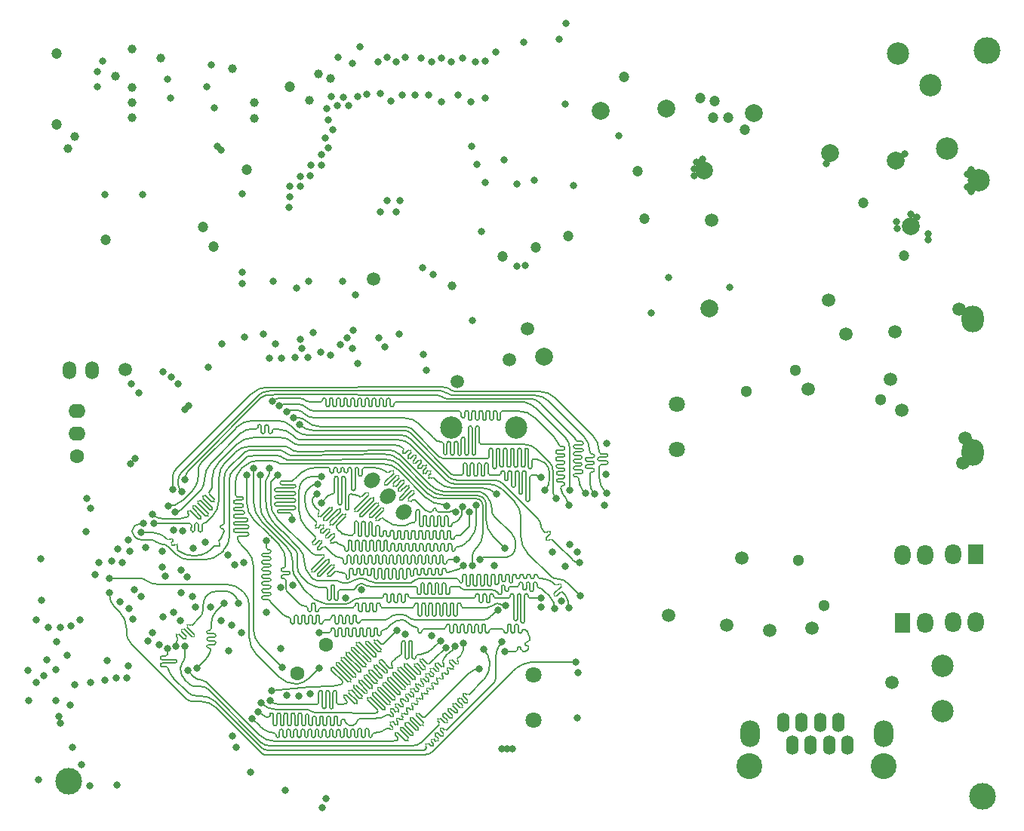
<source format=gbr>
%TF.GenerationSoftware,Altium Limited,Altium Designer,23.1.1 (15)*%
G04 Layer_Physical_Order=3*
G04 Layer_Color=16440176*
%FSLAX45Y45*%
%MOMM*%
%TF.SameCoordinates,5129EF4F-D339-4E8A-A4D9-011D67CBAE45*%
%TF.FilePolarity,Positive*%
%TF.FileFunction,Copper,L3,Inr,Signal*%
%TF.Part,Single*%
G01*
G75*
%TA.AperFunction,Conductor*%
%ADD12C,0.20000*%
%TA.AperFunction,ComponentPad*%
%ADD72C,2.50000*%
%ADD73O,2.50000X3.00000*%
%TA.AperFunction,ViaPad*%
%ADD74C,3.00000*%
%TA.AperFunction,ComponentPad*%
%ADD75C,1.80000*%
%ADD76R,1.80000X2.30000*%
%ADD77O,1.80000X2.30000*%
%ADD78C,2.90000*%
%ADD79O,1.40000X2.20000*%
%ADD80O,2.20000X3.00000*%
%ADD81C,1.60000*%
G04:AMPARAMS|DCode=82|XSize=1.6mm|YSize=1.9mm|CornerRadius=0mm|HoleSize=0mm|Usage=FLASHONLY|Rotation=315.000|XOffset=0mm|YOffset=0mm|HoleType=Round|Shape=Round|*
%AMOVALD82*
21,1,0.30000,1.60000,0.00000,0.00000,45.0*
1,1,1.60000,-0.10607,-0.10607*
1,1,1.60000,0.10607,0.10607*
%
%ADD82OVALD82*%

%ADD83O,1.90000X1.60000*%
%ADD84O,1.50000X2.00000*%
%ADD85C,1.20000*%
%TA.AperFunction,ViaPad*%
%ADD86C,0.80000*%
%ADD87C,1.50000*%
%ADD88C,1.20000*%
%ADD89C,2.00000*%
%ADD90C,1.00000*%
%ADD91C,1.30000*%
%TA.AperFunction,Conductor*%
%ADD92C,0.20000*%
D12*
X4316456Y-15661639D02*
G03*
X4242870Y-15692120I0J-104065D01*
G01*
X3329549Y-14683524D02*
G03*
X3170637Y-14617699I-158913J-158912D01*
G01*
X3637729Y-14991702D02*
G03*
X3838028Y-15074669I200298J200299D01*
G01*
X4131845Y-15461363D02*
G03*
X4206240Y-15281758I-179605J179605D01*
G01*
X1535965Y-16184145D02*
G03*
X1506867Y-16113896I-99347J0D01*
G01*
X5170477Y-14946841D02*
G03*
X5206976Y-14996136I183694J97851D01*
G01*
X5211196Y-15002229D02*
G03*
X5206976Y-14996136I-18268J-8143D01*
G01*
X4754259Y-13924811D02*
G03*
X4749867Y-13924300I-4493J-19489D01*
G01*
X5250643Y-14430965D02*
G03*
X5207000Y-14325600I-149007J0D01*
G01*
X4872768Y-13991368D02*
G03*
X4754324Y-13924825I-177809J-177809D01*
G01*
X1986454Y-13879610D02*
G03*
X1981900Y-13879710I0J-101338D01*
G01*
X2251695Y-13883897D02*
G03*
X2222524Y-13879610I-29170J-97049D01*
G01*
X2294181Y-13909290D02*
G03*
X2264061Y-13888512I-71657J-71657D01*
G01*
X2294181Y-13909290D02*
G03*
X2356756Y-13924300I62574J122931D01*
G01*
X5478780Y-14826315D02*
G03*
X5532320Y-14955573I182797J0D01*
G01*
X5582920Y-14758870D02*
G03*
X5657315Y-14938475I254000J0D01*
G01*
X5085039Y-16238220D02*
G03*
X5030761Y-16107182I-185315J0D01*
G01*
X4356347Y-16847673D02*
G03*
X4285040Y-16695419I-245903J-22343D01*
G01*
X4239260Y-16918941D02*
G03*
X4118499Y-16968961I0J-170781D01*
G01*
X906544Y-14699216D02*
G03*
X855980Y-14821288I122072J-122072D01*
G01*
D02*
G03*
X900069Y-14927728I150530J0D01*
G01*
X798389Y-14757106D02*
G03*
X798015Y-14766901I127904J-9793D01*
G01*
X835587Y-14676193D02*
G03*
X798389Y-14757106I90707J-90707D01*
G01*
X822468Y-15155688D02*
G03*
X905021Y-15121494I0J116748D01*
G01*
X568557Y-15180812D02*
G03*
X693054Y-15232381I124497J124497D01*
G01*
X91440Y-16095052D02*
G03*
X142240Y-16217694I173442J0D01*
G01*
X907354Y-16846854D02*
G03*
X888567Y-16896306I121062J-74288D01*
G01*
D02*
G03*
X886379Y-16921141I139850J-24835D01*
G01*
D02*
G03*
X936801Y-17042870I172151J0D01*
G01*
X1889760Y-17274541D02*
G03*
X1987874Y-17315179I98114J98114D01*
G01*
X1801684Y-17310815D02*
G03*
X1953260Y-17373599I151576J151576D01*
G01*
X2414261Y-14847234D02*
G03*
X2336800Y-14879320I0J-109547D01*
G01*
X2365431Y-14758646D02*
G03*
X2258060Y-14803120I0J-151845D01*
G01*
D02*
G03*
X2217420Y-14901234I98114J-98114D01*
G01*
X2044966Y-13946027D02*
G03*
X1997329Y-13965758I0J-67368D01*
G01*
X2097008Y-14016072D02*
G03*
X2098117Y-14013394I-2678J2678D01*
G01*
X2220326Y-14174814D02*
G03*
X2378451Y-14240312I158125J158125D01*
G01*
X3927064Y-14730637D02*
G03*
X3958625Y-14743710I31561J31561D01*
G01*
X3867787Y-14800966D02*
G03*
X3961102Y-14839606I93315J93357D01*
G01*
X3867765Y-14800945D02*
G03*
X3867787Y-14800966I93336J93336D01*
G01*
X3749611Y-14950143D02*
G03*
X3841637Y-14967589I92026J234016D01*
G01*
X3664938Y-14895041D02*
G03*
X3749611Y-14950143I176699J178912D01*
G01*
X3663967Y-14894077D02*
G03*
X3664938Y-14895041I177670J177948D01*
G01*
X3663828Y-14893938D02*
G03*
X3663967Y-14894077I177809J177809D01*
G01*
X3648955Y-14817941D02*
G03*
X3678390Y-14844731I299429J299428D01*
G01*
X3829995Y-14925082D02*
G03*
X3865406Y-14927589I35410J248954D01*
G01*
X3687596Y-14853938D02*
G03*
X3829995Y-14925082I177809J177809D01*
G01*
X2127603Y-14191017D02*
G03*
X1980344Y-14130020I-147259J-147259D01*
G01*
X2182632Y-14246046D02*
G03*
X2326640Y-14295120I144008J186760D01*
G01*
X5093921Y-13877240D02*
G03*
X4916112Y-13803590I-177809J-177809D01*
G01*
X3133151Y-16637865D02*
G03*
X3161436Y-16637865I14142J14142D01*
G01*
X3091112Y-16595825D02*
G03*
X3062828Y-16595825I-14142J-14142D01*
G01*
X3062828Y-16595825D02*
G03*
X3062828Y-16624110I14142J-14142D01*
G01*
X3134435Y-16724001D02*
G03*
X3134435Y-16695715I-14142J14142D01*
G01*
X3106151Y-16724001D02*
G03*
X3134435Y-16724001I14142J14142D01*
G01*
X2991629Y-16609479D02*
G03*
X2963344Y-16609479I-14142J-14142D01*
G01*
X2963344Y-16609479D02*
G03*
X2963344Y-16637762I14142J-14142D01*
G01*
X3077867Y-16780569D02*
G03*
X3077867Y-16752284I-14142J14142D01*
G01*
X3049582Y-16780569D02*
G03*
X3077867Y-16780569I14142J14142D01*
G01*
X2889055Y-16620042D02*
G03*
X2860771Y-16620042I-14142J-14142D01*
G01*
X2860771Y-16620042D02*
G03*
X2860771Y-16648328I14142J-14142D01*
G01*
X3021298Y-16837138D02*
G03*
X3021298Y-16808853I-14142J14142D01*
G01*
X2993014Y-16837138D02*
G03*
X3021298Y-16837138I14142J14142D01*
G01*
X2832487Y-16676611D02*
G03*
X2804203Y-16676611I-14142J-14142D01*
G01*
X2804203Y-16676611D02*
G03*
X2804203Y-16704895I14142J-14142D01*
G01*
X2964730Y-16893706D02*
G03*
X2964730Y-16865422I-14142J14142D01*
G01*
X2936445Y-16893706D02*
G03*
X2964730Y-16893706I14142J14142D01*
G01*
X2775919Y-16733179D02*
G03*
X2747634Y-16733179I-14142J-14142D01*
G01*
D02*
G03*
X2747634Y-16761464I14142J-14142D01*
G01*
X2908161Y-16950275D02*
G03*
X2908161Y-16921989I-14142J14142D01*
G01*
X2879877Y-16950275D02*
G03*
X2908161Y-16950275I14142J14142D01*
G01*
X2719350Y-16789748D02*
G03*
X2691066Y-16789748I-14142J-14142D01*
G01*
X2691066Y-16789748D02*
G03*
X2691066Y-16818031I14142J-14142D01*
G01*
X2851593Y-17006844D02*
G03*
X2851593Y-16978558I-14142J14142D01*
G01*
X2823308Y-17006844D02*
G03*
X2851593Y-17006844I14142J14142D01*
G01*
X2662782Y-16846317D02*
G03*
X2634497Y-16846317I-14142J-14142D01*
G01*
X2634498Y-16846317D02*
G03*
X2634497Y-16874600I14142J-14142D01*
G01*
X2795024Y-17063412D02*
G03*
X2795024Y-17035127I-14142J14142D01*
G01*
X2766740Y-17063412D02*
G03*
X2795024Y-17063411I14142J14142D01*
G01*
X2606213Y-16902885D02*
G03*
X2577929Y-16902885I-14142J-14142D01*
G01*
D02*
G03*
X2577929Y-16931169I14142J-14142D01*
G01*
X2698136Y-17084222D02*
G03*
X2700602Y-17053842I-11676J16238D01*
G01*
X2682949Y-17092758D02*
G03*
X2692563Y-17088229I-102327J229698D01*
G01*
X1120562Y-16315527D02*
G03*
X1125564Y-16306387I-121140J72227D01*
G01*
X990887Y-16423009D02*
G03*
X1019171Y-16423009I14142J14142D01*
G01*
X990885Y-16423007D02*
G03*
X962601Y-16423007I-14142J-14142D01*
G01*
D02*
G03*
X962601Y-16451291I14142J-14142D01*
G01*
X1040457Y-16557431D02*
G03*
X1040457Y-16529147I-14142J14142D01*
G01*
X1012172Y-16557431D02*
G03*
X1040457Y-16557431I14142J14142D01*
G01*
X927248Y-16472507D02*
G03*
X898963Y-16472507I-14142J-14142D01*
G01*
X898963Y-16472507D02*
G03*
X898963Y-16500790I14142J-14142D01*
G01*
X948175Y-16578287D02*
G03*
X948175Y-16550002I-14142J14142D01*
G01*
X919891Y-16578287D02*
G03*
X948176Y-16578287I14142J14142D01*
G01*
X870679Y-16529074D02*
G03*
X842395Y-16529074I-14142J-14142D01*
G01*
X842395Y-16529074D02*
G03*
X842395Y-16557359I14142J-14142D01*
G01*
X853133Y-16593198D02*
G03*
X851631Y-16566594I-15644J12460D01*
G01*
X851721Y-16594971D02*
G03*
X846583Y-16603973I106637J-66824D01*
G01*
X1125564Y-16306387D02*
G03*
X1140460Y-16243300I-126142J63087D01*
G01*
X4296672Y-17031113D02*
G03*
X4356347Y-16868475I-191784J162637D01*
G01*
X4290041Y-17038625D02*
G03*
X4296672Y-17031113I-185154J170148D01*
G01*
X4096784Y-17203914D02*
G03*
X4125068Y-17203914I14142J14142D01*
G01*
X4086338Y-17193468D02*
G03*
X4058054Y-17193468I-14142J-14142D01*
G01*
D02*
G03*
X4058053Y-17221751I14142J-14142D01*
G01*
X4103855Y-17295837D02*
G03*
X4103855Y-17267554I-14142J14142D01*
G01*
X4075570Y-17295837D02*
G03*
X4103855Y-17295837I14142J14142D01*
G01*
X4029769Y-17250037D02*
G03*
X4001485Y-17250037I-14142J-14142D01*
G01*
X4001485Y-17250037D02*
G03*
X4001485Y-17278320I14142J-14142D01*
G01*
X4047287Y-17352406D02*
G03*
X4047287Y-17324123I-14142J14142D01*
G01*
X4019002Y-17352406D02*
G03*
X4047287Y-17352406I14142J14142D01*
G01*
X3973201Y-17306606D02*
G03*
X3944917Y-17306606I-14142J-14142D01*
G01*
X3944917Y-17306604D02*
G03*
X3944917Y-17334889I14142J-14142D01*
G01*
X3990718Y-17408975D02*
G03*
X3990718Y-17380690I-14142J14142D01*
G01*
X3962434Y-17408975D02*
G03*
X3990718Y-17408974I14142J14142D01*
G01*
X3916633Y-17363173D02*
G03*
X3888348Y-17363173I-14142J-14142D01*
G01*
D02*
G03*
X3888348Y-17391458I14142J-14142D01*
G01*
X3934150Y-17465543D02*
G03*
X3934150Y-17437259I-14142J14142D01*
G01*
X3905865Y-17465543D02*
G03*
X3934150Y-17465543I14142J14142D01*
G01*
X3860064Y-17419742D02*
G03*
X3831780Y-17419742I-14142J-14142D01*
G01*
X3831780Y-17419740D02*
G03*
X3831780Y-17448026I14142J-14142D01*
G01*
X3877581Y-17522112D02*
G03*
X3877581Y-17493826I-14142J14142D01*
G01*
X3849297Y-17522112D02*
G03*
X3877582Y-17522112I14142J14142D01*
G01*
X3803496Y-17476311D02*
G03*
X3775211Y-17476311I-14142J-14142D01*
G01*
X3775212Y-17476311D02*
G03*
X3775211Y-17504594I14142J-14142D01*
G01*
X3785657Y-17543324D02*
G03*
X3785657Y-17515041I-14142J14142D01*
G01*
X3602379Y-17830800D02*
G03*
X3610887Y-17830450I0J103915D01*
G01*
X3633482Y-17819987D02*
G03*
X3639220Y-17787697I-8404J18149D01*
G01*
X3639219Y-17759412D02*
G03*
X3639219Y-17787695I14142J-14142D01*
G01*
X3667503Y-17759412D02*
G03*
X3639219Y-17759412I-14142J-14142D01*
G01*
X3691197Y-17783105D02*
G03*
X3719481Y-17783105I14142J14142D01*
G01*
X3719481Y-17783105D02*
G03*
X3719481Y-17754820I-14142J14142D01*
G01*
X3699835Y-17706889D02*
G03*
X3699835Y-17735175I14142J-14142D01*
G01*
X3728119Y-17706891D02*
G03*
X3699835Y-17706891I-14142J-14142D01*
G01*
X3747765Y-17726537D02*
G03*
X3776050Y-17726537I14142J14142D01*
G01*
D02*
G03*
X3776050Y-17698251I-14142J14142D01*
G01*
X3745816Y-17639734D02*
G03*
X3745816Y-17668019I14142J-14142D01*
G01*
X3774100Y-17639734D02*
G03*
X3745816Y-17639734I-14142J-14142D01*
G01*
X3804334Y-17669968D02*
G03*
X3832618Y-17669968I14142J14142D01*
G01*
X3832618Y-17669968D02*
G03*
X3832618Y-17641684I-14142J14142D01*
G01*
X3802385Y-17583167D02*
G03*
X3802384Y-17611452I14142J-14142D01*
G01*
X3830669Y-17583167D02*
G03*
X3802384Y-17583167I-14142J-14142D01*
G01*
X3847720Y-17600218D02*
G03*
X3876004Y-17600218I14142J14142D01*
G01*
X717577Y-16773341D02*
G03*
X737577Y-16753342I0J20000D01*
G01*
X680258Y-16773341D02*
G03*
X680258Y-16813341I0J-20000D01*
G01*
X823397Y-16853342D02*
G03*
X823397Y-16813341I0J20000D01*
G01*
X680258Y-16853342D02*
G03*
X680258Y-16893341I0J-20000D01*
G01*
X746296Y-16910654D02*
G03*
X726478Y-16893341I-19819J-2688D01*
G01*
X746661Y-16913342D02*
G03*
X749650Y-16923341I242376J66978D01*
G01*
D02*
G03*
X811228Y-17024174I239388J76977D01*
G01*
X4949649Y-16026071D02*
G03*
X4939649Y-16019894I-122647J-187399D01*
G01*
X4886356Y-15987733D02*
G03*
X4900039Y-16006709I20000J0D01*
G01*
X4886356Y-15965480D02*
G03*
X4846356Y-15965480I-20000J0D01*
G01*
X4806356Y-16029137D02*
G03*
X4846356Y-16029137I20000J0D01*
G01*
X4806356Y-15965480D02*
G03*
X4766356Y-15965480I-20000J0D01*
G01*
X4726356Y-16013989D02*
G03*
X4766356Y-16013989I20000J0D01*
G01*
X4726356Y-15965480D02*
G03*
X4686356Y-15965480I-20000J0D01*
G01*
X4666356Y-15990880D02*
G03*
X4686356Y-15970880I0J20000D01*
G01*
X5602920Y-14621451D02*
G03*
X5582920Y-14641451I0J-20000D01*
G01*
X5661743Y-14621451D02*
G03*
X5661743Y-14581451I0J20000D01*
G01*
X5588035Y-14541451D02*
G03*
X5588035Y-14581451I0J-20000D01*
G01*
X5661743Y-14541451D02*
G03*
X5661743Y-14501453I0J20000D01*
G01*
X5582920Y-14481451D02*
G03*
X5602920Y-14501453I20000J0D01*
G01*
X5055941Y-15466302D02*
G03*
X5027656Y-15466302I-14142J-14142D01*
G01*
X4992301Y-15473373D02*
G03*
X5020585Y-15473375I14142J14142D01*
G01*
X4992301Y-15445090D02*
G03*
X4992301Y-15473375I14142J-14142D01*
G01*
X5034728Y-15402664D02*
G03*
X5034728Y-15374379I-14142J14142D01*
G01*
X5034728Y-15374379D02*
G03*
X5006443Y-15374379I-14142J-14142D01*
G01*
X4971088Y-15381451D02*
G03*
X4999372Y-15381451I14142J14142D01*
G01*
X1733099Y-14226047D02*
G03*
X1753099Y-14206046I0J20000D01*
G01*
X1793099Y-14196046D02*
G03*
X1753099Y-14196046I-20000J0D01*
G01*
X1793099Y-14256046D02*
G03*
X1833099Y-14256046I20000J0D01*
G01*
X1873099Y-14196046D02*
G03*
X1833099Y-14196046I-20000J0D01*
G01*
X1873099Y-14256046D02*
G03*
X1913099Y-14256046I20000J0D01*
G01*
X1933099Y-14226047D02*
G03*
X1913099Y-14246046I0J-20000D01*
G01*
X1674566Y-14226047D02*
G03*
X1565803Y-14271097I0J-153815D01*
G01*
X5363703Y-14837909D02*
G03*
X5366768Y-14847910I241404J68508D01*
G01*
X5355680Y-14780254D02*
G03*
X5335871Y-14763010I-19809J-2756D01*
G01*
X5317054Y-14723009D02*
G03*
X5317054Y-14763010I0J-20000D01*
G01*
X5381458Y-14723009D02*
G03*
X5381458Y-14683009I0J20000D01*
G01*
X5317054Y-14643010D02*
G03*
X5317054Y-14683009I0J-20000D01*
G01*
X5368780Y-14643010D02*
G03*
X5368780Y-14603011I0J20000D01*
G01*
X5317054Y-14563010D02*
G03*
X5317054Y-14603011I0J-20000D01*
G01*
X5368780Y-14563010D02*
G03*
X5368780Y-14523010I0J20000D01*
G01*
X5317054Y-14483009D02*
G03*
X5317054Y-14523010I0J-20000D01*
G01*
X5384170Y-14483009D02*
G03*
X5384170Y-14443010I0J20000D01*
G01*
X5317054Y-14403011D02*
G03*
X5317054Y-14443010I0J-20000D01*
G01*
X5384170Y-14403011D02*
G03*
X5384170Y-14363010I0J20000D01*
G01*
X5322435Y-14348141D02*
G03*
X5341765Y-14363010I19331J5131D01*
G01*
X5321073Y-14343008D02*
G03*
X5315050Y-14333009I-218363J-124700D01*
G01*
Y-14333009D02*
G03*
X5280658Y-14290038I-212340J-134700D01*
G01*
X5366768Y-14847910D02*
G03*
X5427668Y-14946841I238340J78508D01*
G01*
X3297974Y-13924300D02*
G03*
X3277974Y-13944299I0J-20000D01*
G01*
X3237974Y-13954298D02*
G03*
X3277974Y-13954298I20000J0D01*
G01*
X3237974Y-13899310D02*
G03*
X3197975Y-13899310I-20000J0D01*
G01*
X3157975Y-13954298D02*
G03*
X3197975Y-13954298I20000J0D01*
G01*
X3157975Y-13899097D02*
G03*
X3117975Y-13899097I-20000J0D01*
G01*
X3077975Y-13954298D02*
G03*
X3117975Y-13954298I20000J0D01*
G01*
X3077975Y-13898882D02*
G03*
X3037975Y-13898882I-20000J0D01*
G01*
X2997975Y-13954298D02*
G03*
X3037975Y-13954298I20000J0D01*
G01*
X2997975Y-13898668D02*
G03*
X2957975Y-13898668I-20000J0D01*
G01*
X2917975Y-13954298D02*
G03*
X2957975Y-13954298I20000J0D01*
G01*
X2917975Y-13898454D02*
G03*
X2877975Y-13898454I-20000J0D01*
G01*
X2837975Y-13954298D02*
G03*
X2877975Y-13954298I20000J0D01*
G01*
X2837975Y-13898241D02*
G03*
X2797975Y-13898241I-20000J0D01*
G01*
X2757975Y-13954298D02*
G03*
X2797975Y-13954298I20000J0D01*
G01*
X2757975Y-13898026D02*
G03*
X2717976Y-13898026I-20000J0D01*
G01*
X2677976Y-13954298D02*
G03*
X2717976Y-13954298I20000J0D01*
G01*
X2677976Y-13897812D02*
G03*
X2637976Y-13897812I-20000J0D01*
G01*
X2597976Y-13954298D02*
G03*
X2637976Y-13954298I20000J0D01*
G01*
X2597976Y-13897598D02*
G03*
X2557976Y-13897598I-20000J0D01*
G01*
X2517976Y-13954298D02*
G03*
X2557976Y-13954298I20000J0D01*
G01*
X2517976Y-13897383D02*
G03*
X2477976Y-13897383I-20000J0D01*
G01*
X2457976Y-13924300D02*
G03*
X2477976Y-13904300I0J20000D01*
G01*
X1658620Y-16209077D02*
G03*
X1595325Y-16056271I-216103J0D01*
G01*
X1581685Y-16042632D02*
G03*
X1403876Y-15968980I-177809J-177809D01*
G01*
X1169075Y-16106140D02*
G03*
X1140460Y-16209077I170843J-102938D01*
G01*
X1291901Y-16045915D02*
G03*
X1185035Y-16090179I0J-151131D01*
G01*
X1466738Y-16073767D02*
G03*
X1399496Y-16045915I-67242J-67242D01*
G01*
X480340Y-15911946D02*
G03*
X445987Y-15902940I-34352J-61014D01*
G01*
X495499Y-15923448D02*
G03*
X480340Y-15911946I-49512J-49512D01*
G01*
X495500Y-15923450D02*
G03*
X639810Y-15968980I144310J205929D01*
G01*
X279400Y-16510001D02*
G03*
X327361Y-16625787I163750J0D01*
G01*
X331465Y-16635725D02*
G03*
X331485Y-16635745I9978J9936D01*
G01*
X327361Y-16625789D02*
G03*
X331465Y-16635725I14081J0D01*
G01*
X279400Y-16459012D02*
G03*
X205749Y-16281203I-251460J0D01*
G01*
X947420Y-17251680D02*
G03*
X1023678Y-17283267I76258J76258D01*
G01*
X1289484Y-17356918D02*
G03*
X1111675Y-17283267I-177809J-177809D01*
G01*
X4857021Y-16841019D02*
G03*
X4619929Y-16939224I0J-335298D01*
G01*
X3636971Y-17879060D02*
G03*
X3710602Y-17848552I-0J104109D01*
G01*
X1803293Y-17870728D02*
G03*
X1823408Y-17879060I20115J20115D01*
G01*
X1792420Y-17800365D02*
G03*
X1865900Y-17830800I73479J73479D01*
G01*
X1792339Y-17743715D02*
G03*
X1879940Y-17780000I87602J87601D01*
G01*
X3497666D02*
G03*
X3585267Y-17743713I0J123887D01*
G01*
X1275324Y-17283267D02*
G03*
X1274309Y-17282315I-14188J-14096D01*
G01*
X965210Y-17178156D02*
G03*
X1068708Y-17221021I103498J103518D01*
G01*
X1274309Y-17282314D02*
G03*
X1109782Y-17221021I-164527J-190165D01*
G01*
X1292428Y-17300372D02*
G03*
X1292361Y-17300305I-14117J-14168D01*
G01*
X1196360Y-17147736D02*
G03*
X1120860Y-17116463I-75500J-75500D01*
G01*
X1172898Y-17064426D02*
G03*
X1120860Y-17042870I-52037J-52037D01*
G01*
X1764022Y-17655550D02*
G03*
X1941831Y-17729201I177809J177809D01*
G01*
X973509Y-17079578D02*
G03*
X1062554Y-17116463I89046J89046D01*
G01*
X1036341Y-17007861D02*
G03*
X1120860Y-17042870I84519J84519D01*
G01*
X931734Y-16797649D02*
G03*
X932511Y-16786121I-85112J11528D01*
G01*
X922314Y-16826711D02*
G03*
X931734Y-16797649I-75693J40591D01*
G01*
X907355Y-16846854D02*
G03*
X922314Y-16826711I-60733J60733D01*
G01*
X4406930Y-17069293D02*
G03*
X4423931Y-17028249I-41045J41044D01*
G01*
X2207653Y-17084312D02*
G03*
X2263117Y-17067984I-42814J247788D01*
G01*
X1994917Y-17010661D02*
G03*
X2172726Y-17084312I177809J177809D01*
G01*
X1658620Y-16570207D02*
G03*
X1732271Y-16748016I251460J0D01*
G01*
X1704340Y-16474184D02*
G03*
X1778735Y-16653789I254000J0D01*
G01*
X2342510Y-17014471D02*
G03*
X2342649Y-17014334I-177670J177948D01*
G01*
X2263117Y-17067984D02*
G03*
X2342510Y-17014471I-98277J231460D01*
G01*
X2069759Y-17143790D02*
G03*
X2065615Y-17144237I5421J-69790D01*
G01*
X2334302Y-17123305D02*
G03*
X2331379Y-17123470I2498J-69955D01*
G01*
X2580686Y-17114520D02*
G03*
X2682949Y-17092758I-64J251460D01*
G01*
X2580686Y-17114520D02*
G03*
X2579943Y-17114532I-29J-20001D01*
G01*
X1170993Y-15275168D02*
G03*
X1181202Y-15266759I-38424J57042D01*
G01*
X1141804Y-15284079D02*
G03*
X1127650Y-15302721I5840J-19128D01*
G01*
X1086128Y-15364645D02*
G03*
X1126116Y-15365620I19994J-488D01*
G01*
X1087763Y-15297629D02*
G03*
X1068256Y-15277148I-19994J488D01*
G01*
X1068256D02*
G03*
X1047774Y-15296654I-488J-19994D01*
G01*
X1006152Y-15362695D02*
G03*
X1046140Y-15363670I19994J-488D01*
G01*
X1007587Y-15303860D02*
G03*
X988080Y-15283379I-19994J488D01*
G01*
X2194467Y-14756261D02*
G03*
X2187233Y-14763216I172370J-186559D01*
G01*
X2134085Y-14808080D02*
G03*
X2148227Y-14802222I0J20000D01*
G01*
X2024116Y-14808080D02*
G03*
X2024116Y-14848079I0J-20000D01*
G01*
X2157420Y-14888078D02*
G03*
X2157420Y-14848079I0J20000D01*
G01*
X1962766Y-14888078D02*
G03*
X1962766Y-14928079I0J-20000D01*
G01*
X2157420Y-14968079D02*
G03*
X2157420Y-14928079I0J20000D01*
G01*
X1962766Y-14968079D02*
G03*
X1962766Y-15008080I0J-20000D01*
G01*
X2157420Y-15048079D02*
G03*
X2157420Y-15008080I0J20000D01*
G01*
X1962766Y-15048079D02*
G03*
X1962766Y-15088078I0J-20000D01*
G01*
X2157420Y-15128079D02*
G03*
X2157420Y-15088078I0J20000D01*
G01*
X1991140Y-15128079D02*
G03*
X1991140Y-15168079I0J-20000D01*
G01*
X2136140Y-15188078D02*
G03*
X2116140Y-15168079I-20000J0D01*
G01*
X3728444Y-14772520D02*
G03*
X3700160Y-14772520I-14142J-14142D01*
G01*
X3671874Y-14772523D02*
G03*
X3700158Y-14772523I14142J14142D01*
G01*
X3671874Y-14744238D02*
G03*
X3671874Y-14772523I14142J-14142D01*
G01*
X3692531Y-14723582D02*
G03*
X3692531Y-14695297I-14142J14142D01*
G01*
X3692532Y-14695297D02*
G03*
X3664247Y-14695297I-14142J-14142D01*
G01*
X3609421Y-14721838D02*
G03*
X3637705Y-14721840I14142J14142D01*
G01*
X3609421Y-14693555D02*
G03*
X3609421Y-14721840I14142J-14142D01*
G01*
X3642472Y-14660506D02*
G03*
X3642472Y-14632220I-14142J14142D01*
G01*
X3642472Y-14632220D02*
G03*
X3614188Y-14632220I-14142J-14142D01*
G01*
X3552852Y-14665271D02*
G03*
X3581137Y-14665271I14142J14142D01*
G01*
X3552852Y-14636987D02*
G03*
X3552852Y-14665271I14142J-14142D01*
G01*
X3585903Y-14603935D02*
G03*
X3585903Y-14575652I-14142J14142D01*
G01*
X3585903Y-14575652D02*
G03*
X3557619Y-14575652I-14142J-14142D01*
G01*
X3496284Y-14608704D02*
G03*
X3524568Y-14608704I14142J14142D01*
G01*
X3496284Y-14580418D02*
G03*
X3496284Y-14608704I14142J-14142D01*
G01*
X3529335Y-14547368D02*
G03*
X3529335Y-14519083I-14142J14142D01*
G01*
X3529335Y-14519083D02*
G03*
X3501051Y-14519083I-14142J-14142D01*
G01*
X3439715Y-14552135D02*
G03*
X3468000Y-14552135I14142J14142D01*
G01*
X3439716Y-14523849D02*
G03*
X3439716Y-14552135I14142J-14142D01*
G01*
X3472766Y-14490800D02*
G03*
X3472766Y-14462515I-14142J14142D01*
G01*
D02*
G03*
X3444482Y-14462515I-14142J-14142D01*
G01*
X3383147Y-14495566D02*
G03*
X3411431Y-14495566I14142J14142D01*
G01*
X3383147Y-14467281D02*
G03*
X3383148Y-14495566I14142J-14142D01*
G01*
X3383193Y-14467235D02*
G03*
X3380071Y-14436403I-14142J14142D01*
G01*
X3349414Y-14416161D02*
G03*
X3339090Y-14412343I-74314J-185110D01*
G01*
D02*
G03*
X3275100Y-14401801I-63989J-188927D01*
G01*
X3337884Y-14506871D02*
G03*
X3224374Y-14460237I-112592J-112591D01*
G01*
X3337913Y-14568024D02*
G03*
X3170637Y-14506674I-153074J-158652D01*
G01*
X3664060Y-14951894D02*
G03*
X3798524Y-15007590I134463J134464D01*
G01*
X3341394Y-14629227D02*
G03*
X3182045Y-14563290I-159184J-159184D01*
G01*
X4268834Y-14986984D02*
G03*
X4200890Y-14967570I-62594J-90455D01*
G01*
X4270528Y-14988026D02*
G03*
X4272018Y-14989275I13564J14698D01*
G01*
X4268834Y-14986984D02*
G03*
X4270521Y-14988020I11286J16512D01*
G01*
X4316074Y-15248216D02*
G03*
X4389725Y-15426025I251460J0D01*
G01*
X3515535Y-15019930D02*
G03*
X3487250Y-15019930I-14142J-14142D01*
G01*
X3443926Y-15034970D02*
G03*
X3472210Y-15034970I14142J14142D01*
G01*
X3443926Y-15006686D02*
G03*
X3443926Y-15034970I14142J-14142D01*
G01*
X3505824Y-14944788D02*
G03*
X3505824Y-14916502I-14142J14142D01*
G01*
X3505825Y-14916502D02*
G03*
X3477540Y-14916502I-14142J-14142D01*
G01*
X3345626Y-15020132D02*
G03*
X3373911Y-15020132I14142J14142D01*
G01*
X3345627Y-14991849D02*
G03*
X3345627Y-15020132I14142J-14142D01*
G01*
X3449256Y-14888219D02*
G03*
X3449256Y-14859935I-14142J14142D01*
G01*
X3449256Y-14859935D02*
G03*
X3420972Y-14859935I-14142J-14142D01*
G01*
X3330789Y-14921832D02*
G03*
X3359074Y-14921834I14142J14142D01*
G01*
X3330789Y-14893549D02*
G03*
X3330789Y-14921834I14142J-14142D01*
G01*
X3392688Y-14831651D02*
G03*
X3392688Y-14803366I-14142J14142D01*
G01*
D02*
G03*
X3364403Y-14803366I-14142J-14142D01*
G01*
X3274221Y-14865265D02*
G03*
X3302505Y-14865265I14142J14142D01*
G01*
X3274221Y-14836980D02*
G03*
X3274221Y-14865265I14142J-14142D01*
G01*
X3336119Y-14775082D02*
G03*
X3336119Y-14746799I-14142J14142D01*
G01*
X3336119Y-14746799D02*
G03*
X3307835Y-14746799I-14142J-14142D01*
G01*
X3175921Y-14850427D02*
G03*
X3204205Y-14850427I14142J14142D01*
G01*
X3175921Y-14822144D02*
G03*
X3175921Y-14850427I14142J-14142D01*
G01*
X3276314Y-14721751D02*
G03*
X3276314Y-14693466I-14142J14142D01*
G01*
X3276315Y-14693466D02*
G03*
X3248030Y-14693466I-14142J-14142D01*
G01*
X3203903Y-14711118D02*
G03*
X3231254Y-14710242I13210J15017D01*
G01*
X3202940Y-14710271D02*
G03*
X3194816Y-14704253I-155226J-201049D01*
G01*
D02*
G03*
X3062077Y-14657726I-147102J-207067D01*
G01*
X3474450Y-14407629D02*
G03*
X3319337Y-14343381I-155113J-155113D01*
G01*
X3465744Y-14335818D02*
G03*
X3367451Y-14295120I-98294J-98352D01*
G01*
X3887062Y-14757137D02*
G03*
X3985069Y-14797733I98007J98007D01*
G01*
X4506600Y-14913257D02*
G03*
X4506461Y-14913120I-177809J-177809D01*
G01*
X985510Y-14678670D02*
G03*
X938095Y-14793140I114470J-114470D01*
G01*
X1120620Y-14905894D02*
G03*
X1157216Y-14776955I-208849J128939D01*
G01*
X1237732Y-14884042D02*
G03*
X1239731Y-14871899I-247048J46896D01*
G01*
X1208859Y-14938634D02*
G03*
X1212396Y-14962128I17680J-9351D01*
G01*
X1261822Y-15039838D02*
G03*
X1261822Y-15011552I-14142J14142D01*
G01*
X1233538Y-15039838D02*
G03*
X1261823Y-15039838I14142J14142D01*
G01*
X1167361Y-14973660D02*
G03*
X1139077Y-14973660I-14142J-14142D01*
G01*
X1139077Y-14973660D02*
G03*
X1139077Y-15001944I14142J-14142D01*
G01*
X1240827Y-15131979D02*
G03*
X1240827Y-15103694I-14142J14142D01*
G01*
X1212543Y-15131979D02*
G03*
X1240827Y-15131978I14142J14142D01*
G01*
X1110793Y-15030228D02*
G03*
X1082508Y-15030228I-14142J-14142D01*
G01*
X1082509Y-15030228D02*
G03*
X1082508Y-15058513I14142J-14142D01*
G01*
X1193552Y-15197839D02*
G03*
X1193552Y-15169556I-14142J14142D01*
G01*
X1165267Y-15197839D02*
G03*
X1193552Y-15197839I14142J14142D01*
G01*
X1054224Y-15086797D02*
G03*
X1025940Y-15086797I-14142J-14142D01*
G01*
X1025940Y-15086797D02*
G03*
X1025940Y-15115080I14142J-14142D01*
G01*
X1114540Y-15231964D02*
G03*
X1114540Y-15203680I-14142J14142D01*
G01*
X1086255Y-15231964D02*
G03*
X1114540Y-15231964I14142J14142D01*
G01*
X997656Y-15143365D02*
G03*
X969372Y-15143365I-14142J-14142D01*
G01*
D02*
G03*
X969371Y-15171651I14142J-14142D01*
G01*
X970657Y-15205045D02*
G03*
X972699Y-15174977I-12100J15925D01*
G01*
X955529Y-15214375D02*
G03*
X964794Y-15209499I-77779J158998D01*
G01*
X877857Y-15232381D02*
G03*
X955529Y-15214375I-107J177003D01*
G01*
X1239731Y-14871899D02*
G03*
X1242144Y-14837144I-249047J34754D01*
G01*
X1211900Y-16483519D02*
G03*
X1231900Y-16463519I0J20000D01*
G01*
X1201900Y-16483519D02*
G03*
X1201900Y-16523518I0J-20000D01*
G01*
X1261900Y-16563519D02*
G03*
X1261900Y-16523518I0J20000D01*
G01*
X1201900Y-16563519D02*
G03*
X1201900Y-16603519I0J-20000D01*
G01*
X1261900Y-16643520D02*
G03*
X1261900Y-16603519I0J20000D01*
G01*
X1201900Y-16643520D02*
G03*
X1201900Y-16683519I0J-20000D01*
G01*
X1223268Y-16706274D02*
G03*
X1203459Y-16683519I-19809J2755D01*
G01*
X1219200Y-16723520D02*
G03*
X1222260Y-16713519I-241300J79312D01*
G01*
X1157505Y-16823814D02*
G03*
X1219200Y-16723520I-179605J179605D01*
G01*
X846583Y-16603973D02*
G03*
X832513Y-16661794I111775J-57820D01*
G01*
X4450080Y-16677472D02*
G03*
X4423931Y-16786414I213860J-108942D01*
G01*
X4494228Y-16616702D02*
G03*
X4450080Y-16677472I169712J-169712D01*
G01*
X3600704Y-17458472D02*
G03*
X3628988Y-17458472I14142J14142D01*
G01*
X3559758Y-17417526D02*
G03*
X3531474Y-17417526I-14142J-14142D01*
G01*
X3531474Y-17417525D02*
G03*
X3531474Y-17445810I14142J-14142D01*
G01*
X3607775Y-17550397D02*
G03*
X3607775Y-17522112I-14142J14142D01*
G01*
X3579491Y-17550397D02*
G03*
X3607776Y-17550395I14142J14142D01*
G01*
X3493895Y-17464799D02*
G03*
X3465611Y-17464799I-14142J-14142D01*
G01*
D02*
G03*
X3465611Y-17493085I14142J-14142D01*
G01*
X3551207Y-17606964D02*
G03*
X3551207Y-17578680I-14142J14142D01*
G01*
X3522922Y-17606964D02*
G03*
X3551207Y-17606964I14142J14142D01*
G01*
X3437327Y-17521368D02*
G03*
X3409042Y-17521368I-14142J-14142D01*
G01*
X3409043Y-17521368D02*
G03*
X3409042Y-17549654I14142J-14142D01*
G01*
X3494638Y-17663533D02*
G03*
X3494638Y-17635248I-14142J14142D01*
G01*
X3466354Y-17663533D02*
G03*
X3494639Y-17663531I14142J14142D01*
G01*
X3380759Y-17577937D02*
G03*
X3352474Y-17577937I-14142J-14142D01*
G01*
X3352474Y-17577937D02*
G03*
X3352474Y-17606221I14142J-14142D01*
G01*
X3438070Y-17720100D02*
G03*
X3438070Y-17691817I-14142J14142D01*
G01*
X3409786Y-17720100D02*
G03*
X3438070Y-17720100I14142J14142D01*
G01*
X3324190Y-17634505D02*
G03*
X3295906Y-17634505I-14142J-14142D01*
G01*
D02*
G03*
X3295905Y-17662790I14142J-14142D01*
G01*
X3317062Y-17719902D02*
G03*
X3321428Y-17688312I-9776J17448D01*
G01*
X3301281Y-17724734D02*
G03*
X3312914Y-17722226I-47179J246994D01*
G01*
X3254102Y-17729201D02*
G03*
X3301281Y-17724734I0J251460D01*
G01*
X3107879Y-17631264D02*
G03*
X3117879Y-17628729I-56787J244964D01*
G01*
X3055381Y-17637270D02*
G03*
X3037655Y-17657140I2273J-19870D01*
G01*
X2997655Y-17667760D02*
G03*
X3037655Y-17667760I20000J0D01*
G01*
X2997655Y-17607761D02*
G03*
X2957655Y-17607761I-20000J0D01*
G01*
X2917655Y-17667760D02*
G03*
X2957655Y-17667760I20000J0D01*
G01*
X2917655Y-17607761D02*
G03*
X2877655Y-17607761I-20000J0D01*
G01*
X2837655Y-17667760D02*
G03*
X2877655Y-17667760I20000J0D01*
G01*
X2837655Y-17615520D02*
G03*
X2797655Y-17615520I-20000J0D01*
G01*
X2757655Y-17667760D02*
G03*
X2797655Y-17667760I20000J0D01*
G01*
X2757655Y-17607761D02*
G03*
X2717655Y-17607761I-20000J0D01*
G01*
X2677655Y-17667760D02*
G03*
X2717655Y-17667760I20000J0D01*
G01*
X2677655Y-17616606D02*
G03*
X2637655Y-17616606I-20000J0D01*
G01*
X2597655Y-17667760D02*
G03*
X2637655Y-17667760I20000J0D01*
G01*
X2597655Y-17616606D02*
G03*
X2557656Y-17616606I-20000J0D01*
G01*
X2517656Y-17667760D02*
G03*
X2557656Y-17667760I20000J0D01*
G01*
X2517656Y-17616606D02*
G03*
X2477656Y-17616606I-20000J0D01*
G01*
X2437656Y-17667760D02*
G03*
X2477656Y-17667760I20000J0D01*
G01*
X2437656Y-17616606D02*
G03*
X2397656Y-17616606I-20000J0D01*
G01*
X2357656Y-17667760D02*
G03*
X2397656Y-17667760I20000J0D01*
G01*
X2357656Y-17616606D02*
G03*
X2317656Y-17616606I-20000J0D01*
G01*
X2277656Y-17667760D02*
G03*
X2317656Y-17667760I20000J0D01*
G01*
X2277656Y-17616606D02*
G03*
X2237656Y-17616606I-20000J0D01*
G01*
X2197656Y-17667760D02*
G03*
X2237656Y-17667760I20000J0D01*
G01*
X2197656Y-17616606D02*
G03*
X2157656Y-17616606I-20000J0D01*
G01*
X2117656Y-17667760D02*
G03*
X2157656Y-17667760I20000J0D01*
G01*
X2117656Y-17616606D02*
G03*
X2077656Y-17616606I-20000J0D01*
G01*
X2037657Y-17667760D02*
G03*
X2077656Y-17667760I20000J0D01*
G01*
X2037657Y-17616606D02*
G03*
X1997657Y-17616606I-20000J0D01*
G01*
X1957657Y-17667760D02*
G03*
X1997657Y-17667760I20000J0D01*
G01*
X1957657Y-17655441D02*
G03*
X1940393Y-17635629I-20000J0D01*
G01*
X1877656Y-17625304D02*
G03*
X1887656Y-17628345I78162J239004D01*
G01*
X3117879Y-17628729D02*
G03*
X3146745Y-17618857I-66787J242429D01*
G01*
X1778009Y-17564108D02*
G03*
X1877656Y-17625304I177809J177809D01*
G01*
X3994834Y-16798177D02*
G03*
X3994834Y-16826460I14142J-14142D01*
G01*
X4001905Y-16861816D02*
G03*
X4001905Y-16833533I-14142J14142D01*
G01*
X3973621Y-16861816D02*
G03*
X4001906Y-16861816I14142J14142D01*
G01*
X3931194Y-16819389D02*
G03*
X3902910Y-16819389I-14142J-14142D01*
G01*
X3902910Y-16819389D02*
G03*
X3902910Y-16847675I14142J-14142D01*
G01*
X3945337Y-16918385D02*
G03*
X3945337Y-16890102I-14142J14142D01*
G01*
X3917053Y-16918385D02*
G03*
X3945337Y-16918385I14142J14142D01*
G01*
X3905604Y-16906937D02*
G03*
X3877319Y-16906937I-14142J-14142D01*
G01*
X3877320Y-16906935D02*
G03*
X3877319Y-16935220I14142J-14142D01*
G01*
X3888769Y-16974953D02*
G03*
X3888769Y-16946669I-14142J14142D01*
G01*
X3860484Y-16974954D02*
G03*
X3888769Y-16974953I14142J14142D01*
G01*
X3849035Y-16963504D02*
G03*
X3820751Y-16963504I-14142J-14142D01*
G01*
X3820751Y-16963504D02*
G03*
X3820751Y-16991789I14142J-14142D01*
G01*
X3832200Y-17031522D02*
G03*
X3832200Y-17003238I-14142J14142D01*
G01*
X3803916Y-17031522D02*
G03*
X3832200Y-17031522I14142J14142D01*
G01*
X3792467Y-17020073D02*
G03*
X3764182Y-17020073I-14142J-14142D01*
G01*
X3764183Y-17020071D02*
G03*
X3764182Y-17048357I14142J-14142D01*
G01*
X3775632Y-17088091D02*
G03*
X3775632Y-17059805I-14142J14142D01*
G01*
X3747347Y-17088091D02*
G03*
X3775632Y-17088091I14142J14142D01*
G01*
X3735899Y-17076640D02*
G03*
X3707614Y-17076640I-14142J-14142D01*
G01*
X3707614Y-17076640D02*
G03*
X3707614Y-17104926I14142J-14142D01*
G01*
X3719063Y-17144659D02*
G03*
X3719063Y-17116374I-14142J14142D01*
G01*
X3690779Y-17144659D02*
G03*
X3719063Y-17144659I14142J14142D01*
G01*
X3679330Y-17133211D02*
G03*
X3651046Y-17133211I-14142J-14142D01*
G01*
X3651046Y-17133209D02*
G03*
X3651046Y-17161494I14142J-14142D01*
G01*
X3657367Y-17196098D02*
G03*
X3657367Y-17167815I-14142J14142D01*
G01*
X3629082Y-17196098D02*
G03*
X3657367Y-17196098I14142J14142D01*
G01*
X3622762Y-17189778D02*
G03*
X3594477Y-17189778I-14142J-14142D01*
G01*
X3594477Y-17189778D02*
G03*
X3594477Y-17218062I14142J-14142D01*
G01*
X3601398Y-17253267D02*
G03*
X3601398Y-17224983I-14142J14142D01*
G01*
X3573114Y-17253267D02*
G03*
X3601398Y-17253267I14142J14142D01*
G01*
X3566193Y-17246346D02*
G03*
X3537909Y-17246346I-14142J-14142D01*
G01*
X3537909Y-17246346D02*
G03*
X3537909Y-17274631I14142J-14142D01*
G01*
X3549358Y-17314365D02*
G03*
X3549358Y-17286079I-14142J14142D01*
G01*
X3521073Y-17314365D02*
G03*
X3549358Y-17314365I14142J14142D01*
G01*
X3509625Y-17302914D02*
G03*
X3481340Y-17302914I-14142J-14142D01*
G01*
X3481341Y-17302914D02*
G03*
X3481340Y-17331200I14142J-14142D01*
G01*
X3492790Y-17370932D02*
G03*
X3492790Y-17342648I-14142J14142D01*
G01*
X3464505Y-17370932D02*
G03*
X3492790Y-17370932I14142J14142D01*
G01*
X3453056Y-17359483D02*
G03*
X3424772Y-17359483I-14142J-14142D01*
G01*
X3424772Y-17359483D02*
G03*
X3424772Y-17387769I14142J-14142D01*
G01*
X3436221Y-17427501D02*
G03*
X3436221Y-17399216I-14142J14142D01*
G01*
X3407937Y-17427501D02*
G03*
X3436221Y-17427501I14142J14142D01*
G01*
X3396488Y-17416052D02*
G03*
X3368204Y-17416052I-14142J-14142D01*
G01*
D02*
G03*
X3368203Y-17444336I14142J-14142D01*
G01*
X3379653Y-17484068D02*
G03*
X3379653Y-17455785I-14142J14142D01*
G01*
X3351368Y-17484068D02*
G03*
X3379653Y-17484068I14142J14142D01*
G01*
X3339919Y-17472620D02*
G03*
X3311635Y-17472620I-14142J-14142D01*
G01*
X3311635Y-17472620D02*
G03*
X3311635Y-17500905I14142J-14142D01*
G01*
X3323084Y-17540639D02*
G03*
X3323084Y-17512354I-14142J14142D01*
G01*
X3294800Y-17540639D02*
G03*
X3323085Y-17540639I14142J14142D01*
G01*
X3268754Y-17514590D02*
G03*
X3240469Y-17514590I-14142J-14142D01*
G01*
X3240470Y-17514590D02*
G03*
X3240469Y-17542876I14142J-14142D01*
G01*
X3266516Y-17597206D02*
G03*
X3266516Y-17568922I-14142J14142D01*
G01*
X3238231Y-17597206D02*
G03*
X3266516Y-17597206I14142J14142D01*
G01*
X3226748Y-17585722D02*
G03*
X3201162Y-17583463I-14142J-14142D01*
G01*
X3146745Y-17618857D02*
G03*
X3156589Y-17614560I-95652J232557D01*
G01*
X2731817Y-17503139D02*
G03*
X2741817Y-17524159I69803J20318D01*
G01*
X2720655Y-17486205D02*
G03*
X2687653Y-17501401I-13002J-15197D01*
G01*
X2647653Y-17536606D02*
G03*
X2687653Y-17536606I20000J0D01*
G01*
X2647653Y-17470120D02*
G03*
X2607653Y-17470120I-20000J0D01*
G01*
X2567653Y-17536606D02*
G03*
X2607653Y-17536606I20000J0D01*
G01*
X2567653Y-17470120D02*
G03*
X2527654Y-17470120I-20000J0D01*
G01*
X2487654Y-17536606D02*
G03*
X2527654Y-17536606I20000J0D01*
G01*
X2487654Y-17470120D02*
G03*
X2447654Y-17470120I-20000J0D01*
G01*
X2407654Y-17536606D02*
G03*
X2447654Y-17536606I20000J0D01*
G01*
X2407654Y-17470120D02*
G03*
X2367654Y-17470120I-20000J0D01*
G01*
X2327654Y-17536606D02*
G03*
X2367654Y-17536606I20000J0D01*
G01*
X2327654Y-17446490D02*
G03*
X2287654Y-17446490I-20000J0D01*
G01*
X2247654Y-17536606D02*
G03*
X2287654Y-17536606I20000J0D01*
G01*
X2247654Y-17433600D02*
G03*
X2207654Y-17433600I-20000J0D01*
G01*
X2167654Y-17536606D02*
G03*
X2207654Y-17536606I20000J0D01*
G01*
X2167654Y-17433600D02*
G03*
X2127654Y-17433600I-20000J0D01*
G01*
X2087654Y-17536606D02*
G03*
X2127654Y-17536606I20000J0D01*
G01*
X2087654Y-17433600D02*
G03*
X2047655Y-17433600I-20000J0D01*
G01*
X2007655Y-17536606D02*
G03*
X2047655Y-17536606I20000J0D01*
G01*
X2007655Y-17433600D02*
G03*
X1967655Y-17433600I-20000J0D01*
G01*
X1927655Y-17536606D02*
G03*
X1967655Y-17536606I20000J0D01*
G01*
X1927655Y-17432404D02*
G03*
X1887655Y-17432404I-20000J0D01*
G01*
X1864105Y-17459323D02*
G03*
X1887655Y-17439641I3550J19682D01*
G01*
X1767654Y-17406136D02*
G03*
X1777654Y-17414871I170397J184966D01*
G01*
X1760220Y-17399001D02*
G03*
X1767654Y-17406136I177831J177831D01*
G01*
X2741817Y-17524159D02*
G03*
X2873459Y-17493977I59803J41339D01*
G01*
X3826615Y-16825523D02*
G03*
X3828956Y-16850993I16482J-11328D01*
G01*
X3838681Y-16889005D02*
G03*
X3838682Y-16860719I-14142J14142D01*
G01*
X3810398Y-16889005D02*
G03*
X3838682Y-16889005I14142J14142D01*
G01*
X3774883Y-16853490D02*
G03*
X3746599Y-16853490I-14142J-14142D01*
G01*
X3746599Y-16853490D02*
G03*
X3746599Y-16881773I14142J-14142D01*
G01*
X3782114Y-16945573D02*
G03*
X3782114Y-16917288I-14142J14142D01*
G01*
X3753829Y-16945573D02*
G03*
X3782114Y-16945572I14142J14142D01*
G01*
X3719234Y-16910977D02*
G03*
X3690950Y-16910977I-14142J-14142D01*
G01*
X3690950Y-16910977D02*
G03*
X3690950Y-16939262I14142J-14142D01*
G01*
X3725545Y-17002141D02*
G03*
X3725545Y-16973857I-14142J14142D01*
G01*
X3697261Y-17002141D02*
G03*
X3725545Y-17002141I14142J14142D01*
G01*
X3667538Y-16972418D02*
G03*
X3639253Y-16972418I-14142J-14142D01*
G01*
X3639254Y-16972418D02*
G03*
X3639253Y-17000702I14142J-14142D01*
G01*
X3668977Y-17058710D02*
G03*
X3668977Y-17030424I-14142J14142D01*
G01*
X3640692Y-17058710D02*
G03*
X3668977Y-17058710I14142J14142D01*
G01*
X3610969Y-17028986D02*
G03*
X3582685Y-17028986I-14142J-14142D01*
G01*
X3582685Y-17028986D02*
G03*
X3582685Y-17057271I14142J-14142D01*
G01*
X3612408Y-17115279D02*
G03*
X3612408Y-17086993I-14142J14142D01*
G01*
X3584124Y-17115279D02*
G03*
X3612409Y-17115279I14142J14142D01*
G01*
X3554401Y-17085555D02*
G03*
X3526117Y-17085555I-14142J-14142D01*
G01*
X3526117Y-17085555D02*
G03*
X3526117Y-17113840I14142J-14142D01*
G01*
X3555840Y-17171846D02*
G03*
X3555840Y-17143562I-14142J14142D01*
G01*
X3527555Y-17171848D02*
G03*
X3555840Y-17171846I14142J14142D01*
G01*
X3497832Y-17142123D02*
G03*
X3469548Y-17142123I-14142J-14142D01*
G01*
X3469548Y-17142123D02*
G03*
X3469548Y-17170409I14142J-14142D01*
G01*
X3499271Y-17228415D02*
G03*
X3499271Y-17200130I-14142J14142D01*
G01*
X3470987Y-17228415D02*
G03*
X3499272Y-17228415I14142J14142D01*
G01*
X3441264Y-17198692D02*
G03*
X3412980Y-17198692I-14142J-14142D01*
G01*
X3412980Y-17198691D02*
G03*
X3412980Y-17226976I14142J-14142D01*
G01*
X3442703Y-17284982D02*
G03*
X3442703Y-17256699I-14142J14142D01*
G01*
X3414419Y-17284982D02*
G03*
X3442703Y-17284982I14142J14142D01*
G01*
X3384696Y-17255260D02*
G03*
X3356411Y-17255260I-14142J-14142D01*
G01*
D02*
G03*
X3356411Y-17283545I14142J-14142D01*
G01*
X3386134Y-17341553D02*
G03*
X3386134Y-17313268I-14142J14142D01*
G01*
X3357850Y-17341553D02*
G03*
X3386135Y-17341553I14142J14142D01*
G01*
X3328127Y-17311829D02*
G03*
X3299843Y-17311829I-14142J-14142D01*
G01*
X3299843Y-17311829D02*
G03*
X3299843Y-17340112I14142J-14142D01*
G01*
X3329566Y-17398120D02*
G03*
X3329566Y-17369836I-14142J14142D01*
G01*
X3301282Y-17398120D02*
G03*
X3329566Y-17398120I14142J14142D01*
G01*
X3271559Y-17368398D02*
G03*
X3243274Y-17368398I-14142J-14142D01*
G01*
X3243274Y-17368398D02*
G03*
X3243274Y-17396681I14142J-14142D01*
G01*
X3272998Y-17454688D02*
G03*
X3272998Y-17426404I-14142J14142D01*
G01*
X3244713Y-17454688D02*
G03*
X3272998Y-17454688I14142J14142D01*
G01*
X3225710Y-17435686D02*
G03*
X3201288Y-17432672I-14142J-14142D01*
G01*
X3141711Y-17464824D02*
G03*
X3152771Y-17461743I-62606J246164D01*
G01*
X2355795Y-17393919D02*
G03*
X2394905Y-17410120I39110J39110D01*
G01*
X2355795Y-17393919D02*
G03*
X2306739Y-17373599I-49057J-49057D01*
G01*
X2832452Y-17416982D02*
G03*
X2801620Y-17410120I-30832J-65838D01*
G01*
X2832452Y-17416982D02*
G03*
X2842984Y-17419321I10646J23062D01*
G01*
X3079104Y-17472659D02*
G03*
X3141711Y-17464824I0J254000D01*
G01*
X3654148Y-16861087D02*
G03*
X3682433Y-16861087I14142J14142D01*
G01*
X3601191Y-16808130D02*
G03*
X3572906Y-16808130I-14142J-14142D01*
G01*
X3572906Y-16808130D02*
G03*
X3572906Y-16836414I14142J-14142D01*
G01*
X3631663Y-16923454D02*
G03*
X3631663Y-16895171I-14142J14142D01*
G01*
X3603379Y-16923456D02*
G03*
X3631663Y-16923454I14142J14142D01*
G01*
X3539731Y-16859807D02*
G03*
X3511446Y-16859807I-14142J-14142D01*
G01*
X3511446Y-16859807D02*
G03*
X3511446Y-16888091I14142J-14142D01*
G01*
X3575095Y-16980025D02*
G03*
X3575095Y-16951740I-14142J14142D01*
G01*
X3546810Y-16980025D02*
G03*
X3575095Y-16980025I14142J14142D01*
G01*
X3427369Y-16860582D02*
G03*
X3399084Y-16860582I-14142J-14142D01*
G01*
X3399084Y-16860580D02*
G03*
X3399084Y-16888866I14142J-14142D01*
G01*
X3518526Y-17036592D02*
G03*
X3518526Y-17008308I-14142J14142D01*
G01*
X3490242Y-17036592D02*
G03*
X3518527Y-17036592I14142J14142D01*
G01*
X3355118Y-16901468D02*
G03*
X3326834Y-16901468I-14142J-14142D01*
G01*
X3326834Y-16901468D02*
G03*
X3326834Y-16929753I14142J-14142D01*
G01*
X3461958Y-17093161D02*
G03*
X3461958Y-17064876I-14142J14142D01*
G01*
X3433673Y-17093161D02*
G03*
X3461958Y-17093161I14142J14142D01*
G01*
X3298550Y-16958037D02*
G03*
X3270265Y-16958037I-14142J-14142D01*
G01*
X3270265Y-16958035D02*
G03*
X3270265Y-16986320I14142J-14142D01*
G01*
X3405389Y-17149728D02*
G03*
X3405389Y-17121445I-14142J14142D01*
G01*
X3377105Y-17149728D02*
G03*
X3405390Y-17149728I14142J14142D01*
G01*
X3241981Y-17014606D02*
G03*
X3213697Y-17014606I-14142J-14142D01*
G01*
X3213697Y-17014606D02*
G03*
X3213697Y-17042889I14142J-14142D01*
G01*
X3348821Y-17206297D02*
G03*
X3348821Y-17178014I-14142J14142D01*
G01*
X3320537Y-17206297D02*
G03*
X3348821Y-17206297I14142J14142D01*
G01*
X3185413Y-17071173D02*
G03*
X3157129Y-17071173I-14142J-14142D01*
G01*
D02*
G03*
X3157128Y-17099458I14142J-14142D01*
G01*
X3292252Y-17262866D02*
G03*
X3292252Y-17234583I-14142J14142D01*
G01*
X3263968Y-17262866D02*
G03*
X3292253Y-17262866I14142J14142D01*
G01*
X3128844Y-17127742D02*
G03*
X3100560Y-17127742I-14142J-14142D01*
G01*
X3100560Y-17127742D02*
G03*
X3100560Y-17156026I14142J-14142D01*
G01*
X3235684Y-17319434D02*
G03*
X3235684Y-17291150I-14142J14142D01*
G01*
X3207400Y-17319434D02*
G03*
X3235684Y-17319434I14142J14142D01*
G01*
X3072276Y-17184309D02*
G03*
X3043991Y-17184311I-14142J-14142D01*
G01*
X3043992Y-17184309D02*
G03*
X3043991Y-17212595I14142J-14142D01*
G01*
X3179116Y-17376003D02*
G03*
X3179116Y-17347717I-14142J14142D01*
G01*
X3150831Y-17376003D02*
G03*
X3179116Y-17376003I14142J14142D01*
G01*
X3015707Y-17240878D02*
G03*
X2987423Y-17240878I-14142J-14142D01*
G01*
D02*
G03*
X2987423Y-17269164I14142J-14142D01*
G01*
X3090485Y-17407751D02*
G03*
X3094578Y-17376318I-10049J17292D01*
G01*
X3074803Y-17413112D02*
G03*
X3086121Y-17410287I-55813J247792D01*
G01*
X3018990Y-17419321D02*
G03*
X3074803Y-17413112I0J254000D01*
G01*
X3579341Y-16754662D02*
G03*
X3589341Y-16753098I-33849J249171D01*
G01*
X3545894Y-16756923D02*
G03*
X3527243Y-16776878I1349J-19954D01*
G01*
X3487243Y-16786951D02*
G03*
X3527243Y-16786951I20000J0D01*
G01*
X3487243Y-16622691D02*
G03*
X3447244Y-16622691I-20000J0D01*
G01*
X3407244Y-16786951D02*
G03*
X3447244Y-16786951I20000J0D01*
G01*
X3407244Y-16622691D02*
G03*
X3367244Y-16622691I-20000J0D01*
G01*
X3351075Y-16768195D02*
G03*
X3367244Y-16748564I-3831J19630D01*
G01*
X3347242Y-16768942D02*
G03*
X3337242Y-16773396I61438J-151392D01*
G01*
X3589341Y-16753098D02*
G03*
X3723163Y-16683438I-43849J247607D01*
G01*
X3337242Y-16773396D02*
G03*
X3293150Y-16804805I71438J-146938D01*
G01*
X3253886Y-16844069D02*
G03*
X3253886Y-16872353I14142J-14142D01*
G01*
X3260957Y-16907709D02*
G03*
X3260957Y-16879425I-14142J14142D01*
G01*
X3232673Y-16907709D02*
G03*
X3260957Y-16907709I14142J14142D01*
G01*
X3143989Y-16819025D02*
G03*
X3115705Y-16819025I-14142J-14142D01*
G01*
X3115705Y-16819025D02*
G03*
X3115705Y-16847310I14142J-14142D01*
G01*
X3204389Y-16964278D02*
G03*
X3204389Y-16935992I-14142J14142D01*
G01*
X3176104Y-16964278D02*
G03*
X3204389Y-16964278I14142J14142D01*
G01*
X3087421Y-16875594D02*
G03*
X3059137Y-16875594I-14142J-14142D01*
G01*
X3059137Y-16875594D02*
G03*
X3059137Y-16903877I14142J-14142D01*
G01*
X3147820Y-17020847D02*
G03*
X3147820Y-16992561I-14142J14142D01*
G01*
X3119536Y-17020847D02*
G03*
X3147820Y-17020847I14142J14142D01*
G01*
X3030852Y-16932162D02*
G03*
X3002568Y-16932162I-14142J-14142D01*
G01*
X3002568Y-16932162D02*
G03*
X3002568Y-16960448I14142J-14142D01*
G01*
X3091252Y-17077414D02*
G03*
X3091252Y-17049130I-14142J14142D01*
G01*
X3062967Y-17077414D02*
G03*
X3091252Y-17077414I14142J14142D01*
G01*
X2974284Y-16988731D02*
G03*
X2946000Y-16988731I-14142J-14142D01*
G01*
X2946000Y-16988730D02*
G03*
X2946000Y-17017015I14142J-14142D01*
G01*
X3034684Y-17133983D02*
G03*
X3034684Y-17105698I-14142J14142D01*
G01*
X3006399Y-17133983D02*
G03*
X3034684Y-17133981I14142J14142D01*
G01*
X2917716Y-17045299D02*
G03*
X2889431Y-17045299I-14142J-14142D01*
G01*
D02*
G03*
X2889431Y-17073584I14142J-14142D01*
G01*
X2978115Y-17190552D02*
G03*
X2978115Y-17162267I-14142J14142D01*
G01*
X2949831Y-17190552D02*
G03*
X2978115Y-17190552I14142J14142D01*
G01*
X2861147Y-17101868D02*
G03*
X2832863Y-17101868I-14142J-14142D01*
G01*
X2832863Y-17101868D02*
G03*
X2832863Y-17130151I14142J-14142D01*
G01*
X2921547Y-17247121D02*
G03*
X2921547Y-17218835I-14142J14142D01*
G01*
X2893262Y-17247121D02*
G03*
X2921547Y-17247119I14142J14142D01*
G01*
X2804579Y-17158437D02*
G03*
X2776294Y-17158437I-14142J-14142D01*
G01*
X2776294Y-17158437D02*
G03*
X2776294Y-17186720I14142J-14142D01*
G01*
X2864978Y-17303688D02*
G03*
X2864978Y-17275404I-14142J14142D01*
G01*
X2836694Y-17303688D02*
G03*
X2864978Y-17303688I14142J14142D01*
G01*
X2748010Y-17215004D02*
G03*
X2719726Y-17215004I-14142J-14142D01*
G01*
D02*
G03*
X2719726Y-17243289I14142J-14142D01*
G01*
X2745519Y-17304823D02*
G03*
X2749747Y-17273309I-9913J17370D01*
G01*
X2729787Y-17309920D02*
G03*
X2741262Y-17307253I-51170J246199D01*
G01*
X2711233Y-17313055D02*
G03*
X2721233Y-17311542I-32616J249336D01*
G01*
X2637921Y-17295180D02*
G03*
X2657921Y-17315179I20000J0D01*
G01*
X2637921Y-17181775D02*
G03*
X2597921Y-17181775I-20000J0D01*
G01*
X2557921Y-17345180D02*
G03*
X2597921Y-17345180I20000J0D01*
G01*
X2557921Y-17181775D02*
G03*
X2517921Y-17181775I-20000J0D01*
G01*
X2477921Y-17345180D02*
G03*
X2517921Y-17345180I20000J0D01*
G01*
X2477921Y-17181775D02*
G03*
X2437921Y-17181775I-20000J0D01*
G01*
X2417921Y-17315179D02*
G03*
X2437921Y-17295180I0J20000D01*
G01*
X2721233Y-17311542D02*
G03*
X2729787Y-17309920I-42616J247822D01*
G01*
X3723163Y-16683438D02*
G03*
X3723302Y-16683299I-177670J177948D01*
G01*
X1242144Y-15205815D02*
G03*
X1316539Y-15026210I-179605J179605D01*
G01*
X1490083Y-14230666D02*
G03*
X1489944Y-14230804I177670J-177948D01*
G01*
X1694886Y-14130020D02*
G03*
X1517077Y-14203671I0J-251460D01*
G01*
X2182328Y-14329523D02*
G03*
X2215783Y-14343381I33456J33456D01*
G01*
X2152502Y-14299696D02*
G03*
X1974693Y-14226047I-177809J-177809D01*
G01*
X2134085Y-14369064D02*
G03*
X2213117Y-14401801I79032J79032D01*
G01*
X2134085Y-14369064D02*
G03*
X2021711Y-14322517I-112373J-112373D01*
G01*
X1315795Y-14600591D02*
G03*
X1242144Y-14778400I177809J-177809D01*
G01*
X1698028Y-14322517D02*
G03*
X1520218Y-14396169I0J-251460D01*
G01*
X3777943Y-14822020D02*
G03*
X3927064Y-14883788I149121J149121D01*
G01*
X2288540Y-14130020D02*
G03*
X2214955Y-14099541I-73585J-73585D01*
G01*
X3571231Y-14173190D02*
G03*
X3393422Y-14099541I-177809J-177809D01*
G01*
X2288540Y-14130020D02*
G03*
X2447975Y-14196060I159435J159435D01*
G01*
X2251829Y-14033501D02*
G03*
X2203289Y-14013394I-48540J-48540D01*
G01*
X2264311Y-14045982D02*
G03*
X2393610Y-14099541I129298J129298D01*
G01*
X1859944Y-13755994D02*
G03*
X1682135Y-13829643I0J-251460D01*
G01*
X4429712Y-14954498D02*
G03*
X4259001Y-14883788I-170710J-170710D01*
G01*
X4488378Y-14896736D02*
G03*
X4328791Y-14839606I-159587J-194330D01*
G01*
X4506461Y-14913120D02*
G03*
X4488378Y-14896736I-177670J-177948D01*
G01*
X4526280Y-14857930D02*
G03*
X4509481Y-14843810I-89957J-89957D01*
G01*
X4509480Y-14843808D02*
G03*
X4398242Y-14797733I-111238J-111238D01*
G01*
X3466728Y-14270300D02*
G03*
X3394328Y-14240312I-72400J-72400D01*
G01*
X4338624Y-14723711D02*
G03*
X4358624Y-14743710I20000J0D01*
G01*
X4338624Y-14626901D02*
G03*
X4298624Y-14626901I-20000J0D01*
G01*
X4258624Y-14733029D02*
G03*
X4298624Y-14733029I20000J0D01*
G01*
X4258624Y-14626901D02*
G03*
X4218625Y-14626901I-20000J0D01*
G01*
X4178625Y-14733029D02*
G03*
X4218625Y-14733029I20000J0D01*
G01*
X4178625Y-14626901D02*
G03*
X4138625Y-14626901I-20000J0D01*
G01*
X4098625Y-14733029D02*
G03*
X4138625Y-14733029I20000J0D01*
G01*
X4098625Y-14626901D02*
G03*
X4058625Y-14626901I-20000J0D01*
G01*
X4038625Y-14743710D02*
G03*
X4058625Y-14723711I0J20000D01*
G01*
X4210799Y-15007588D02*
G03*
X4202132Y-15007561I-4559J-69852D01*
G01*
X389704Y-15301215D02*
G03*
X386896Y-15302875I58857J-102792D01*
G01*
X4276106Y-15081773D02*
G03*
X4276075Y-15082797I19969J-1124D01*
G01*
X4200127Y-14967589D02*
G03*
X4200889Y-14967570I-101J20000D01*
G01*
X4298624Y-14957384D02*
G03*
X4258128Y-14932568I-71935J-71937D01*
G01*
X4327118Y-14986057D02*
G03*
X4322292Y-14981052I-139851J-130020D01*
G01*
X4378221Y-15116077D02*
G03*
X4327118Y-14986057I-190954J0D01*
G01*
X4199301Y-14927589D02*
G03*
X4199835Y-14927577I-174J19999D01*
G01*
X4199875Y-14927576D02*
G03*
X4199835Y-14927577I6365J-149865D01*
G01*
X4212605Y-14927576D02*
G03*
X4199875Y-14927576I-6365J-149865D01*
G01*
X4212605D02*
G03*
X4213245Y-14927589I741J19986D01*
G01*
X4258128Y-14932568D02*
G03*
X4226689Y-14927589I-31439J-96752D01*
G01*
X4378221Y-15138400D02*
G03*
X4406423Y-15206493I96303J0D01*
G01*
X4316095Y-15083083D02*
G03*
X4316074Y-15083899I19979J-917D01*
G01*
X4316093Y-15071754D02*
G03*
X4272018Y-14989275I-109853J-5686D01*
G01*
X4316095Y-15083083D02*
G03*
X4316093Y-15071754I-109855J5643D01*
G01*
X4201171Y-15007588D02*
G03*
X4202130Y-15007561I-101J20000D01*
G01*
X4258880Y-15031297D02*
G03*
X4202130Y-15007561I-52640J-46142D01*
G01*
X4258976Y-15031409D02*
G03*
X4258880Y-15031297I-52736J-46032D01*
G01*
X3472407Y-14219363D02*
G03*
X3416147Y-14196060I-56260J-56260D01*
G01*
X3790856Y-14537813D02*
G03*
X3842682Y-14559280I51827J51827D01*
G01*
X1390934Y-14594614D02*
G03*
X1316539Y-14774219I179605J-179605D01*
G01*
X4276082Y-15072742D02*
G03*
X4276067Y-15072514I-69842J-4698D01*
G01*
D02*
G03*
X4258976Y-15031409I-69827J-4926D01*
G01*
X825361Y-15077994D02*
G03*
X917538Y-15020273I-79464J229362D01*
G01*
X4276106Y-15081772D02*
G03*
X4276082Y-15072742I-69866J4332D01*
G01*
X1055422Y-14867261D02*
G03*
X1085327Y-14748326I-221555J118935D01*
G01*
X5283979Y-15694341D02*
G03*
X5360994Y-15726210I77015J77123D01*
G01*
X1120620Y-14600128D02*
G03*
X1085327Y-14685333I85205J-85205D01*
G01*
X1225998Y-14610902D02*
G03*
X1157216Y-14776955I166053J-166053D01*
G01*
X2294181Y-13981679D02*
G03*
X2208107Y-13946027I-86074J-86074D01*
G01*
X2294181Y-13981679D02*
G03*
X2394761Y-14023340I100579J100579D01*
G01*
X1922106Y-13902661D02*
G03*
X1914798Y-13909290I64349J-78286D01*
G01*
X1981900Y-13879710D02*
G03*
X1922106Y-13902661I4554J-101236D01*
G01*
X2264061Y-13888512D02*
G03*
X2251695Y-13883897I-41537J-92434D01*
G01*
X3644659Y-13755389D02*
G03*
X3644580Y-13755391I184J-20000D01*
G01*
X3746740Y-13797279D02*
G03*
X3746754Y-13797279I14J20001D01*
G01*
X3644900Y-13755389D02*
G03*
X3644659Y-13755391I0J-40000D01*
G01*
X2010667Y-13836026D02*
G03*
X2007023Y-13836076I-294J-110000D01*
G01*
X3749642Y-13840678D02*
G03*
X3749696Y-13840678I54J20001D01*
G01*
X1884860Y-13797281D02*
G03*
X1885061Y-13797279I-0J20001D01*
G01*
X2010481Y-13796027D02*
G03*
X2008757Y-13796034I-108J-150000D01*
G01*
X1855329Y-13840698D02*
G03*
X1851336Y-13841225I607J-19992D01*
G01*
Y-13841226D02*
G03*
X1795408Y-13868324I33525J-140453D01*
G01*
X4922510Y-15277206D02*
G03*
X4936968Y-15336546I141794J3117D01*
G01*
D02*
G03*
X4964016Y-15374377I127337J62456D01*
G01*
X1795246Y-13868459D02*
G03*
X1792220Y-13871558I12713J-15440D01*
G01*
X4825364Y-13885252D02*
G03*
X4808307Y-13884300I-17057J-152140D01*
G01*
X4916560Y-13929140D02*
G03*
X4825364Y-13885252I-108253J-108253D01*
G01*
X4941959Y-13951340D02*
G03*
X4916560Y-13929140I-177809J-177809D01*
G01*
X5023509Y-13916064D02*
G03*
X4847368Y-13844066I-176141J-179462D01*
G01*
X5023799Y-13916350D02*
G03*
X5023509Y-13916064I-176431J-179176D01*
G01*
X5023892Y-13916441D02*
G03*
X5023799Y-13916350I-176524J-179085D01*
G01*
X5025038Y-13917578D02*
G03*
X5023892Y-13916441I-177670J-177948D01*
G01*
X3818420Y-13861217D02*
G03*
X3749696Y-13840678I-68725J-104712D01*
G01*
X3834029Y-13873325D02*
G03*
X3874145Y-13884300I40117J67831D01*
G01*
X3818421Y-13861218D02*
G03*
X3834029Y-13873325I55724J55724D01*
G01*
X3862634Y-13816846D02*
G03*
X3815398Y-13797279I-47236J-47236D01*
G01*
X3862634Y-13816846D02*
G03*
X3920453Y-13840796I57819J57819D01*
G01*
X3924510Y-13791115D02*
G03*
X3961102Y-13800549I41597J85660D01*
G01*
X3924510Y-13791115D02*
G03*
X3852664Y-13756242I-86249J-86249D01*
G01*
X3961102Y-13800549D02*
G03*
X3966107Y-13800681I5006J95094D01*
G01*
X3852664Y-13756242D02*
G03*
X3838261Y-13755389I-14403J-121121D01*
G01*
X1884860Y-13797279D02*
G03*
X1754471Y-13851289I0J-184399D01*
G01*
X5582920Y-14471449D02*
G03*
X5508525Y-14291846I-254000J0D01*
G01*
X4645590Y-15501143D02*
G03*
X4606357Y-15406425I-133951J0D01*
G01*
X4202466Y-15562579D02*
G03*
X4157960Y-15670026I107446J-107446D01*
G01*
X4217706Y-15547340D02*
G03*
X4276075Y-15406425I-140914J140914D01*
G01*
X5478780Y-14475478D02*
G03*
X5405268Y-14297809I-251460J0D01*
G01*
X5498780Y-14705479D02*
G03*
X5478780Y-14725479I0J-20000D01*
G01*
X5508780Y-14705479D02*
G03*
X5508780Y-14665479I0J20000D01*
G01*
X5448780Y-14625479D02*
G03*
X5448780Y-14665479I0J-20000D01*
G01*
X5508780Y-14625479D02*
G03*
X5508780Y-14585480I0J20000D01*
G01*
X5448780Y-14545479D02*
G03*
X5448780Y-14585480I0J-20000D01*
G01*
X5508780Y-14545479D02*
G03*
X5508780Y-14505479I0J20000D01*
G01*
X5478780Y-14485480D02*
G03*
X5498780Y-14505479I20000J0D01*
G01*
X5280658Y-14290038D02*
G03*
X5280520Y-14289900I-177948J-177670D01*
G01*
X5165490Y-14936841D02*
G03*
X5170477Y-14946841I188681J87851D01*
G01*
X5173771Y-14861725D02*
G03*
X5154244Y-14886047I0J-20000D01*
G01*
X5176040Y-14861725D02*
G03*
X5176040Y-14821725I0J20000D01*
G01*
X5125688Y-14781725D02*
G03*
X5125688Y-14821725I0J-20000D01*
G01*
X5176040Y-14781725D02*
G03*
X5176040Y-14741725I0J20000D01*
G01*
X5125688Y-14701724D02*
G03*
X5125688Y-14741725I0J-20000D01*
G01*
X5176040Y-14701724D02*
G03*
X5176040Y-14661726I0J20000D01*
G01*
X5122589Y-14621725D02*
G03*
X5122589Y-14661726I0J-20000D01*
G01*
X5176040Y-14621725D02*
G03*
X5176040Y-14581726I0J20000D01*
G01*
X5116040Y-14541727D02*
G03*
X5116040Y-14581726I0J-20000D01*
G01*
X5176040Y-14541727D02*
G03*
X5176040Y-14501726I0J20000D01*
G01*
X5116040Y-14461726D02*
G03*
X5116040Y-14501726I0J-20000D01*
G01*
X5176040Y-14461726D02*
G03*
X5176040Y-14421725I0J20000D01*
G01*
X5131992Y-14405119D02*
G03*
X5151702Y-14421725I19710J3394D01*
G01*
X5131408Y-14401724D02*
G03*
X5127619Y-14391725I-239368J-84966D01*
G01*
D02*
G03*
X5071645Y-14307085I-235579J-94966D01*
G01*
X4496218Y-14023340D02*
G03*
X4476218Y-14043340I0J-20000D01*
G01*
X4436218Y-14105212D02*
G03*
X4476218Y-14105212I20000J0D01*
G01*
X4436218Y-14037621D02*
G03*
X4396218Y-14037621I-20000J0D01*
G01*
X4356218Y-14105212D02*
G03*
X4396218Y-14105212I20000J0D01*
G01*
X4356218Y-14037621D02*
G03*
X4316218Y-14037621I-20000J0D01*
G01*
X4276219Y-14105212D02*
G03*
X4316218Y-14105212I20000J0D01*
G01*
X4276219Y-14037621D02*
G03*
X4236219Y-14037621I-20000J0D01*
G01*
X4196219Y-14105212D02*
G03*
X4236219Y-14105212I20000J0D01*
G01*
X4196219Y-14037621D02*
G03*
X4156219Y-14037621I-20000J0D01*
G01*
X4116219Y-14105212D02*
G03*
X4156219Y-14105212I20000J0D01*
G01*
X4116219Y-14037621D02*
G03*
X4076219Y-14037621I-20000J0D01*
G01*
X4036219Y-14080740D02*
G03*
X4076219Y-14080740I20000J0D01*
G01*
X4036219Y-14043340D02*
G03*
X4016219Y-14023340I-20000J0D01*
G01*
X5068811Y-14951347D02*
G03*
X5098553Y-15004402I109084J26288D01*
G01*
X5065688Y-14925060D02*
G03*
X5068811Y-14951347I112207J0D01*
G01*
X5065688Y-14700365D02*
G03*
X5018989Y-14587624I-159441J0D01*
G01*
X4892040Y-14460674D02*
G03*
X4731509Y-14394180I-160531J-160531D01*
G01*
X5024158Y-14713710D02*
G03*
X4981555Y-14610858I-145455J0D01*
G01*
X4976209Y-14605511D02*
G03*
X4890904Y-14566544I-145304J-205229D01*
G01*
X4976210Y-14910263D02*
G03*
X5024158Y-14794505I-115758J115758D01*
G01*
X3717825Y-14319785D02*
G03*
X3756827Y-14351714I179605J179605D01*
G01*
X4236827Y-14374181D02*
G03*
X4256827Y-14394180I20000J0D01*
G01*
X4236827Y-14211055D02*
G03*
X4196828Y-14211055I-20000J0D01*
G01*
X4156828Y-14499280D02*
G03*
X4196828Y-14499280I20000J0D01*
G01*
X4156828Y-14211055D02*
G03*
X4116828Y-14211055I-20000J0D01*
G01*
X4076828Y-14499280D02*
G03*
X4116828Y-14499280I20000J0D01*
G01*
X4076828Y-14336169D02*
G03*
X4036828Y-14336169I-20000J0D01*
G01*
X3996828Y-14499280D02*
G03*
X4036828Y-14499280I20000J0D01*
G01*
X3996828Y-14383760D02*
G03*
X3956828Y-14383760I-20000J0D01*
G01*
X3916828Y-14499280D02*
G03*
X3956828Y-14499280I20000J0D01*
G01*
X3916828Y-14383760D02*
G03*
X3876828Y-14383760I-20000J0D01*
G01*
X3836828Y-14492561D02*
G03*
X3876828Y-14492561I20000J0D01*
G01*
X3836828Y-14392622D02*
G03*
X3822163Y-14373347I-20000J0D01*
G01*
X3756827Y-14351714D02*
G03*
X3766827Y-14358031I140603J211534D01*
G01*
X4890903Y-14566544D02*
G03*
X4880904Y-14564301I-59999J-244197D01*
G01*
X4851477Y-14561346D02*
G03*
X4829479Y-14581245I-1998J-19900D01*
G01*
X4789479Y-14650822D02*
G03*
X4829479Y-14650822I20000J0D01*
G01*
X4789479Y-14460674D02*
G03*
X4749479Y-14460674I-20000J0D01*
G01*
X4709480Y-14633710D02*
G03*
X4749479Y-14633710I20000J0D01*
G01*
X4709480Y-14460674D02*
G03*
X4669480Y-14460674I-20000J0D01*
G01*
X4629480Y-14633710D02*
G03*
X4669480Y-14633710I20000J0D01*
G01*
X4629480Y-14460674D02*
G03*
X4589480Y-14460674I-20000J0D01*
G01*
X4549480Y-14633710D02*
G03*
X4589480Y-14633710I20000J0D01*
G01*
X4549480Y-14460674D02*
G03*
X4509480Y-14460674I-20000J0D01*
G01*
X4469480Y-14633710D02*
G03*
X4509480Y-14633710I20000J0D01*
G01*
X4469480Y-14460674D02*
G03*
X4429480Y-14460674I-20000J0D01*
G01*
X4389480Y-14650822D02*
G03*
X4429480Y-14650822I20000J0D01*
G01*
X4389480Y-14460674D02*
G03*
X4349480Y-14460674I-20000J0D01*
G01*
X4329480Y-14559280D02*
G03*
X4349480Y-14539281I0J20000D01*
G01*
X4892040Y-14748219D02*
G03*
X4882040Y-14745557I-28152J-85591D01*
G01*
X4822357Y-14743710D02*
G03*
X4802357Y-14763710I0J-20000D01*
G01*
X4762357Y-15017439D02*
G03*
X4802357Y-15017439I20000J0D01*
G01*
X4762357Y-14713710D02*
G03*
X4722357Y-14713710I-20000J0D01*
G01*
X4682357Y-14937439D02*
G03*
X4722357Y-14937439I20000J0D01*
G01*
X4682357Y-14713710D02*
G03*
X4642357Y-14713710I-20000J0D01*
G01*
X4602357Y-14857439D02*
G03*
X4642357Y-14857439I20000J0D01*
G01*
X4602357Y-14713710D02*
G03*
X4562357Y-14713710I-20000J0D01*
G01*
X4522357Y-14782037D02*
G03*
X4562357Y-14782037I20000J0D01*
G01*
X4522357Y-14713710D02*
G03*
X4482358Y-14713710I-20000J0D01*
G01*
X4462358Y-14743710D02*
G03*
X4482358Y-14723711I0J20000D01*
G01*
X4927600Y-14770100D02*
G03*
X4892040Y-14748219I-63712J-63712D01*
G01*
X4919562Y-15267503D02*
G03*
X4891888Y-15223538I-110504J-38865D01*
G01*
X4922509Y-15277206D02*
G03*
X4919562Y-15267503I-113452J-29160D01*
G01*
X4706356Y-15218224D02*
G03*
X4631962Y-15038618I-254000J0D01*
G01*
X1659242Y-14420407D02*
G03*
X1498600Y-14486948I0J-227182D01*
G01*
X4706356Y-15439326D02*
G03*
X4780751Y-15618932I254000J0D01*
G01*
X5039119Y-15877299D02*
G03*
X5107154Y-15905479I68036J68036D01*
G01*
X5183276Y-15922395D02*
G03*
X5107154Y-15905479I-76122J-162811D01*
G01*
X5234241Y-15958121D02*
G03*
X5183276Y-15922395I-127087J-127087D01*
G01*
X5085039Y-15965480D02*
G03*
X4973320Y-15908177I-144853J-144853D01*
G01*
X4551168Y-15661639D02*
G03*
X4606357Y-15638780I0J78049D01*
G01*
D02*
G03*
X4645590Y-15544061I-94718J94718D01*
G01*
X1651000Y-14465807D02*
G03*
X1599964Y-14486948I0J-72177D01*
G01*
X1357992Y-15302785D02*
G03*
X1377992Y-15282785I0J20000D01*
G01*
X1353478Y-15302785D02*
G03*
X1353478Y-15342784I0J-20000D01*
G01*
X1373373Y-15364854D02*
G03*
X1353481Y-15342784I-19893J2071D01*
G01*
X1370231Y-15382787D02*
G03*
X1372548Y-15372786I-246239J62309D01*
G01*
X1341918Y-15450955D02*
G03*
X1370231Y-15382787I-217925J130478D01*
G01*
X1336471Y-15459650D02*
G03*
X1341918Y-15450955I-212478J139173D01*
G01*
X1319890Y-15480043D02*
G03*
X1321266Y-15506802I15518J-12617D01*
G01*
X1323471Y-15537291D02*
G03*
X1323471Y-15509007I-14142J14142D01*
G01*
X1295187Y-15537291D02*
G03*
X1323471Y-15537289I14142J14142D01*
G01*
X1294930Y-15537035D02*
G03*
X1266646Y-15537035I-14142J-14142D01*
G01*
X1181843Y-15610901D02*
G03*
X1231290Y-15572389I-130158J218117D01*
G01*
X1417147Y-14669763D02*
G03*
X1377992Y-14764383I94750J-94620D01*
G01*
X1417212Y-14669698D02*
G03*
X1417147Y-14669763I94685J-94685D01*
G01*
X1471395Y-14695464D02*
G03*
X1437640Y-14776955I81491J-81491D01*
G01*
X869291Y-15593861D02*
G03*
X877416Y-15599879I155190J201078D01*
G01*
X849698Y-15548291D02*
G03*
X850632Y-15577452I14142J-14142D01*
G01*
X849699Y-15548289D02*
G03*
X849699Y-15520006I-14142J14142D01*
G01*
X849700Y-15520006D02*
G03*
X821415Y-15520006I-14142J-14142D01*
G01*
X785833Y-15527304D02*
G03*
X814117Y-15527304I14142J14142D01*
G01*
X785833Y-15499020D02*
G03*
X785833Y-15527304I14142J-14142D01*
G01*
X798573Y-15486279D02*
G03*
X798573Y-15457996I-14142J14142D01*
G01*
X798573Y-15457996D02*
G03*
X770289Y-15457996I-14142J-14142D01*
G01*
X736243Y-15463757D02*
G03*
X764527Y-15463757I14142J14142D01*
G01*
X1363245Y-15593861D02*
G03*
X1437640Y-15414256I-179605J179605D01*
G01*
X1051685Y-15646783D02*
G03*
X1181843Y-15610901I0J254000D01*
G01*
X1159777Y-15692120D02*
G03*
X1339382Y-15617725I0J254000D01*
G01*
X1498600Y-14964000D02*
G03*
X1518600Y-14984000I20000J0D01*
G01*
X1570680Y-15024001D02*
G03*
X1570680Y-14984000I0J20000D01*
G01*
X1502597Y-15024001D02*
G03*
X1502597Y-15064000I0J-20000D01*
G01*
X1570680Y-15103999D02*
G03*
X1570680Y-15064000I0J20000D01*
G01*
X1502597Y-15103999D02*
G03*
X1502597Y-15143999I0J-20000D01*
G01*
X1583321Y-15184000D02*
G03*
X1583321Y-15143999I0J20000D01*
G01*
X1502597Y-15184000D02*
G03*
X1502597Y-15223999I0J-20000D01*
G01*
X1620655Y-15263998D02*
G03*
X1620655Y-15223999I0J20000D01*
G01*
X1502597Y-15263998D02*
G03*
X1502597Y-15303999I0J-20000D01*
G01*
X1632261Y-15343999D02*
G03*
X1632261Y-15303999I0J20000D01*
G01*
X1502597Y-15343999D02*
G03*
X1502597Y-15384000I0J-20000D01*
G01*
X1632261Y-15423999D02*
G03*
X1632261Y-15384000I0J20000D01*
G01*
X1545842Y-15423999D02*
G03*
X1526601Y-15449454I0J-20000D01*
G01*
X1536395Y-15484000D02*
G03*
X1542890Y-15494000I216205J133310D01*
G01*
X877416Y-15599879D02*
G03*
X1024481Y-15646783I147064J207094D01*
G01*
X651728Y-15403741D02*
G03*
X549566Y-15382291I-102163J-232548D01*
G01*
X691728Y-15425800D02*
G03*
X651728Y-15403741I-142163J-210490D01*
G01*
X729171Y-15456685D02*
G03*
X691728Y-15425800I-179605J-179605D01*
G01*
X753367Y-15551407D02*
G03*
X663059Y-15514000I-90307J-90307D01*
G01*
X830580Y-15628619D02*
G03*
X983882Y-15692120I153302J153302D01*
G01*
X615507Y-15494302D02*
G03*
X663059Y-15514000I47552J47552D01*
G01*
X615507Y-15494302D02*
G03*
X553454Y-15468600I-62053J-62053D01*
G01*
X364805Y-15320250D02*
G03*
X342900Y-15373132I52882J-52882D01*
G01*
X364853Y-15320201D02*
G03*
X364805Y-15320250I83708J-83805D01*
G01*
X386896Y-15302875D02*
G03*
X364853Y-15320201I61665J-101132D01*
G01*
X342900Y-15373132D02*
G03*
X365505Y-15427705I77177J0D01*
G01*
X377562Y-15439761D02*
G03*
X447183Y-15468600I69621J69621D01*
G01*
X1707334Y-14524336D02*
G03*
X1630680Y-14536179I0J-254000D01*
G01*
X2041518Y-14552661D02*
G03*
X2078722Y-14568648I38640J38640D01*
G01*
X2041518Y-14552661D02*
G03*
X1973134Y-14524336I-68383J-68383D01*
G01*
X1542890Y-15494000D02*
G03*
X1572995Y-15530295I209710J143310D01*
G01*
X2944695Y-14657700D02*
G03*
X2924695Y-14677699I0J-20000D01*
G01*
X2884695Y-14733083D02*
G03*
X2924695Y-14733083I20000J0D01*
G01*
X2884695Y-14677699D02*
G03*
X2844695Y-14677699I-20000J0D01*
G01*
X2804695Y-14897012D02*
G03*
X2844695Y-14897012I20000J0D01*
G01*
X2804695Y-14677699D02*
G03*
X2764696Y-14677699I-20000J0D01*
G01*
X2724696Y-14695435D02*
G03*
X2764696Y-14695435I20000J0D01*
G01*
X2724696Y-14677699D02*
G03*
X2684696Y-14677699I-20000J0D01*
G01*
X2644696Y-14695435D02*
G03*
X2684696Y-14695435I20000J0D01*
G01*
X2644696Y-14677699D02*
G03*
X2604696Y-14677699I-20000J0D01*
G01*
X2564696Y-14701807D02*
G03*
X2604696Y-14701807I20000J0D01*
G01*
X2564696Y-14677699D02*
G03*
X2544696Y-14657700I-20000J0D01*
G01*
X2217420Y-14737418D02*
G03*
X2194467Y-14756261I149418J-205403D01*
G01*
X2248410Y-14709663D02*
G03*
X2222744Y-14732094I153939J-202036D01*
G01*
X2402349Y-14657700D02*
G03*
X2248410Y-14709663I0J-254000D01*
G01*
X2347607Y-15607898D02*
G03*
X2432534Y-15643076I84927J84927D01*
G01*
X1896222Y-15051302D02*
G03*
X1970617Y-15230908I254000J0D01*
G01*
X1906159Y-14807040D02*
G03*
X1896222Y-14831059I24061J-24019D01*
G01*
X1906180Y-14807021D02*
G03*
X1906159Y-14807040I24040J-24040D01*
G01*
X1855928Y-14778336D02*
G03*
X1884680Y-14708923I-69413J69413D01*
G01*
X2017987Y-15367163D02*
G03*
X2018565Y-15367712I14077J14207D01*
G01*
X1855928Y-14778336D02*
G03*
X1844680Y-14805492I27155J-27155D01*
G01*
X3948624Y-15143956D02*
G03*
X3958624Y-15136572I-53721J83213D01*
G01*
X3758386Y-15139790D02*
G03*
X3778386Y-15159790I20000J0D01*
G01*
X3758386Y-15134019D02*
G03*
X3718386Y-15134019I-20000J0D01*
G01*
X3698386Y-15159790D02*
G03*
X3718386Y-15139790I0J20000D01*
G01*
X3180846Y-15245416D02*
G03*
X3188386Y-15252019I171069J187753D01*
G01*
X3162228Y-15227187D02*
G03*
X3133944Y-15227187I-14142J-14142D01*
G01*
X3079206Y-15253639D02*
G03*
X3107490Y-15253641I14142J14142D01*
G01*
X3079206Y-15225356D02*
G03*
X3079206Y-15253641I14142J-14142D01*
G01*
X3165801Y-15138760D02*
G03*
X3165801Y-15110477I-14142J14142D01*
G01*
X3165801Y-15110477D02*
G03*
X3137517Y-15110477I-14142J-14142D01*
G01*
X3006519Y-15213190D02*
G03*
X3034803Y-15213190I14142J14142D01*
G01*
X3006519Y-15184906D02*
G03*
X3006519Y-15213190I14142J-14142D01*
G01*
X3109233Y-15082191D02*
G03*
X3109233Y-15053908I-14142J14142D01*
G01*
D02*
G03*
X3080948Y-15053908I-14142J-14142D01*
G01*
X2898945Y-15207626D02*
G03*
X2927229Y-15207626I14142J14142D01*
G01*
X2898945Y-15179343D02*
G03*
X2898945Y-15207626I14142J-14142D01*
G01*
X3052664Y-15025624D02*
G03*
X3052664Y-14997339I-14142J14142D01*
G01*
X3052664Y-14997339D02*
G03*
X3024380Y-14997339I-14142J-14142D01*
G01*
X2842377Y-15151057D02*
G03*
X2870661Y-15151057I14142J14142D01*
G01*
X2842377Y-15122774D02*
G03*
X2842377Y-15151057I14142J-14142D01*
G01*
X2996096Y-14969055D02*
G03*
X2996096Y-14940771I-14142J14142D01*
G01*
X2996096Y-14940771D02*
G03*
X2967811Y-14940771I-14142J-14142D01*
G01*
X2900915Y-14983965D02*
G03*
X2926722Y-14981860I11665J16246D01*
G01*
X2898247Y-14982050D02*
G03*
X2888625Y-14977528I-112775J-227591D01*
G01*
D02*
G03*
X2834696Y-14960455I-103153J-232111D01*
G01*
X2834695Y-14960455D02*
G03*
X2824696Y-14958687I-49225J-249184D01*
G01*
X2796245Y-14956477D02*
G03*
X2774697Y-14976418I-1549J-19940D01*
G01*
X2734697Y-15115981D02*
G03*
X2774697Y-15115981I20000J0D01*
G01*
X2734697Y-14775397D02*
G03*
X2694697Y-14775397I-20000J0D01*
G01*
X2654697Y-15059201D02*
G03*
X2694697Y-15059201I20000J0D01*
G01*
X2654697Y-14775397D02*
G03*
X2614697Y-14775397I-20000J0D01*
G01*
X2594697Y-14955640D02*
G03*
X2614697Y-14935640I0J20000D01*
G01*
X3188386Y-15252019D02*
G03*
X3351915Y-15311662I163529J194356D01*
G01*
X2584696Y-14955640D02*
G03*
X2546963Y-14971269I0J-53363D01*
G01*
X3062077Y-14657726D02*
G03*
X3061149Y-14657700I-1029J-19974D01*
G01*
X1973579Y-14597575D02*
G03*
X1896222Y-14577060I-77357J-135581D01*
G01*
X1994511Y-14611890D02*
G03*
X2022161Y-14617699I27650J62894D01*
G01*
X1973580Y-14597575D02*
G03*
X1994511Y-14611890I48581J48581D01*
G01*
X2209845Y-14570360D02*
G03*
X2214472Y-14570374I2965J226980D01*
G01*
X3994973Y-15253661D02*
G03*
X4004973Y-15241721I-142548J129541D01*
G01*
X3948288Y-15271721D02*
G03*
X3928288Y-15291721I0J-20000D01*
G01*
X3888288Y-15301720D02*
G03*
X3928288Y-15301720I20000J0D01*
G01*
X3888288Y-15219791D02*
G03*
X3848288Y-15219791I-20000J0D01*
G01*
X3808288Y-15301720D02*
G03*
X3848288Y-15301720I20000J0D01*
G01*
X3808288Y-15219791D02*
G03*
X3768288Y-15219791I-20000J0D01*
G01*
X3728288Y-15301720D02*
G03*
X3768288Y-15301720I20000J0D01*
G01*
X3728288Y-15219791D02*
G03*
X3688288Y-15219791I-20000J0D01*
G01*
X3648288Y-15301720D02*
G03*
X3688288Y-15301720I20000J0D01*
G01*
X3648288Y-15214783D02*
G03*
X3608288Y-15214783I-20000J0D01*
G01*
X3568288Y-15301720D02*
G03*
X3608288Y-15301720I20000J0D01*
G01*
X3568288Y-15149251D02*
G03*
X3528288Y-15149251I-20000J0D01*
G01*
X3508288Y-15271721D02*
G03*
X3528288Y-15251721I0J20000D01*
G01*
X3498287Y-15271721D02*
G03*
X3449392Y-15287332I0J-84375D01*
G01*
X3390654Y-15311662D02*
G03*
X3438702Y-15296356I0J83068D01*
G01*
D02*
G03*
X3449392Y-15287332I-48049J67762D01*
G01*
X2380149Y-15081612D02*
G03*
X2380185Y-15081647I35657J35584D01*
G01*
X2365431Y-15046027D02*
G03*
X2380149Y-15081612I50375J0D01*
G01*
X2373548Y-14997495D02*
G03*
X2365431Y-15017091I19597J-19597D01*
G01*
X2636588Y-15309767D02*
G03*
X2636588Y-15338051I14142J-14142D01*
G01*
X2736443Y-15209912D02*
G03*
X2736443Y-15181627I-14142J14142D01*
G01*
X2736443Y-15181628D02*
G03*
X2708159Y-15181628I-14142J-14142D01*
G01*
X2564366Y-15297137D02*
G03*
X2592650Y-15297137I14142J14142D01*
G01*
X2564366Y-15268852D02*
G03*
X2564366Y-15297137I14142J-14142D01*
G01*
X2679875Y-15153345D02*
G03*
X2679875Y-15125060I-14142J14142D01*
G01*
D02*
G03*
X2651590Y-15125060I-14142J-14142D01*
G01*
X2494695Y-15253671D02*
G03*
X2522979Y-15253671I14142J14142D01*
G01*
X2494695Y-15225386D02*
G03*
X2494695Y-15253671I14142J-14142D01*
G01*
X2585677Y-15134404D02*
G03*
X2585677Y-15106119I-14142J14142D01*
G01*
X2585678Y-15106120D02*
G03*
X2557393Y-15106120I-14142J-14142D01*
G01*
X2431528Y-15203700D02*
G03*
X2459812Y-15203700I14142J14142D01*
G01*
X2431528Y-15175417D02*
G03*
X2431528Y-15203700I14142J-14142D01*
G01*
X2438599Y-15168346D02*
G03*
X2438599Y-15140060I-14142J14142D01*
G01*
X2684493Y-15385954D02*
G03*
X2712274Y-15403223I50879J50879D01*
G01*
X2693755Y-15398192D02*
G03*
X2703755Y-15401817I91537J236932D01*
G01*
X2818626Y-15415260D02*
G03*
X2838626Y-15395261I0J20000D01*
G01*
X2878626Y-15280080D02*
G03*
X2838626Y-15280080I-20000J0D01*
G01*
X2878626Y-15412753D02*
G03*
X2918626Y-15412753I20000J0D01*
G01*
X2958626Y-15280080D02*
G03*
X2918626Y-15280080I-20000J0D01*
G01*
X2958626Y-15412753D02*
G03*
X2998626Y-15412753I20000J0D01*
G01*
X3038626Y-15287332D02*
G03*
X2998626Y-15287332I-20000J0D01*
G01*
X3038626Y-15412753D02*
G03*
X3078626Y-15412753I20000J0D01*
G01*
X3118625Y-15327782D02*
G03*
X3078626Y-15327782I-20000J0D01*
G01*
X3118625Y-15412753D02*
G03*
X3158625Y-15412753I20000J0D01*
G01*
X3198625Y-15383797D02*
G03*
X3158625Y-15383797I-20000J0D01*
G01*
X3198625Y-15412753D02*
G03*
X3238625Y-15412753I20000J0D01*
G01*
X3278625Y-15383864D02*
G03*
X3238625Y-15383864I-20000J0D01*
G01*
X3278625Y-15445261D02*
G03*
X3318625Y-15445261I20000J0D01*
G01*
X3358625Y-15383864D02*
G03*
X3318625Y-15383864I-20000J0D01*
G01*
X3358625Y-15445261D02*
G03*
X3398625Y-15445261I20000J0D01*
G01*
X3438625Y-15383864D02*
G03*
X3398625Y-15383864I-20000J0D01*
G01*
X3438625Y-15445261D02*
G03*
X3478625Y-15445261I20000J0D01*
G01*
X3518625Y-15383864D02*
G03*
X3478625Y-15383864I-20000J0D01*
G01*
X3518625Y-15445261D02*
G03*
X3558625Y-15445261I20000J0D01*
G01*
X3598625Y-15383864D02*
G03*
X3558625Y-15383864I-20000J0D01*
G01*
X3598625Y-15445261D02*
G03*
X3638624Y-15445261I20000J0D01*
G01*
X3678624Y-15383864D02*
G03*
X3638624Y-15383864I-20000J0D01*
G01*
X3678624Y-15445261D02*
G03*
X3718624Y-15445261I20000J0D01*
G01*
X3758624Y-15383864D02*
G03*
X3718624Y-15383864I-20000J0D01*
G01*
X3758624Y-15445261D02*
G03*
X3798624Y-15445261I20000J0D01*
G01*
X3838624Y-15383864D02*
G03*
X3798624Y-15383864I-20000J0D01*
G01*
X3838624Y-15445261D02*
G03*
X3878624Y-15445261I20000J0D01*
G01*
X3918624Y-15383864D02*
G03*
X3878624Y-15383864I-20000J0D01*
G01*
X3918624Y-15445261D02*
G03*
X3958624Y-15445261I20000J0D01*
G01*
X3978624Y-15415260D02*
G03*
X3958624Y-15435260I0J-20000D01*
G01*
X2712274Y-15403223D02*
G03*
X2735372Y-15407030I23098J68146D01*
G01*
X3632068Y-15136464D02*
G03*
X3688385Y-15159790I56316J56316D01*
G01*
X2647004Y-15506815D02*
G03*
X2653660Y-15513045I97840J97840D01*
G01*
X2728387Y-15554996D02*
G03*
X2715427Y-15536276I-20000J0D01*
G01*
X2728387Y-15577341D02*
G03*
X2768387Y-15577341I20000J0D01*
G01*
X2808387Y-15492706D02*
G03*
X2768387Y-15492706I-20000J0D01*
G01*
X2808387Y-15577341D02*
G03*
X2848386Y-15577341I20000J0D01*
G01*
X2888386Y-15492706D02*
G03*
X2848386Y-15492706I-20000J0D01*
G01*
X2888386Y-15577341D02*
G03*
X2928386Y-15577341I20000J0D01*
G01*
X2968386Y-15492706D02*
G03*
X2928386Y-15492706I-20000J0D01*
G01*
X2968386Y-15577341D02*
G03*
X3008386Y-15577341I20000J0D01*
G01*
X3048386Y-15492706D02*
G03*
X3008386Y-15492706I-20000J0D01*
G01*
X3048386Y-15577341D02*
G03*
X3088386Y-15577341I20000J0D01*
G01*
X3128386Y-15492706D02*
G03*
X3088386Y-15492706I-20000J0D01*
G01*
X3128386Y-15577341D02*
G03*
X3168386Y-15577341I20000J0D01*
G01*
X3208386Y-15492706D02*
G03*
X3168386Y-15492706I-20000J0D01*
G01*
X3208386Y-15577341D02*
G03*
X3248386Y-15577341I20000J0D01*
G01*
X3288386Y-15526799D02*
G03*
X3248386Y-15526799I-20000J0D01*
G01*
X3288386Y-15577341D02*
G03*
X3328386Y-15577341I20000J0D01*
G01*
X3368385Y-15530206D02*
G03*
X3328386Y-15530206I-20000J0D01*
G01*
X3368385Y-15577341D02*
G03*
X3408385Y-15577341I20000J0D01*
G01*
X3448385Y-15530206D02*
G03*
X3408385Y-15530206I-20000J0D01*
G01*
X3448385Y-15577341D02*
G03*
X3488385Y-15577341I20000J0D01*
G01*
X3528385Y-15530206D02*
G03*
X3488385Y-15530206I-20000J0D01*
G01*
X3528385Y-15577341D02*
G03*
X3568385Y-15577341I20000J0D01*
G01*
X3608385Y-15530206D02*
G03*
X3568385Y-15530206I-20000J0D01*
G01*
X3608385Y-15577341D02*
G03*
X3648385Y-15577341I20000J0D01*
G01*
X3688385Y-15530206D02*
G03*
X3648385Y-15530206I-20000J0D01*
G01*
X3688385Y-15577341D02*
G03*
X3728385Y-15577341I20000J0D01*
G01*
X3768385Y-15530206D02*
G03*
X3728385Y-15530206I-20000J0D01*
G01*
X3768385Y-15577341D02*
G03*
X3808385Y-15577341I20000J0D01*
G01*
X3848384Y-15530206D02*
G03*
X3808385Y-15530206I-20000J0D01*
G01*
X3848384Y-15577341D02*
G03*
X3888384Y-15577341I20000J0D01*
G01*
X3928384Y-15530206D02*
G03*
X3888384Y-15530206I-20000J0D01*
G01*
X3928384Y-15577341D02*
G03*
X3968384Y-15577341I20000J0D01*
G01*
X3988384Y-15547340D02*
G03*
X3968384Y-15567340I0J-20000D01*
G01*
X2410314Y-15298409D02*
G03*
X2410314Y-15270123I-14142J14142D01*
G01*
X2403243Y-15305479D02*
G03*
X2403243Y-15333765I14142J-14142D01*
G01*
X2403243Y-15333765D02*
G03*
X2431527Y-15333765I14142J14142D01*
G01*
X2489135Y-15304440D02*
G03*
X2460851Y-15304440I-14142J-14142D01*
G01*
X2489135Y-15332724D02*
G03*
X2489135Y-15304439I-14142J14142D01*
G01*
X2459811Y-15362048D02*
G03*
X2459811Y-15390332I14142J-14142D01*
G01*
D02*
G03*
X2488096Y-15390332I14142J14142D01*
G01*
X2558807Y-15347906D02*
G03*
X2530522Y-15347906I-14142J-14142D01*
G01*
X2558806Y-15376190D02*
G03*
X2558806Y-15347905I-14142J14142D01*
G01*
X2516380Y-15418616D02*
G03*
X2516380Y-15446901I14142J-14142D01*
G01*
X2516380Y-15446901D02*
G03*
X2544664Y-15446901I14142J14142D01*
G01*
X2615375Y-15404474D02*
G03*
X2587091Y-15404474I-14142J-14142D01*
G01*
X2615375Y-15432758D02*
G03*
X2615375Y-15404474I-14142J14142D01*
G01*
X2572948Y-15475185D02*
G03*
X2572948Y-15503468I14142J-14142D01*
G01*
X2572948Y-15503468D02*
G03*
X2601232Y-15503468I14142J14142D01*
G01*
X2636588Y-15496397D02*
G03*
X2608303Y-15496397I-14142J-14142D01*
G01*
X3998385Y-15547340D02*
G03*
X4085753Y-15507455I-9760J137013D01*
G01*
X2283460Y-15040475D02*
G03*
X2338270Y-15198080I254000J0D01*
G01*
X2887666Y-15905479D02*
G03*
X2828973Y-15921559I0J-115159D01*
G01*
X2807161Y-15938295D02*
G03*
X2828973Y-15921559I-52630J91177D01*
G01*
X2754532Y-15952394D02*
G03*
X2807161Y-15938295I0J105276D01*
G01*
X2399695Y-15464493D02*
G03*
X2399695Y-15436209I-14142J14142D01*
G01*
X2369250Y-15494939D02*
G03*
X2369250Y-15523222I14142J-14142D01*
G01*
D02*
G03*
X2397535Y-15523222I14142J14142D01*
G01*
X2471660Y-15477382D02*
G03*
X2443375Y-15477382I-14142J-14142D01*
G01*
X2471660Y-15505666D02*
G03*
X2471660Y-15477380I-14142J14142D01*
G01*
X2425819Y-15551506D02*
G03*
X2425819Y-15579791I14142J-14142D01*
G01*
X2425819Y-15579791D02*
G03*
X2454103Y-15579791I14142J14142D01*
G01*
X2512832Y-15549345D02*
G03*
X2484548Y-15549345I-14142J-14142D01*
G01*
X2621689Y-15650146D02*
G03*
X2631689Y-15656279I137752J213402D01*
G01*
X2713755Y-15693739D02*
G03*
X2698964Y-15674429I-20000J0D01*
G01*
X2713755Y-15720744D02*
G03*
X2753754Y-15720744I20000J0D01*
G01*
X2793754Y-15660745D02*
G03*
X2753754Y-15660745I-20000J0D01*
G01*
X2793754Y-15720744D02*
G03*
X2833754Y-15720744I20000J0D01*
G01*
X2873754Y-15660745D02*
G03*
X2833754Y-15660745I-20000J0D01*
G01*
X2873754Y-15720744D02*
G03*
X2913754Y-15720744I20000J0D01*
G01*
X2953754Y-15660745D02*
G03*
X2913754Y-15660745I-20000J0D01*
G01*
X2953754Y-15720744D02*
G03*
X2993754Y-15720744I20000J0D01*
G01*
X3033754Y-15660745D02*
G03*
X2993754Y-15660745I-20000J0D01*
G01*
X3033754Y-15720744D02*
G03*
X3073754Y-15720744I20000J0D01*
G01*
X3113754Y-15660745D02*
G03*
X3073754Y-15660745I-20000J0D01*
G01*
X3113754Y-15720744D02*
G03*
X3153754Y-15720744I20000J0D01*
G01*
X3193754Y-15660745D02*
G03*
X3153754Y-15660745I-20000J0D01*
G01*
X3193754Y-15720744D02*
G03*
X3233754Y-15720744I20000J0D01*
G01*
X3273753Y-15660745D02*
G03*
X3233754Y-15660745I-20000J0D01*
G01*
X3273753Y-15720744D02*
G03*
X3313753Y-15720744I20000J0D01*
G01*
X3353753Y-15660745D02*
G03*
X3313753Y-15660745I-20000J0D01*
G01*
X3353753Y-15720744D02*
G03*
X3393753Y-15720744I20000J0D01*
G01*
X3433753Y-15660745D02*
G03*
X3393753Y-15660745I-20000J0D01*
G01*
X3433753Y-15720744D02*
G03*
X3473753Y-15720744I20000J0D01*
G01*
X3513753Y-15660745D02*
G03*
X3473753Y-15660745I-20000J0D01*
G01*
X3513753Y-15720744D02*
G03*
X3553753Y-15720744I20000J0D01*
G01*
X3593753Y-15660745D02*
G03*
X3553753Y-15660745I-20000J0D01*
G01*
X3593753Y-15720744D02*
G03*
X3633753Y-15720744I20000J0D01*
G01*
X3673753Y-15660745D02*
G03*
X3633753Y-15660745I-20000J0D01*
G01*
X3673753Y-15720744D02*
G03*
X3713753Y-15720744I20000J0D01*
G01*
X3753752Y-15660745D02*
G03*
X3713753Y-15660745I-20000J0D01*
G01*
X3753752Y-15720744D02*
G03*
X3793752Y-15720744I20000J0D01*
G01*
X3833752Y-15660745D02*
G03*
X3793752Y-15660745I-20000J0D01*
G01*
X3833752Y-15720744D02*
G03*
X3873752Y-15720744I20000J0D01*
G01*
X3893752Y-15690746D02*
G03*
X3873752Y-15710745I0J-20000D01*
G01*
X2579837Y-15616350D02*
G03*
X2621689Y-15650146I179605J179605D01*
G01*
X2217420Y-15148723D02*
G03*
X2291815Y-15328328I254000J0D01*
G01*
X2496175Y-15636005D02*
G03*
X2467891Y-15636005I-14142J-14142D01*
G01*
X2496175Y-15664288D02*
G03*
X2496175Y-15636005I-14142J14142D01*
G01*
X2360124Y-15800339D02*
G03*
X2360124Y-15828624I14142J-14142D01*
G01*
X2360124Y-15828624D02*
G03*
X2388408Y-15828624I14142J14142D01*
G01*
X2552744Y-15692574D02*
G03*
X2524459Y-15692574I-14142J-14142D01*
G01*
X2552743Y-15720857D02*
G03*
X2552743Y-15692572I-14142J14142D01*
G01*
X2425540Y-15848061D02*
G03*
X2425540Y-15876344I14142J-14142D01*
G01*
Y-15876344D02*
G03*
X2453824Y-15876344I14142J14142D01*
G01*
X2609312Y-15749141D02*
G03*
X2581028Y-15749141I-14142J-14142D01*
G01*
X2609312Y-15777426D02*
G03*
X2609312Y-15749141I-14142J14142D01*
G01*
X2538283Y-15848454D02*
G03*
X2538283Y-15876738I14142J-14142D01*
G01*
X2538283Y-15876738D02*
G03*
X2566567Y-15876738I14142J14142D01*
G01*
X2643660Y-15821799D02*
G03*
X2618778Y-15824529I-10740J-16872D01*
G01*
X2647407Y-15824184D02*
G03*
X2657973Y-15827760I86703J238744D01*
G01*
X1844680Y-15041245D02*
G03*
X1953063Y-15302238I369483J434D01*
G01*
X2273419Y-15700810D02*
G03*
X2217126Y-15564908I-192196J0D01*
G01*
X2273419Y-15701479D02*
G03*
X2347814Y-15881084I254000J0D01*
G01*
X2376424Y-15909692D02*
G03*
X2427573Y-15930881I51149J51149D01*
G01*
X2183423Y-15592601D02*
G03*
X2183378Y-15592557I-35758J-35667D01*
G01*
X2198170Y-15628268D02*
G03*
X2183423Y-15592601I-50505J0D01*
G01*
X1796485Y-15174664D02*
G03*
X1853975Y-15263155I237095J91116D01*
G01*
X1779580Y-15083548D02*
G03*
X1796485Y-15174664I254000J0D01*
G01*
X2297877Y-15934840D02*
G03*
X2325914Y-15958800I166753J166754D01*
G01*
X2198170Y-15777425D02*
G03*
X2238975Y-15875937I139317J0D01*
G01*
X2410051Y-15997508D02*
G03*
X2464630Y-16003911I54580J229422D01*
G01*
X2325914Y-15958800D02*
G03*
X2410051Y-15997508I138716J190712D01*
G01*
X2144599Y-15770506D02*
G03*
X2148421Y-15814401I254000J0D01*
G01*
X2148459Y-15814597D02*
G03*
X2149772Y-15818782I19625J3855D01*
G01*
X2154786Y-15838033D02*
G03*
X2149772Y-15818782I-59766J-5291D01*
G01*
X2154786Y-15838033D02*
G03*
X2157798Y-15846828I19909J1905D01*
G01*
X2144599Y-15715556D02*
G03*
X2070205Y-15535951I-254000J0D01*
G01*
X1911036Y-15440659D02*
G03*
X1914527Y-15445108I19466J11677D01*
G01*
X1705538Y-15039468D02*
G03*
X1798746Y-15264493I318234J-1D01*
G01*
X1910987Y-15440581D02*
G03*
X1884892Y-15415469I-61867J-38180D01*
G01*
X1630680Y-15058591D02*
G03*
X1705075Y-15238194I254000J0D01*
G01*
X2370945Y-16124315D02*
G03*
X2390052Y-16139000I65479J65423D01*
G01*
X2657973Y-15827760D02*
G03*
X2668939Y-15830937I76137J242320D01*
G01*
D02*
G03*
X2678939Y-15833376I65171J245497D01*
G01*
X2742937Y-15858331D02*
G03*
X2725122Y-15838452I-20000J0D01*
G01*
X2742937Y-15890536D02*
G03*
X2782937Y-15890536I20000J0D01*
G01*
X2822937Y-15809441D02*
G03*
X2782937Y-15809441I-20000J0D01*
G01*
X2822937Y-15845982D02*
G03*
X2862937Y-15845982I20000J0D01*
G01*
X2902937Y-15809441D02*
G03*
X2862937Y-15809441I-20000J0D01*
G01*
X2902937Y-15845480D02*
G03*
X2942937Y-15845480I20000J0D01*
G01*
X2982937Y-15809441D02*
G03*
X2942937Y-15809441I-20000J0D01*
G01*
X2982937Y-15852571D02*
G03*
X3022937Y-15852571I20000J0D01*
G01*
X3062936Y-15809441D02*
G03*
X3022937Y-15809441I-20000J0D01*
G01*
X3062936Y-15889047D02*
G03*
X3102936Y-15889047I20000J0D01*
G01*
X3142936Y-15809441D02*
G03*
X3102936Y-15809441I-20000J0D01*
G01*
X3142936Y-15890880D02*
G03*
X3182936Y-15890880I20000J0D01*
G01*
X3222936Y-15809441D02*
G03*
X3182936Y-15809441I-20000J0D01*
G01*
X3222936Y-15890880D02*
G03*
X3262936Y-15890880I20000J0D01*
G01*
X3302936Y-15809441D02*
G03*
X3262936Y-15809441I-20000J0D01*
G01*
X3302936Y-15890880D02*
G03*
X3342936Y-15890880I20000J0D01*
G01*
X3382936Y-15809441D02*
G03*
X3342936Y-15809441I-20000J0D01*
G01*
X3382936Y-15890880D02*
G03*
X3422936Y-15890880I20000J0D01*
G01*
X3462936Y-15809441D02*
G03*
X3422936Y-15809441I-20000J0D01*
G01*
X3462936Y-15856937D02*
G03*
X3502936Y-15856937I20000J0D01*
G01*
X3542936Y-15809441D02*
G03*
X3502936Y-15809441I-20000J0D01*
G01*
X3542936Y-15845480D02*
G03*
X3582935Y-15845480I20000J0D01*
G01*
X3622935Y-15809441D02*
G03*
X3582935Y-15809441I-20000J0D01*
G01*
X3622935Y-15845480D02*
G03*
X3662935Y-15845480I20000J0D01*
G01*
X3702935Y-15809441D02*
G03*
X3662935Y-15809441I-20000J0D01*
G01*
X3702935Y-15845480D02*
G03*
X3742935Y-15845480I20000J0D01*
G01*
X3782935Y-15809441D02*
G03*
X3742935Y-15809441I-20000J0D01*
G01*
X3782935Y-15845480D02*
G03*
X3822935Y-15845480I20000J0D01*
G01*
X3862935Y-15809441D02*
G03*
X3822935Y-15809441I-20000J0D01*
G01*
X3862935Y-15816718D02*
G03*
X3888361Y-15835966I20000J0D01*
G01*
X4002936Y-15803670D02*
G03*
X4012936Y-15797203I-126896J207196D01*
G01*
X2674600Y-15941617D02*
G03*
X2712903Y-15952394I38303J62676D01*
G01*
X2665251Y-15934840D02*
G03*
X2648679Y-15930881I-16571J-32697D01*
G01*
X2674600Y-15941617D02*
G03*
X2665251Y-15934840I-25920J-25920D01*
G01*
X2963538Y-15981172D02*
G03*
X2848270Y-16014494I-47618J-51308D01*
G01*
X2828658Y-16029234D02*
G03*
X2848270Y-16014494I315J19998D01*
G01*
X2972204Y-15985822D02*
G03*
X3014436Y-15990880I42233J173778D01*
G01*
X2963538Y-15981172D02*
G03*
X2972204Y-15985822I13499J14758D01*
G01*
X4012936Y-15797203D02*
G03*
X4047843Y-15768277I-136896J200730D01*
G01*
X2996985Y-15930881D02*
G03*
X3073143Y-15950880I76159J135006D01*
G01*
X2972318Y-15913606D02*
G03*
X2935663Y-15905479I-36655J-78593D01*
G01*
X2996984Y-15930881D02*
G03*
X2972318Y-15913606I-61321J-61321D01*
G01*
X3552937Y-15905479D02*
G03*
X3505997Y-15924924I0J-66383D01*
G01*
X3471756Y-15950880D02*
G03*
X3485873Y-15945047I0J20000D01*
G01*
X4013321Y-15925481D02*
G03*
X3993321Y-15905479I-20000J0D01*
G01*
X4013321Y-15930882D02*
G03*
X4053321Y-15930882I20000J0D01*
G01*
X4093320Y-15875481D02*
G03*
X4053321Y-15875481I-20000J0D01*
G01*
X4093320Y-15968953D02*
G03*
X4133320Y-15968953I20000J0D01*
G01*
X4173320Y-15875481D02*
G03*
X4133320Y-15875481I-20000J0D01*
G01*
X4173320Y-15968953D02*
G03*
X4213320Y-15968953I20000J0D01*
G01*
X4253320Y-15875481D02*
G03*
X4213320Y-15875481I-20000J0D01*
G01*
X4253320Y-15968953D02*
G03*
X4293320Y-15968953I20000J0D01*
G01*
X4333320Y-15875481D02*
G03*
X4293320Y-15875481I-20000J0D01*
G01*
X4333320Y-15968953D02*
G03*
X4373320Y-15968953I20000J0D01*
G01*
X4413320Y-15875481D02*
G03*
X4373320Y-15875481I-20000J0D01*
G01*
X4413320Y-15952702D02*
G03*
X4453320Y-15952702I20000J0D01*
G01*
X4493320Y-15875481D02*
G03*
X4453320Y-15875481I-20000J0D01*
G01*
X4493320Y-15918205D02*
G03*
X4533320Y-15918205I20000J0D01*
G01*
X4573320Y-15875481D02*
G03*
X4533320Y-15875481I-20000J0D01*
G01*
X4573320Y-15930879D02*
G03*
X4613319Y-15930879I20000J0D01*
G01*
X4653319Y-15875481D02*
G03*
X4613319Y-15875481I-20000J0D01*
G01*
X4653319Y-15885764D02*
G03*
X4693319Y-15885764I20000J0D01*
G01*
X4733319Y-15875481D02*
G03*
X4693319Y-15875481I-20000J0D01*
G01*
X4733319Y-15885764D02*
G03*
X4773319Y-15885764I20000J0D01*
G01*
X4813319Y-15875481D02*
G03*
X4773319Y-15875481I-20000J0D01*
G01*
X4813319Y-15885764D02*
G03*
X4853319Y-15885764I20000J0D01*
G01*
X4893319Y-15875481D02*
G03*
X4853319Y-15875481I-20000J0D01*
G01*
X4893319Y-15885480D02*
G03*
X4913319Y-15905479I20000J0D01*
G01*
X4973320Y-15908177D02*
G03*
X4963320Y-15906790I-33134J-202155D01*
G01*
X3922936Y-15990880D02*
G03*
X3902936Y-16010880I0J-20000D01*
G01*
X3862936Y-16063989D02*
G03*
X3902936Y-16063989I20000J0D01*
G01*
X3862936Y-15973581D02*
G03*
X3822936Y-15973581I-20000J0D01*
G01*
X3782936Y-16063989D02*
G03*
X3822936Y-16063989I20000J0D01*
G01*
X3782936Y-15973581D02*
G03*
X3742936Y-15973581I-20000J0D01*
G01*
X3702936Y-16063989D02*
G03*
X3742936Y-16063989I20000J0D01*
G01*
X3702936Y-15973581D02*
G03*
X3662937Y-15973581I-20000J0D01*
G01*
X3622937Y-16063989D02*
G03*
X3662937Y-16063989I20000J0D01*
G01*
X3622937Y-15973581D02*
G03*
X3582937Y-15973581I-20000J0D01*
G01*
X3542937Y-16063989D02*
G03*
X3582937Y-16063989I20000J0D01*
G01*
X3542937Y-16010880D02*
G03*
X3522937Y-15990880I-20000J0D01*
G01*
X4442126Y-16058182D02*
G03*
X4376218Y-16030881I-65910J-65910D01*
G01*
X4015325Y-15993336D02*
G03*
X4002936Y-15990880I-12389J-30002D01*
G01*
X4026372Y-16004773D02*
G03*
X4089399Y-16030881I63027J63027D01*
G01*
X4026372Y-16004773D02*
G03*
X4015325Y-15993336I-18723J-7033D01*
G01*
X5206412Y-16095192D02*
G03*
X5200761Y-16086702I-208814J-132868D01*
G01*
X5177717Y-16059157D02*
G03*
X5148236Y-16057848I-15340J-12833D01*
G01*
X5078870Y-16098929D02*
G03*
X5107154Y-16098929I14142J14142D01*
G01*
X5078870Y-16070645D02*
G03*
X5078870Y-16098929I14142J-14142D01*
G01*
X5155750Y-15993765D02*
G03*
X5155750Y-15965482I-14142J14142D01*
G01*
X5155750Y-15965482D02*
G03*
X5127466Y-15965482I-14142J-14142D01*
G01*
X5092110Y-15972552D02*
G03*
X5120395Y-15972552I14142J14142D01*
G01*
X5245100Y-16228059D02*
G03*
X5206412Y-16095192I-247502J0D01*
G01*
X4587935Y-15990880D02*
G03*
X4567935Y-16010880I0J-20000D01*
G01*
X4527935Y-16027557D02*
G03*
X4567935Y-16027557I20000J0D01*
G01*
X4527935Y-15998206D02*
G03*
X4487935Y-15998206I-20000J0D01*
G01*
X4447935Y-16063989D02*
G03*
X4487935Y-16063989I20000J0D01*
G01*
X2674600Y-16026788D02*
G03*
X2654600Y-16046790I0J-20000D01*
G01*
X2614600Y-16129541D02*
G03*
X2654600Y-16129541I20000J0D01*
G01*
X2614600Y-15996790D02*
G03*
X2574600Y-15996790I-20000J0D01*
G01*
X2534600Y-16128348D02*
G03*
X2574600Y-16128348I20000J0D01*
G01*
X2534600Y-16023131D02*
G03*
X2520132Y-16003911I-20000J0D01*
G01*
X4032936Y-16208060D02*
G03*
X4052936Y-16228059I20000J0D01*
G01*
X4032936Y-16198061D02*
G03*
X3992936Y-16198061I-20000J0D01*
G01*
X3952936Y-16305220D02*
G03*
X3992936Y-16305220I20000J0D01*
G01*
X3952936Y-16198061D02*
G03*
X3912936Y-16198061I-20000J0D01*
G01*
X3872936Y-16305220D02*
G03*
X3912936Y-16305220I20000J0D01*
G01*
X3872936Y-16198061D02*
G03*
X3832936Y-16198061I-20000J0D01*
G01*
X3792936Y-16305220D02*
G03*
X3832936Y-16305220I20000J0D01*
G01*
X3792936Y-16198061D02*
G03*
X3752936Y-16198061I-20000J0D01*
G01*
X3712936Y-16305220D02*
G03*
X3752936Y-16305220I20000J0D01*
G01*
X3712936Y-16198061D02*
G03*
X3672937Y-16198061I-20000J0D01*
G01*
X3632937Y-16305220D02*
G03*
X3672937Y-16305220I20000J0D01*
G01*
X3632937Y-16198061D02*
G03*
X3592937Y-16198061I-20000J0D01*
G01*
X3552937Y-16305220D02*
G03*
X3592937Y-16305220I20000J0D01*
G01*
X3552937Y-16198061D02*
G03*
X3512937Y-16198061I-20000J0D01*
G01*
X3492937Y-16228059D02*
G03*
X3512937Y-16208060I0J20000D01*
G01*
X4786356Y-16103989D02*
G03*
X4806356Y-16123988I20000J0D01*
G01*
X4786356Y-16093990D02*
G03*
X4746356Y-16093990I-20000J0D01*
G01*
X4706356Y-16383366D02*
G03*
X4746356Y-16383366I20000J0D01*
G01*
X4706356Y-16093990D02*
G03*
X4666356Y-16093990I-20000J0D01*
G01*
X4626357Y-16356821D02*
G03*
X4666356Y-16356821I20000J0D01*
G01*
X4626357Y-16093990D02*
G03*
X4586357Y-16093990I-20000J0D01*
G01*
X4566357Y-16123988D02*
G03*
X4586357Y-16103989I0J20000D01*
G01*
X2406591Y-16146194D02*
G03*
X2393915Y-16140666I-30167J-51865D01*
G01*
X2406591Y-16146194D02*
G03*
X2409492Y-16147563I9950J17349D01*
G01*
X2390116Y-16139035D02*
G03*
X2393915Y-16140666I9751J17462D01*
G01*
X3144506Y-16123988D02*
G03*
X3164506Y-16103989I0J20000D01*
G01*
X3204506Y-16093990D02*
G03*
X3164506Y-16093990I-20000J0D01*
G01*
X3204506Y-16153989D02*
G03*
X3244506Y-16153989I20000J0D01*
G01*
X3284506Y-16093990D02*
G03*
X3244506Y-16093990I-20000J0D01*
G01*
X3284506Y-16153989D02*
G03*
X3324506Y-16153989I20000J0D01*
G01*
X3364506Y-16093990D02*
G03*
X3324506Y-16093990I-20000J0D01*
G01*
X3364506Y-16153989D02*
G03*
X3404506Y-16153989I20000J0D01*
G01*
X3444506Y-16093990D02*
G03*
X3404506Y-16093990I-20000J0D01*
G01*
X3444506Y-16103989D02*
G03*
X3464506Y-16123988I20000J0D01*
G01*
X4177934D02*
G03*
X4197934Y-16103989I0J20000D01*
G01*
X4237934Y-16093990D02*
G03*
X4197934Y-16093990I-20000J0D01*
G01*
X4237934Y-16153989D02*
G03*
X4277934Y-16153989I20000J0D01*
G01*
X4317934Y-16093990D02*
G03*
X4277934Y-16093990I-20000J0D01*
G01*
X4317934Y-16153989D02*
G03*
X4357934Y-16153989I20000J0D01*
G01*
X4397934Y-16093990D02*
G03*
X4357934Y-16093990I-20000J0D01*
G01*
X4397934Y-16103989D02*
G03*
X4417934Y-16123988I20000J0D01*
G01*
X2735935Y-16191354D02*
G03*
X2736227Y-16191357I293J19998D01*
G01*
X2736341D02*
G03*
X2780910Y-16176779I1779J69978D01*
G01*
X2900419Y-16123988D02*
G03*
X2796341Y-16167101I0J-147189D01*
G01*
X2816344Y-16228059D02*
G03*
X2815463Y-16228079I0J-20001D01*
G01*
X2736580Y-16231369D02*
G03*
X2742774Y-16231281I1540J109989D01*
G01*
X2514948Y-16228062D02*
G03*
X2514600Y-16228059I-348J-19998D01*
G01*
X2785666Y-16174084D02*
G03*
X2780910Y-16176779I7385J-18587D01*
G01*
X2785666Y-16174084D02*
G03*
X2796341Y-16167101I-11381J29041D01*
G01*
X4391523Y-16207616D02*
G03*
X4394246Y-16205252I-11693J16226D01*
G01*
X4406938Y-16194711D02*
G03*
X4394246Y-16205252I38062J-58748D01*
G01*
X4326427Y-16228059D02*
G03*
X4391384Y-16207715I0J113867D01*
G01*
X4483449Y-16194899D02*
G03*
X4536355Y-16208060I52907J99761D01*
G01*
X4482410Y-16194295D02*
G03*
X4483449Y-16194899I10563J16983D01*
G01*
X4472910Y-16189265D02*
G03*
X4406943Y-16194708I-27910J-64195D01*
G01*
X4482410Y-16194295D02*
G03*
X4472910Y-16189265I-37410J-59165D01*
G01*
X2065020Y-15700810D02*
G03*
X1990625Y-15521207I-254000J0D01*
G01*
X2045315Y-15783322D02*
G03*
X2065313Y-15763004I0J20000D01*
G01*
X2035020Y-15783322D02*
G03*
X2035020Y-15823322I0J-20000D01*
G01*
X2095020Y-15863322D02*
G03*
X2095020Y-15823322I0J20000D01*
G01*
X2035020Y-15863322D02*
G03*
X2035020Y-15903322I0J-20000D01*
G01*
X2067874Y-15923003D02*
G03*
X2047877Y-15903322I-19997J-320D01*
G01*
X2248697Y-16206294D02*
G03*
X2300610Y-16217406I51914J115718D01*
G01*
X2210928Y-16180258D02*
G03*
X2248697Y-16206294I89682J89682D01*
G01*
X2072970Y-16026788D02*
G03*
X2077987Y-16047318I19004J-6233D01*
G01*
X2456424Y-16228059D02*
G03*
X2436424Y-16248061I0J-20000D01*
G01*
X2396424Y-16255220D02*
G03*
X2436424Y-16255220I20000J0D01*
G01*
X2396424Y-16198061D02*
G03*
X2356424Y-16198061I-20000J0D01*
G01*
X2316424Y-16255220D02*
G03*
X2356424Y-16255220I20000J0D01*
G01*
X2316424Y-16236963D02*
G03*
X2300610Y-16217406I-20000J0D01*
G01*
X3126344Y-16208060D02*
G03*
X3146344Y-16228059I20000J0D01*
G01*
X3126344Y-16198061D02*
G03*
X3086344Y-16198061I-20000J0D01*
G01*
X3046344Y-16258060D02*
G03*
X3086344Y-16258060I20000J0D01*
G01*
X3046344Y-16198061D02*
G03*
X3006345Y-16198061I-20000J0D01*
G01*
X2966345Y-16258060D02*
G03*
X3006345Y-16258060I20000J0D01*
G01*
X2966345Y-16198061D02*
G03*
X2926345Y-16198061I-20000J0D01*
G01*
X2886345Y-16258060D02*
G03*
X2926345Y-16258060I20000J0D01*
G01*
X2886345Y-16198061D02*
G03*
X2846345Y-16198061I-20000J0D01*
G01*
X2826345Y-16228059D02*
G03*
X2846345Y-16208060I0J20000D01*
G01*
X2072970Y-16026788D02*
G03*
X2070328Y-15975580I-66370J22249D01*
G01*
X2068592Y-15967848D02*
G03*
X2070328Y-15975580I19996J430D01*
G01*
X2920963Y-16365221D02*
G03*
X2900963Y-16385220I0J-20000D01*
G01*
X2860963Y-16386916D02*
G03*
X2900963Y-16386916I20000J0D01*
G01*
X2860963Y-16335220D02*
G03*
X2820963Y-16335220I-20000J0D01*
G01*
X2780963Y-16395219D02*
G03*
X2820963Y-16395219I20000J0D01*
G01*
X2780963Y-16335220D02*
G03*
X2740964Y-16335220I-20000J0D01*
G01*
X2700964Y-16395219D02*
G03*
X2740964Y-16395219I20000J0D01*
G01*
X2700964Y-16335220D02*
G03*
X2660964Y-16335220I-20000J0D01*
G01*
X2620964Y-16395219D02*
G03*
X2660964Y-16395219I20000J0D01*
G01*
X2620964Y-16335220D02*
G03*
X2580964Y-16335220I-20000J0D01*
G01*
X2560964Y-16365221D02*
G03*
X2580964Y-16345219I0J20000D01*
G01*
X1849099Y-15558800D02*
G03*
X1869099Y-15578799I20000J0D01*
G01*
X1879099Y-15618799D02*
G03*
X1879099Y-15578799I0J20000D01*
G01*
X1819099Y-15618799D02*
G03*
X1819099Y-15658800I0J-20000D01*
G01*
X1879099Y-15698799D02*
G03*
X1879099Y-15658800I0J20000D01*
G01*
X1819099Y-15698799D02*
G03*
X1819099Y-15738799I0J-20000D01*
G01*
X1879099Y-15778799D02*
G03*
X1879099Y-15738799I0J20000D01*
G01*
X1819099Y-15778799D02*
G03*
X1819099Y-15818799I0J-20000D01*
G01*
X1879099Y-15858800D02*
G03*
X1879099Y-15818799I0J20000D01*
G01*
X1819099Y-15858800D02*
G03*
X1819099Y-15898799I0J-20000D01*
G01*
X1879099Y-15938799D02*
G03*
X1879099Y-15898799I0J20000D01*
G01*
X1819099Y-15938799D02*
G03*
X1819099Y-15978799I0J-20000D01*
G01*
X1879099Y-16018799D02*
G03*
X1879099Y-15978799I0J20000D01*
G01*
X1819099Y-16018799D02*
G03*
X1819099Y-16058798I0J-20000D01*
G01*
X1879099Y-16098798D02*
G03*
X1879099Y-16058798I0J20000D01*
G01*
X1819099Y-16098798D02*
G03*
X1819099Y-16138799I0J-20000D01*
G01*
X1891134Y-16152924D02*
G03*
X1872017Y-16138799I-19117J-5876D01*
G01*
X1892940Y-16158800D02*
G03*
X1900087Y-16168800I210159J142651D01*
G01*
X2054860Y-16320930D02*
G03*
X2064860Y-16327425I143310J209710D01*
G01*
X2124600Y-16359480D02*
G03*
X2110055Y-16340237I-20000J0D01*
G01*
X2124600Y-16395219D02*
G03*
X2164599Y-16395219I20000J0D01*
G01*
X2204599Y-16335220D02*
G03*
X2164599Y-16335220I-20000J0D01*
G01*
X2204599Y-16395219D02*
G03*
X2244599Y-16395219I20000J0D01*
G01*
X2284599Y-16335220D02*
G03*
X2244599Y-16335220I-20000J0D01*
G01*
X2284599Y-16395219D02*
G03*
X2324599Y-16395219I20000J0D01*
G01*
X2364599Y-16335220D02*
G03*
X2324599Y-16335220I-20000J0D01*
G01*
X2364599Y-16395219D02*
G03*
X2404599Y-16395219I20000J0D01*
G01*
X2444599Y-16335220D02*
G03*
X2404599Y-16335220I-20000J0D01*
G01*
X2444599Y-16395219D02*
G03*
X2484599Y-16395219I20000J0D01*
G01*
X2504599Y-16365221D02*
G03*
X2484599Y-16385220I0J-20000D01*
G01*
X2018565Y-16290825D02*
G03*
X2054860Y-16320930I179605J179605D01*
G01*
X1900087Y-16168800D02*
G03*
X1923494Y-16195753I203012J152651D01*
G01*
X3188487Y-16365221D02*
G03*
X3224168Y-16350441I0J50460D01*
G01*
X3310834Y-16309340D02*
G03*
X3233049Y-16341559I0J-110004D01*
G01*
X4291187Y-16365221D02*
G03*
X4358640Y-16337280I0J95393D01*
G01*
X3448076Y-16338432D02*
G03*
X3377842Y-16309340I-70234J-70234D01*
G01*
X3448076Y-16338432D02*
G03*
X3512748Y-16365221I64672J64672D01*
G01*
X3429000Y-16393159D02*
G03*
X3367679Y-16367760I-61321J-61321D01*
G01*
X3429000Y-16393159D02*
G03*
X3472936Y-16428214I177831J177831D01*
G01*
X3367679Y-16367760D02*
G03*
X3256766Y-16413702I0J-156855D01*
G01*
X3224459Y-16446008D02*
G03*
X3224484Y-16445984I-107527J107577D01*
G01*
X3188487Y-16472650D02*
G03*
X3198487Y-16466820I-71556J134218D01*
G01*
X3151491Y-16481895D02*
G03*
X3136340Y-16501300I4849J-19403D01*
G01*
X3096340Y-16525220D02*
G03*
X3136340Y-16525220I20000J0D01*
G01*
X3096340Y-16477460D02*
G03*
X3056340Y-16477460I-20000J0D01*
G01*
X3016340Y-16537460D02*
G03*
X3056340Y-16537460I20000J0D01*
G01*
X3016340Y-16477460D02*
G03*
X2976340Y-16477460I-20000J0D01*
G01*
X2936340Y-16537460D02*
G03*
X2976340Y-16537460I20000J0D01*
G01*
X2936340Y-16477460D02*
G03*
X2896340Y-16477460I-20000J0D01*
G01*
X2856340Y-16537460D02*
G03*
X2896340Y-16537460I20000J0D01*
G01*
X2856340Y-16477460D02*
G03*
X2816341Y-16477460I-20000J0D01*
G01*
X2776341Y-16537460D02*
G03*
X2816341Y-16537460I20000J0D01*
G01*
X2776341Y-16477460D02*
G03*
X2736341Y-16477460I-20000J0D01*
G01*
X2696341Y-16537460D02*
G03*
X2736341Y-16537460I20000J0D01*
G01*
X2696341Y-16477460D02*
G03*
X2656341Y-16477460I-20000J0D01*
G01*
X2616341Y-16537460D02*
G03*
X2656341Y-16537460I20000J0D01*
G01*
X2616341Y-16477460D02*
G03*
X2576341Y-16477460I-20000J0D01*
G01*
X2556341Y-16507460D02*
G03*
X2576341Y-16487460I0J20000D01*
G01*
X3198487Y-16466820D02*
G03*
X3224459Y-16446008I-81556J128388D01*
G01*
X4780600Y-16617073D02*
G03*
X4800600Y-16597073I0J20000D01*
G01*
X4770600Y-16617073D02*
G03*
X4770600Y-16657072I0J-20000D01*
G01*
X4792756Y-16681767D02*
G03*
X4773315Y-16657072I-19441J4695D01*
G01*
X4785417Y-16697073D02*
G03*
X4791475Y-16687074I-67592J47781D01*
G01*
X4776356Y-16707825D02*
G03*
X4785417Y-16697073I-58531J58531D01*
G01*
X4766356Y-16715332D02*
G03*
X4776356Y-16707825I-21375J38883D01*
G01*
X4706356Y-16700819D02*
G03*
X4726356Y-16720821I20000J0D01*
G01*
X4706356Y-16690820D02*
G03*
X4666356Y-16690820I-20000J0D01*
G01*
X4646356Y-16720821D02*
G03*
X4666356Y-16700819I0J20000D01*
G01*
X4516355Y-16486819D02*
G03*
X4496355Y-16466820I-20000J0D01*
G01*
X4516355Y-16496820D02*
G03*
X4556355Y-16496820I20000J0D01*
G01*
X4596355Y-16436819D02*
G03*
X4556355Y-16436819I-20000J0D01*
G01*
X4596355Y-16496820D02*
G03*
X4636355Y-16496820I20000J0D01*
G01*
X4676355Y-16436819D02*
G03*
X4636355Y-16436819I-20000J0D01*
G01*
X4676355Y-16496820D02*
G03*
X4716355Y-16496820I20000J0D01*
G01*
X4740593Y-16474771D02*
G03*
X4716355Y-16494318I-4238J-19546D01*
G01*
X4756356Y-16481255D02*
G03*
X4746356Y-16476019I-52427J-87992D01*
G01*
X4776356Y-16496820D02*
G03*
X4756356Y-16481255I-72426J-72426D01*
G01*
X4368594Y-16466820D02*
G03*
X4348594Y-16486819I0J-20000D01*
G01*
X4308594Y-16496820D02*
G03*
X4348594Y-16496820I20000J0D01*
G01*
X4308594Y-16436819D02*
G03*
X4268594Y-16436819I-20000J0D01*
G01*
X4228594Y-16496820D02*
G03*
X4268594Y-16496820I20000J0D01*
G01*
X4228594Y-16436819D02*
G03*
X4188594Y-16436819I-20000J0D01*
G01*
X4148594Y-16496820D02*
G03*
X4188594Y-16496820I20000J0D01*
G01*
X4148594Y-16436819D02*
G03*
X4108595Y-16436819I-20000J0D01*
G01*
X4068595Y-16496820D02*
G03*
X4108595Y-16496820I20000J0D01*
G01*
X4068595Y-16436819D02*
G03*
X4028595Y-16436819I-20000J0D01*
G01*
X3988595Y-16496820D02*
G03*
X4028595Y-16496820I20000J0D01*
G01*
X3988595Y-16436819D02*
G03*
X3948595Y-16436819I-20000J0D01*
G01*
X3908595Y-16496820D02*
G03*
X3948595Y-16496820I20000J0D01*
G01*
X3908595Y-16436819D02*
G03*
X3868595Y-16436819I-20000J0D01*
G01*
X3848595Y-16466820D02*
G03*
X3868595Y-16446820I0J20000D01*
G01*
X4461952Y-16468430D02*
G03*
X4437243Y-16466820I-24710J-188817D01*
G01*
X4800600Y-16555351D02*
G03*
X4776356Y-16496820I-82775J0D01*
G01*
X3612937Y-16466820D02*
G03*
X3592937Y-16486819I0J-20000D01*
G01*
X3552937Y-16496820D02*
G03*
X3592937Y-16496820I20000J0D01*
G01*
X3552937Y-16468037D02*
G03*
X3538031Y-16448697I-20000J0D01*
G01*
X3472936Y-16428214D02*
G03*
X3482936Y-16434184I133895J212885D01*
G01*
X1285782Y-16270699D02*
G03*
X1231900Y-16400780I130082J-130082D01*
G01*
X2098117Y-14433067D02*
G03*
X2067554Y-14420407I-30563J-30563D01*
G01*
X2098117Y-14433067D02*
G03*
X2208667Y-14478857I110549J110549D01*
G01*
X2312197Y-14903923D02*
G03*
X2283460Y-14973300I69377J-69377D01*
G01*
X1767869Y-14577060D02*
G03*
X1588264Y-14651456I0J-254000D01*
G01*
X1570020Y-14669698D02*
G03*
X1498600Y-14842122I172424J-172424D01*
G01*
X1704340Y-15766850D02*
G03*
X1629945Y-15587245I-254000J0D01*
G01*
X2078722Y-14568648D02*
G03*
X2080158Y-14568668I1436J54627D01*
G01*
X2106156Y-14516620D02*
G03*
X2146179Y-14524113I48338J147556D01*
G01*
X2044700Y-14478857D02*
G03*
X2106156Y-14516620I109794J109794D01*
G01*
X2044700Y-14478857D02*
G03*
X2013193Y-14465807I-31507J-31507D01*
G01*
X4036060Y-16756950D02*
G03*
X4058075Y-16703802I-53148J53148D01*
G01*
X2898415Y-17472659D02*
G03*
X2873459Y-17493977I114J-25400D01*
G01*
X3887079Y-16747182D02*
G03*
X3928181Y-16715109I-21199J69541D01*
G01*
X3887079Y-16747182D02*
G03*
X3873745Y-16756950I7529J-24259D01*
G01*
X3929349Y-16713361D02*
G03*
X3928181Y-16715109I20521J-14968D01*
G01*
X4862295Y-14097736D02*
G03*
X4682690Y-14023340I-179605J-179605D01*
G01*
X4857021Y-16841019D02*
X5325038D01*
X4857021D02*
X4857021D01*
X4157960Y-15758160D02*
Y-15670026D01*
X2022161Y-14617699D02*
X3170637D01*
X3862864Y-15076964D02*
X3874344Y-15088445D01*
X3838028Y-15074669D02*
X3840322Y-15076964D01*
X3862864D01*
X4004975Y-15241718D02*
X4042341Y-15188785D01*
X4004973Y-15241721D02*
X4004975Y-15241718D01*
X1285782Y-16270699D02*
X1376680Y-16179800D01*
X5211196Y-15002229D02*
X5245038Y-15078152D01*
X4749867Y-13924300D02*
X4749867D01*
X3367518D02*
X4749867D01*
X4754259Y-13924811D02*
X4754324Y-13924825D01*
X5250643Y-14910263D02*
Y-14430965D01*
X2356756Y-13924300D02*
X2447975D01*
X1986454Y-13879610D02*
X2222524D01*
X5657315Y-14938475D02*
X5665681Y-14946841D01*
X5234241Y-15958121D02*
X5372100Y-16095979D01*
X798015Y-14901044D02*
Y-14766901D01*
X825360Y-15077994D02*
X825361Y-15077994D01*
X745361Y-15091269D02*
X825360Y-15077994D01*
X389704Y-15301215D02*
X469705Y-15287585D01*
X389704Y-15301215D02*
X389704D01*
X91440Y-15902940D02*
X445987D01*
X91440Y-16095052D02*
Y-16062941D01*
X965200Y-16936720D02*
X1036341Y-17007861D01*
X1068725Y-16912595D02*
X1157505Y-16823814D01*
X1793906Y-17303036D02*
X1801684Y-17310815D01*
X1778735Y-16653789D02*
X2026508Y-16901561D01*
X2373548Y-14997495D02*
X2415403Y-14955640D01*
X2414261Y-14847234D02*
X2422638D01*
X2365431Y-14758646D02*
X2470125D01*
X2098117Y-14013394D02*
X2203289D01*
X2078272Y-14034808D02*
X2097008Y-14016072D01*
X2154494Y-14099541D02*
X2214955D01*
X3466728Y-14270300D02*
X3927064Y-14730637D01*
X3961102Y-14839606D02*
X4328791D01*
X3867765Y-14800945D02*
X3867787Y-14800966D01*
X3474450Y-14407629D02*
X3867765Y-14800945D01*
X3337913Y-14568022D02*
X3663828Y-14893938D01*
X3841637Y-14967589D02*
X4200127D01*
X3678390Y-14844731D02*
X3687597Y-14853938D01*
X3678389Y-14844731D02*
X3678390Y-14844731D01*
X3865406Y-14927589D02*
X4199301D01*
X1694886Y-14130020D02*
X1980344D01*
X2182632Y-14246046D02*
X2182632Y-14246046D01*
X2127603Y-14191017D02*
X2182632Y-14246046D01*
X5093920Y-13877240D02*
X5508525Y-14291846D01*
X3992880Y-13800681D02*
X4694959Y-13803590D01*
X4916112D01*
X3161436Y-16637865D02*
X3204506Y-16594794D01*
X3133151Y-16637865D02*
X3133151Y-16637865D01*
X3091112Y-16595825D02*
X3133151Y-16637865D01*
X3091112Y-16595827D02*
X3091112Y-16595825D01*
X3062828D02*
X3062828Y-16595825D01*
X3062828Y-16624110D02*
X3062828Y-16624110D01*
X3134435Y-16695715D01*
X3134435Y-16695717D02*
X3134435Y-16695715D01*
Y-16724001D02*
X3134435Y-16724001D01*
X3106151Y-16724001D02*
X3106151Y-16724001D01*
X2991629Y-16609479D02*
X3106151Y-16724001D01*
X2991628Y-16609479D02*
X2991629Y-16609479D01*
X2963344D02*
X2963344Y-16609479D01*
X2963344Y-16637762D02*
X2963344Y-16637762D01*
X3077867Y-16752284D01*
X3077866Y-16752284D02*
X3077867Y-16752284D01*
X3049582Y-16780569D02*
X3049582Y-16780569D01*
X2889055Y-16620042D02*
X3049582Y-16780569D01*
X2889055Y-16620042D02*
X2889055Y-16620042D01*
X2860771D02*
X2860771Y-16620042D01*
X2860771Y-16648328D02*
X2860771Y-16648328D01*
X3021298Y-16808853D01*
X3021298Y-16808855D02*
X3021298Y-16808853D01*
Y-16837138D02*
X3021298Y-16837138D01*
X2993014Y-16837138D02*
X2993014Y-16837138D01*
X2832487Y-16676611D02*
X2993014Y-16837138D01*
X2832487Y-16676611D02*
X2832487Y-16676611D01*
X2804203D02*
X2804203Y-16676611D01*
X2804203Y-16704895D02*
X2804203Y-16704895D01*
X2964730Y-16865422D01*
X2964729Y-16865422D02*
X2964730Y-16865422D01*
Y-16893706D02*
X2964730Y-16893706D01*
X2936445Y-16893706D02*
X2936445Y-16893706D01*
X2775919Y-16733179D02*
X2936445Y-16893706D01*
X2775919Y-16733179D02*
X2775919Y-16733179D01*
X2747634Y-16761464D02*
X2747634Y-16761464D01*
X2908161Y-16921989D01*
X2908161Y-16921991D02*
X2908161Y-16921989D01*
Y-16950275D02*
X2908161Y-16950275D01*
X2879877Y-16950275D02*
X2879877Y-16950275D01*
X2719350Y-16789748D02*
X2879877Y-16950275D01*
X2719350Y-16789748D02*
X2719350Y-16789748D01*
X2691066D02*
X2691066Y-16789748D01*
X2691066Y-16818031D02*
X2691066Y-16818031D01*
X2851593Y-16978558D01*
X2851592Y-16978558D02*
X2851593Y-16978558D01*
Y-17006844D02*
X2851593Y-17006844D01*
X2823308Y-17006844D02*
X2823309Y-17006844D01*
X2662782Y-16846317D02*
X2823309Y-17006844D01*
X2662782Y-16846317D02*
X2662782Y-16846317D01*
X2634497D02*
X2634498Y-16846317D01*
X2634497Y-16874600D02*
X2634498Y-16874600D01*
X2795024Y-17035127D01*
X2795024Y-17035127D02*
X2795024Y-17035127D01*
X2795024Y-17063412D02*
X2795024D01*
Y-17063411D01*
X2766740Y-17063412D02*
X2766740Y-17063411D01*
X2606213Y-16902885D02*
X2766740Y-17063411D01*
X2606213Y-16902885D02*
X2606213Y-16902885D01*
X2577929Y-16931169D02*
X2577929Y-16931169D01*
X2700602Y-17053842D01*
X2692563Y-17088229D02*
X2698136Y-17084222D01*
X1099151Y-16343028D02*
X1120562Y-16315527D01*
X1019171Y-16423009D02*
X1099151Y-16343028D01*
X990885Y-16423007D02*
X990887Y-16423009D01*
X962601Y-16451291D02*
X1040457Y-16529147D01*
X927248Y-16472507D02*
X1012172Y-16557431D01*
X898963Y-16500790D02*
X948175Y-16550002D01*
X870679Y-16529074D02*
X919891Y-16578287D01*
X842395Y-16557359D02*
X851631Y-16566594D01*
X851721Y-16594971D02*
X853133Y-16593198D01*
X4282696Y-17046284D02*
X4290041Y-17038625D01*
X4125068Y-17203914D02*
X4282696Y-17046284D01*
X4096784Y-17203914D02*
X4096784Y-17203914D01*
X4086338Y-17193468D02*
X4096784Y-17203914D01*
X4086338Y-17193468D02*
X4086338Y-17193468D01*
X4058053Y-17221751D02*
X4058054Y-17221751D01*
X4103855Y-17267554D01*
X4103855Y-17267554D02*
X4103855Y-17267554D01*
Y-17295837D02*
X4103855Y-17295837D01*
X4075570Y-17295837D02*
X4075571Y-17295837D01*
X4029769Y-17250037D02*
X4075571Y-17295837D01*
X4029769Y-17250037D02*
X4029769Y-17250037D01*
X4001485D02*
X4001485Y-17250037D01*
X4001485Y-17278320D02*
X4001485Y-17278320D01*
X4047287Y-17324123D01*
X4047286Y-17324123D02*
X4047287Y-17324123D01*
Y-17352406D02*
X4047287Y-17352406D01*
X4019002Y-17352406D02*
X4019002Y-17352406D01*
X3973201Y-17306606D02*
X4019002Y-17352406D01*
X3973201Y-17306606D02*
X3973201Y-17306606D01*
X3944917D02*
X3944917Y-17306604D01*
X3944917Y-17334889D02*
X3944917Y-17334889D01*
X3990718Y-17380690D01*
X3990718Y-17380690D02*
X3990718Y-17380690D01*
Y-17408975D02*
X3990718Y-17408974D01*
X3962434Y-17408975D02*
X3962434Y-17408974D01*
X3916633Y-17363173D02*
X3962434Y-17408974D01*
X3916633Y-17363173D02*
X3916633Y-17363173D01*
X3888348Y-17391458D02*
X3888348Y-17391457D01*
X3934150Y-17437259D01*
X3934149Y-17437259D02*
X3934150Y-17437259D01*
Y-17465543D02*
X3934150Y-17465543D01*
X3905865Y-17465543D02*
X3905865Y-17465543D01*
X3860064Y-17419742D02*
X3905865Y-17465543D01*
X3860064Y-17419742D02*
X3860064Y-17419742D01*
X3831780D02*
X3831780Y-17419740D01*
X3831780Y-17448026D02*
X3831780Y-17448026D01*
X3877581Y-17493826D01*
X3877581Y-17493826D02*
X3877581Y-17493826D01*
Y-17522112D02*
X3877582Y-17522112D01*
X3849297Y-17522112D02*
X3849297Y-17522112D01*
X3803496Y-17476311D02*
X3849297Y-17522112D01*
X3803496Y-17476311D02*
X3803496Y-17476311D01*
X3775211D02*
X3775212Y-17476311D01*
X3775211Y-17504594D02*
X3775212Y-17504594D01*
X3785657Y-17515041D01*
X3785657Y-17515041D02*
X3785657Y-17515041D01*
X3785657Y-17543324D02*
X3785657Y-17543324D01*
X3778586Y-17550397D02*
X3785657Y-17543324D01*
X3597094Y-17830800D02*
X3602379D01*
Y-17830800D02*
Y-17830800D01*
X3610887Y-17830452D02*
X3633482Y-17819987D01*
X3639219Y-17787695D02*
X3639220Y-17787697D01*
X3639219Y-17759412D02*
X3639219D01*
X3639219Y-17759412D02*
Y-17759412D01*
X3667503Y-17759412D02*
X3691197Y-17783105D01*
X3691197Y-17783105D02*
X3691197Y-17783105D01*
X3719481Y-17783105D02*
X3719481Y-17783105D01*
X3719481Y-17754820D02*
X3719481Y-17754820D01*
X3699835Y-17735175D02*
X3719481Y-17754820D01*
X3699835Y-17706891D02*
X3699835Y-17706889D01*
X3728119Y-17706891D02*
X3747765Y-17726537D01*
X3747765Y-17726537D02*
X3747765Y-17726537D01*
X3776049Y-17698251D02*
X3776050Y-17698251D01*
X3745816Y-17668019D02*
X3776050Y-17698251D01*
X3745816Y-17668019D02*
X3745816Y-17668019D01*
X3745816Y-17639734D02*
X3745816Y-17639734D01*
X3774100Y-17639735D02*
X3774100Y-17639734D01*
X3804334Y-17669968D01*
X3804334Y-17669968D02*
X3804334Y-17669968D01*
X3832618Y-17669968D02*
X3832618Y-17669968D01*
X3832618Y-17641684D02*
X3832618Y-17641684D01*
X3802385Y-17611450D02*
X3832618Y-17641684D01*
X3802384Y-17611452D02*
X3802385Y-17611450D01*
X3802384Y-17583167D02*
X3802385Y-17583167D01*
X3830668Y-17583167D02*
X3830669Y-17583167D01*
X3847720Y-17600218D01*
X3876004D02*
X3911361Y-17564861D01*
X4406930Y-17069293D01*
X1865900Y-17830800D02*
X3597094D01*
X737577Y-16753342D02*
Y-16693947D01*
X680258Y-16773341D02*
X717577D01*
X680258Y-16813341D02*
X823397D01*
X680258Y-16853342D02*
X823397D01*
X680258Y-16893341D02*
X726478D01*
X746296Y-16910654D02*
X746296Y-16910654D01*
X746661Y-16913342D01*
X737577Y-16693947D02*
Y-16693422D01*
X4949649Y-16026071D02*
X4949649D01*
X4900040Y-16006709D02*
X4939649Y-16019894D01*
X4900039Y-16006711D02*
X4900040Y-16006709D01*
X4886356Y-15987733D02*
Y-15965480D01*
X4846356Y-16029137D02*
Y-15965480D01*
X4806356Y-16029137D02*
Y-15965480D01*
X4766356Y-16013989D02*
Y-15965480D01*
X4726356Y-16013989D02*
Y-15965480D01*
X4686356Y-15970880D02*
Y-15965480D01*
X4666355Y-15990880D02*
X4666356D01*
X4656355Y-15990880D02*
X4666355Y-15990880D01*
X3922936Y-15990880D02*
X4002936D01*
X4003731D01*
X5582920Y-14685480D02*
Y-14641451D01*
X5602920Y-14621451D02*
X5661743D01*
X5588035Y-14581451D02*
X5661743D01*
X5588035Y-14541451D02*
X5661743D01*
X5602920Y-14501453D02*
X5661743D01*
X5582920Y-14481451D02*
Y-14471449D01*
X5091482Y-15501845D02*
X5098553Y-15508916D01*
X5055941Y-15466302D02*
X5091482Y-15501845D01*
X5020585Y-15473373D02*
X5027656Y-15466302D01*
X5020585Y-15473375D02*
Y-15473373D01*
X4992301D02*
X4992301Y-15473375D01*
Y-15445090D02*
X5034728Y-15402664D01*
Y-15402664D02*
Y-15402664D01*
X5034727Y-15374379D02*
X5034728Y-15374379D01*
X5034728Y-15374379D01*
X5034728Y-15374380D02*
X5034728Y-15374379D01*
X4999372Y-15381451D02*
X5006443Y-15374379D01*
X4971088Y-15381451D02*
X4971088Y-15381451D01*
X4971087Y-15381450D02*
X4971088Y-15381451D01*
X4964016Y-15374377D02*
X4971087Y-15381450D01*
X5098553Y-15508916D02*
X5283979Y-15694341D01*
X1694886Y-14226047D02*
X1733099D01*
X1753099Y-14206046D02*
Y-14196046D01*
X1793099Y-14256046D02*
Y-14196046D01*
X1833099Y-14256046D02*
Y-14196046D01*
X1873099Y-14256046D02*
Y-14196046D01*
X1913099Y-14256046D02*
Y-14246046D01*
X1933099Y-14226047D02*
X1943100D01*
X1674566D02*
X1694886D01*
X1943100D02*
X1974693D01*
X5355680Y-14780254D02*
X5363703Y-14837909D01*
X5317054Y-14763010D02*
X5335871D01*
X5317054Y-14723009D02*
X5381458D01*
X5317054Y-14683009D02*
X5381458D01*
X5317054Y-14643010D02*
X5368780D01*
X5317054Y-14603011D02*
X5368780D01*
X5317054Y-14563010D02*
X5368780D01*
X5317054Y-14523010D02*
X5368780D01*
X5317054Y-14483009D02*
X5384170D01*
X5317054Y-14443010D02*
X5384170D01*
X5317054Y-14403011D02*
X5384170D01*
X5341765Y-14363010D02*
X5384170D01*
X5322434Y-14348141D02*
X5322435Y-14348141D01*
X5321072Y-14343008D02*
X5322435Y-14348141D01*
X5315050Y-14333009D02*
X5315050Y-14333009D01*
X3297974Y-13924300D02*
X3367518D01*
X3277974Y-13954298D02*
Y-13944299D01*
X3237974Y-13954298D02*
Y-13899310D01*
X3197975Y-13954298D02*
Y-13899310D01*
X3157975Y-13954298D02*
Y-13899097D01*
X3117975Y-13954298D02*
Y-13899097D01*
X3077975Y-13954298D02*
Y-13898882D01*
X3037975Y-13954298D02*
Y-13898882D01*
X2997975Y-13954298D02*
Y-13898668D01*
X2957975Y-13954298D02*
Y-13898668D01*
X2917975Y-13954298D02*
Y-13898454D01*
X2877975Y-13954298D02*
Y-13898454D01*
X2837975Y-13954298D02*
Y-13898241D01*
X2797975Y-13954298D02*
Y-13898241D01*
X2757975Y-13954298D02*
Y-13898026D01*
X2717976Y-13954298D02*
Y-13898026D01*
X2677976Y-13954298D02*
Y-13897812D01*
X2637976Y-13954298D02*
Y-13897812D01*
X2597976Y-13954298D02*
Y-13897598D01*
X2557976Y-13954298D02*
Y-13897598D01*
X2517976Y-13954298D02*
Y-13897383D01*
X2477976Y-13904300D02*
Y-13897383D01*
X2447975Y-13924300D02*
X2457976D01*
X1658620Y-16570207D02*
Y-16209077D01*
X639810Y-15968980D02*
X1403876D01*
X1581685Y-16042632D02*
X1595325Y-16056271D01*
X1169075Y-16106140D02*
X1185035Y-16090179D01*
X1291901Y-16045915D02*
X1399496D01*
X1466738Y-16073767D02*
X1506867Y-16113896D01*
X331485Y-16635745D02*
X947420Y-17251680D01*
X331465Y-16635725D02*
X331485Y-16635745D01*
X279400Y-16510001D02*
Y-16459012D01*
X142240Y-16217694D02*
X205749Y-16281203D01*
X1289484Y-17356918D02*
X1803293Y-17870728D01*
X1023678Y-17283267D02*
X1111675D01*
X1823408Y-17879060D02*
X3636971D01*
X3710602Y-17848552D02*
X4619929Y-16939224D01*
X1879940Y-17780000D02*
X3497666D01*
X1068708Y-17221021D02*
X1109782D01*
X1275323Y-17283267D02*
X1292361Y-17300305D01*
X1292428Y-17300372D02*
X1792421Y-17800365D01*
X811228Y-17024173D02*
X965210Y-17178156D01*
X1274309Y-17282315D02*
X1274309Y-17282314D01*
X1196360Y-17147736D02*
X1792339Y-17743713D01*
X3585267D02*
X3778586Y-17550397D01*
X1172898Y-17064426D02*
X1764022Y-17655550D01*
X936801Y-17042870D02*
X973509Y-17079578D01*
X1062554Y-17116463D02*
X1120860D01*
X1941831Y-17729201D02*
X3254102D01*
X932511Y-16786121D02*
Y-16662428D01*
X2172726Y-17084312D02*
X2207653D01*
X1732271Y-16748016D02*
X1994917Y-17010661D01*
X1704340Y-16474184D02*
Y-15766850D01*
X2342649Y-17014334D02*
X2443480Y-16913503D01*
X1912755Y-17165320D02*
X2065615Y-17144237D01*
X2069759Y-17143790D02*
X2331379Y-17123470D01*
X2334302Y-17123305D02*
X2579943Y-17114532D01*
X1141804Y-15284079D02*
X1170993Y-15275168D01*
X1126116Y-15365620D02*
X1127650Y-15302721D01*
X1126116Y-15365620D02*
X1126116D01*
X1086128Y-15364645D02*
X1086128D01*
X1087763Y-15297629D01*
X1087762D02*
X1087763D01*
X1068256Y-15277148D02*
X1068256Y-15277148D01*
X1068256Y-15277148D01*
X1047774Y-15296654D02*
X1047774D01*
X1046140Y-15363670D02*
X1047774Y-15296654D01*
X1046140Y-15363670D02*
X1046140D01*
X1006152Y-15362695D02*
X1006152D01*
X1007587Y-15303860D01*
X1007587D02*
X1007587D01*
X988080Y-15283379D02*
X988081Y-15283379D01*
X948092Y-15282404D02*
X988081Y-15283379D01*
X938095Y-15282159D02*
X948092Y-15282404D01*
X938094Y-15282159D02*
X938095D01*
X909325Y-15281458D02*
X938094Y-15282159D01*
X1181201Y-15266759D02*
X1242144Y-15205815D01*
X2148227Y-14802222D02*
X2187233Y-14763216D01*
X2024116Y-14808080D02*
X2134085D01*
X2024116Y-14848079D02*
X2157420D01*
X1962766Y-14888078D02*
X2157420D01*
X1962766Y-14928079D02*
X2157420D01*
X1962766Y-14968079D02*
X2157420D01*
X1962766Y-15008080D02*
X2157420D01*
X1962766Y-15048079D02*
X2157420D01*
X1962766Y-15088078D02*
X2157420D01*
X1991140Y-15128079D02*
X2157420D01*
X1991140Y-15168079D02*
X2116140D01*
X2136140Y-15198080D02*
Y-15188078D01*
X3770430Y-14814507D02*
X3777501Y-14821577D01*
X3728444Y-14772520D02*
X3770430Y-14814507D01*
X3700158Y-14772523D02*
X3700160Y-14772520D01*
X3671874Y-14772523D02*
X3671874Y-14772523D01*
Y-14744238D02*
X3692531Y-14723582D01*
X3692531Y-14695297D02*
X3692531Y-14695297D01*
X3692532Y-14695297D01*
X3692531Y-14695297D02*
X3692532Y-14695297D01*
X3637705Y-14721838D02*
X3664247Y-14695297D01*
X3637705Y-14721840D02*
Y-14721838D01*
X3609421D02*
X3609421Y-14721840D01*
Y-14693555D02*
X3642472Y-14660506D01*
Y-14660506D02*
Y-14660506D01*
X3642472Y-14632220D02*
X3642472Y-14632220D01*
X3642472Y-14632220D01*
X3642472Y-14632220D02*
X3642472Y-14632220D01*
X3581137Y-14665271D02*
X3614188Y-14632220D01*
X3581137Y-14665271D02*
Y-14665271D01*
X3552852Y-14636987D02*
X3585903Y-14603935D01*
Y-14603935D02*
Y-14603935D01*
X3585903Y-14575652D02*
X3585903Y-14575652D01*
X3585903Y-14575652D01*
X3585903Y-14575652D02*
X3585903Y-14575652D01*
X3524568Y-14608704D02*
X3557619Y-14575652D01*
X3524568Y-14608704D02*
Y-14608704D01*
X3496284D02*
X3496284Y-14608704D01*
Y-14580418D02*
X3529335Y-14547368D01*
Y-14547368D02*
Y-14547368D01*
X3529335Y-14519083D02*
X3529335Y-14519083D01*
X3529335Y-14519083D01*
X3529335Y-14519084D02*
X3529335Y-14519083D01*
X3468000Y-14552135D02*
X3501051Y-14519083D01*
X3468000Y-14552135D02*
Y-14552135D01*
X3439715D02*
X3439716Y-14552135D01*
Y-14523849D02*
X3472766Y-14490799D01*
Y-14490800D02*
Y-14490799D01*
X3411431Y-14495566D02*
X3444482Y-14462515D01*
X3411431Y-14495566D02*
Y-14495566D01*
X3383147D02*
X3383147Y-14495566D01*
Y-14467281D02*
X3383193Y-14467235D01*
X3380071Y-14436404D02*
X3380071Y-14436403D01*
X3349414Y-14416161D02*
X3380071Y-14436403D01*
X3777501Y-14821577D02*
X3777944Y-14822020D01*
X3337885Y-14506871D02*
X3648955Y-14817941D01*
X3341395Y-14629227D02*
X3664060Y-14951894D01*
X3329549Y-14683524D02*
X3637729Y-14991702D01*
X4270521Y-14988020D02*
X4270528Y-14988026D01*
X4389725Y-15426025D02*
X4526280Y-15562579D01*
X3563203Y-15067599D02*
X3570275Y-15074670D01*
X3515535Y-15019930D02*
X3563203Y-15067599D01*
X3472210Y-15034970D02*
X3487250Y-15019930D01*
X3443926Y-15006686D02*
X3505824Y-14944788D01*
X3373911Y-15020132D02*
X3477540Y-14916502D01*
X3345627Y-14991849D02*
X3449256Y-14888219D01*
X3359074Y-14921832D02*
X3420972Y-14859935D01*
X3330789Y-14893549D02*
X3392688Y-14831651D01*
X3302505Y-14865265D02*
X3364403Y-14803366D01*
X3274221Y-14836980D02*
X3336119Y-14775082D01*
X3204205Y-14850427D02*
X3307835Y-14746799D01*
X3175921Y-14822144D02*
X3276314Y-14721750D01*
X3231254Y-14710242D02*
X3248030Y-14693466D01*
X3202940Y-14710271D02*
X3203903Y-14711118D01*
X3465744Y-14335818D02*
X3887062Y-14757137D01*
X4506600Y-14913257D02*
X4631962Y-15038618D01*
X985510Y-14678670D02*
X1790700Y-13873480D01*
X905021Y-15121494D02*
X1120620Y-14905894D01*
X1239731Y-14871899D02*
X1239731D01*
X1208859Y-14938634D02*
X1237732Y-14884042D01*
X1208859Y-14938634D02*
X1208859D01*
X1212396Y-14962128D02*
X1212396Y-14962128D01*
X1261822Y-15011552D01*
X1261822Y-15011552D02*
X1261822Y-15011552D01*
Y-15039838D02*
X1261823Y-15039838D01*
X1233538Y-15039838D02*
X1233538Y-15039838D01*
X1167361Y-14973660D02*
X1233538Y-15039838D01*
X1167361Y-14973660D02*
X1167361Y-14973660D01*
X1139077Y-14973660D02*
Y-14973660D01*
X1139077D01*
X1139077Y-15001944D02*
X1139077Y-15001944D01*
X1240827Y-15103694D01*
X1240827Y-15103694D02*
X1240827Y-15103694D01*
Y-15131979D02*
X1240827Y-15131978D01*
X1212543Y-15131979D02*
X1212543Y-15131978D01*
X1110793Y-15030228D02*
X1212543Y-15131978D01*
X1110793Y-15030229D02*
X1110793Y-15030228D01*
X1082508D02*
X1082509Y-15030228D01*
X1082508Y-15058513D02*
X1082509Y-15058511D01*
X1193552Y-15169556D01*
X1193551Y-15169556D02*
X1193552Y-15169556D01*
Y-15197839D02*
X1193552Y-15197839D01*
X1165267Y-15197839D02*
X1165267Y-15197839D01*
X1054224Y-15086797D02*
X1165267Y-15197839D01*
X1054224Y-15086797D02*
X1054224Y-15086797D01*
X1025940D02*
X1025940Y-15086797D01*
X1025940Y-15115080D02*
X1025940Y-15115080D01*
X1114540Y-15203680D01*
X1114539Y-15203680D02*
X1114540Y-15203680D01*
Y-15231964D02*
X1114540Y-15231964D01*
X1086255Y-15231964D02*
X1086255Y-15231964D01*
X997656Y-15143365D02*
X1086255Y-15231964D01*
X997656Y-15143365D02*
X997656Y-15143365D01*
X969371Y-15171651D02*
X969372Y-15171649D01*
X972699Y-15174977D01*
X964794Y-15209499D02*
X970657Y-15205045D01*
X1231900Y-16463519D02*
Y-16400780D01*
X1201900Y-16483519D02*
X1211900D01*
X1201900Y-16523518D02*
X1261900D01*
X1201900Y-16563519D02*
X1261900D01*
X1201900Y-16603519D02*
X1261900D01*
X1201900Y-16643520D02*
X1261900D01*
X1201900Y-16683519D02*
X1203459D01*
X1223268Y-16706274D02*
X1223268D01*
X1222260Y-16713519D02*
X1223268Y-16706274D01*
X4423931Y-17028249D02*
Y-16786414D01*
X4356347Y-16847675D02*
Y-16847673D01*
Y-16868475D02*
Y-16847675D01*
X3694561Y-17392899D02*
X4118499Y-16968961D01*
X3628988Y-17458472D02*
X3694561Y-17392899D01*
X3600704Y-17458472D02*
X3600704Y-17458472D01*
X3559758Y-17417526D02*
X3600704Y-17458472D01*
X3531474Y-17417526D02*
X3531474Y-17417525D01*
X3531474Y-17445810D02*
X3607775Y-17522112D01*
X3607775Y-17522112D02*
X3607775Y-17522112D01*
Y-17550397D02*
X3607776Y-17550395D01*
X3579491Y-17550397D02*
X3579491Y-17550395D01*
X3493895Y-17464799D02*
X3579491Y-17550395D01*
X3493895Y-17464799D02*
X3493895Y-17464799D01*
X3465611Y-17493085D02*
X3465611Y-17493085D01*
X3551207Y-17578680D01*
X3551207Y-17578680D02*
X3551207Y-17578680D01*
Y-17606964D02*
X3551207Y-17606964D01*
X3522922Y-17606964D02*
X3522923Y-17606964D01*
X3437327Y-17521368D02*
X3522923Y-17606964D01*
X3437327Y-17521368D02*
X3437327Y-17521368D01*
X3409042D02*
X3409043Y-17521368D01*
X3409042Y-17549654D02*
X3409043Y-17549652D01*
X3494638Y-17635248D01*
X3494638Y-17635248D02*
X3494638Y-17635248D01*
Y-17663533D02*
X3494639Y-17663531D01*
X3466354Y-17663533D02*
X3466354Y-17663531D01*
X3380759Y-17577937D02*
X3466354Y-17663531D01*
X3380758Y-17577937D02*
X3380759Y-17577937D01*
X3352474Y-17577937D02*
Y-17577937D01*
X3352474D01*
X3352474Y-17606221D02*
X3352474Y-17606221D01*
X3438070Y-17691817D01*
X3438070Y-17691817D02*
X3438070Y-17691817D01*
Y-17720100D02*
X3438070Y-17720100D01*
X3409786Y-17720100D02*
X3409786Y-17720100D01*
X3324190Y-17634505D02*
X3409786Y-17720100D01*
X3324190Y-17634505D02*
X3324190Y-17634505D01*
X3295905Y-17662790D02*
X3295906Y-17662788D01*
X3321428Y-17688312D01*
X3312914Y-17722226D02*
X3317062Y-17719902D01*
X3055381Y-17637270D02*
X3107879Y-17631264D01*
X3055381Y-17637270D02*
Y-17637270D01*
X3037655Y-17667760D02*
Y-17657140D01*
X2997655Y-17667760D02*
Y-17607761D01*
X2957655Y-17667760D02*
Y-17607761D01*
X2917655Y-17667760D02*
Y-17607761D01*
X2877655Y-17667760D02*
Y-17607761D01*
X2837655Y-17667760D02*
Y-17615520D01*
X2797655Y-17667760D02*
Y-17615520D01*
X2757655Y-17667760D02*
Y-17607761D01*
X2717655Y-17667760D02*
Y-17607761D01*
X2677655Y-17667760D02*
Y-17616606D01*
X2637655Y-17667760D02*
Y-17616606D01*
X2597655Y-17667760D02*
Y-17616606D01*
X2557656Y-17667760D02*
Y-17616606D01*
X2517656Y-17667760D02*
Y-17616606D01*
X2477656Y-17667760D02*
Y-17616606D01*
X2437656Y-17667760D02*
Y-17616606D01*
X2397656Y-17667760D02*
Y-17616606D01*
X2357656Y-17667760D02*
Y-17616606D01*
X2317656Y-17667760D02*
Y-17616606D01*
X2277656Y-17667760D02*
Y-17616606D01*
X2237656Y-17667760D02*
Y-17616606D01*
X2197656Y-17667760D02*
Y-17616606D01*
X2157656Y-17667760D02*
Y-17616606D01*
X2117656Y-17667760D02*
Y-17616606D01*
X2077656Y-17667760D02*
Y-17616606D01*
X2037657Y-17667760D02*
Y-17616606D01*
X1997657Y-17667760D02*
Y-17616606D01*
X1957657Y-17667760D02*
Y-17655441D01*
X1940393Y-17635629D02*
X1940393Y-17635629D01*
X1887656Y-17628345D02*
X1940393Y-17635629D01*
X3994834Y-16798177D02*
X4021571Y-16771440D01*
X3994834Y-16826460D02*
X3994834Y-16826460D01*
X4001905Y-16833533D01*
X4001905Y-16833533D02*
X4001905Y-16833533D01*
Y-16861816D02*
X4001906Y-16861816D01*
X3973621Y-16861816D02*
X3973621Y-16861816D01*
X3931194Y-16819389D02*
X3973621Y-16861816D01*
X3931194Y-16819389D02*
X3931194Y-16819389D01*
X3902910D02*
X3902910Y-16819389D01*
X3902910Y-16847675D02*
X3902910Y-16847675D01*
X3945337Y-16890102D01*
X3945337Y-16890102D02*
X3945337Y-16890102D01*
Y-16918385D02*
X3945337Y-16918385D01*
X3917053Y-16918385D02*
X3917053Y-16918385D01*
X3905604Y-16906937D02*
X3917053Y-16918385D01*
X3905604Y-16906937D02*
X3905604Y-16906937D01*
X3877319D02*
X3877320Y-16906935D01*
X3877319Y-16935220D02*
X3877320Y-16935220D01*
X3888769Y-16946669D01*
X3888768Y-16946669D02*
X3888769Y-16946669D01*
X3860484Y-16974954D02*
X3860484Y-16974953D01*
X3849035Y-16963504D02*
X3860484Y-16974953D01*
X3849035Y-16963506D02*
X3849035Y-16963504D01*
X3820751D02*
X3820751Y-16963504D01*
X3820751Y-16991789D02*
X3820751Y-16991788D01*
X3832200Y-17003238D01*
X3832200Y-17003238D02*
X3832200Y-17003238D01*
Y-17031522D02*
X3832200Y-17031522D01*
X3803916Y-17031522D02*
X3803916Y-17031522D01*
X3792467Y-17020073D02*
X3803916Y-17031522D01*
X3792467Y-17020073D02*
X3792467Y-17020073D01*
X3764182D02*
X3764183Y-17020071D01*
X3764182Y-17048357D02*
X3764183Y-17048357D01*
X3775632Y-17059805D01*
X3775632Y-17059805D02*
X3775632Y-17059805D01*
Y-17088091D02*
X3775632Y-17088091D01*
X3747347Y-17088091D02*
X3747348Y-17088091D01*
X3735899Y-17076640D02*
X3747348Y-17088091D01*
X3735898Y-17076640D02*
X3735899Y-17076640D01*
X3707614D02*
X3707614Y-17076640D01*
X3707614Y-17104926D02*
X3707614Y-17104926D01*
X3719063Y-17116374D01*
X3719063Y-17116374D02*
X3719063Y-17116374D01*
X3690779Y-17144659D02*
X3690779Y-17144659D01*
X3679330Y-17133211D02*
X3690779Y-17144659D01*
X3679330Y-17133211D02*
X3679330Y-17133211D01*
X3651046D02*
X3651046Y-17133209D01*
X3651046Y-17161494D02*
X3651046Y-17161494D01*
X3657367Y-17167815D01*
X3657366Y-17167815D02*
X3657367Y-17167815D01*
Y-17196098D02*
X3657367Y-17196098D01*
X3629082Y-17196098D02*
X3629082Y-17196098D01*
X3622762Y-17189778D02*
X3629082Y-17196098D01*
X3622761Y-17189778D02*
X3622762Y-17189778D01*
X3594477D02*
X3594477Y-17189778D01*
X3594477Y-17218062D02*
X3594477Y-17218062D01*
X3601398Y-17224983D01*
X3601398Y-17224983D02*
X3601398Y-17224983D01*
Y-17253267D02*
X3601398Y-17253267D01*
X3573114Y-17253267D02*
X3573114Y-17253267D01*
X3566193Y-17246346D02*
X3573114Y-17253267D01*
X3566193Y-17246347D02*
X3566193Y-17246346D01*
X3537909D02*
X3537909Y-17246346D01*
X3537909Y-17274631D02*
X3537909Y-17274631D01*
X3549358Y-17286079D01*
X3549358Y-17286079D02*
X3549358Y-17286079D01*
X3521073Y-17314365D02*
X3521074Y-17314365D01*
X3509625Y-17302914D02*
X3521074Y-17314365D01*
X3509624Y-17302914D02*
X3509625Y-17302914D01*
X3481340D02*
X3481341Y-17302914D01*
X3481340Y-17331200D02*
X3481341Y-17331200D01*
X3492790Y-17342648D01*
X3492789Y-17342648D02*
X3492790Y-17342648D01*
Y-17370932D02*
X3492790Y-17370932D01*
X3464505Y-17370932D02*
X3464505Y-17370932D01*
X3453056Y-17359483D02*
X3464505Y-17370932D01*
X3453056Y-17359483D02*
X3453056Y-17359483D01*
X3424772D02*
X3424772Y-17359483D01*
X3424772Y-17387769D02*
X3424772Y-17387767D01*
X3436221Y-17399216D01*
X3436221Y-17399217D02*
X3436221Y-17399216D01*
Y-17427501D02*
X3436221Y-17427501D01*
X3407937Y-17427501D02*
X3407937Y-17427501D01*
X3396488Y-17416052D02*
X3407937Y-17427501D01*
X3396488Y-17416052D02*
X3396488Y-17416052D01*
X3368203Y-17444336D02*
X3368204Y-17444336D01*
X3379653Y-17455785D01*
X3379652Y-17455785D02*
X3379653Y-17455785D01*
Y-17484068D02*
X3379653Y-17484068D01*
X3351368Y-17484068D02*
X3351368Y-17484068D01*
X3339919Y-17472620D02*
X3351368Y-17484068D01*
X3339919Y-17472620D02*
X3339919Y-17472620D01*
X3311635D02*
X3311635Y-17472620D01*
X3311635Y-17500905D02*
X3311635Y-17500903D01*
X3323084Y-17512354D01*
X3323084Y-17512354D02*
X3323084Y-17512354D01*
Y-17540639D02*
X3323085Y-17540639D01*
X3294800Y-17540639D02*
X3294800Y-17540639D01*
X3268754Y-17514590D02*
X3294800Y-17540639D01*
X3268753Y-17514590D02*
X3268754Y-17514590D01*
X3240469D02*
X3240470Y-17514590D01*
X3240469Y-17542876D02*
X3240470Y-17542876D01*
X3266516Y-17568922D01*
X3266516Y-17568922D02*
X3266516Y-17568922D01*
Y-17597206D02*
Y-17597206D01*
X3238231Y-17597206D02*
X3238232Y-17597206D01*
X3226748Y-17585722D02*
X3238232Y-17597206D01*
X3156589Y-17614560D02*
X3201162Y-17583463D01*
X4021571Y-16771440D02*
X4036060Y-16756950D01*
X2729788Y-17494019D02*
X2731817Y-17503139D01*
X2729787Y-17494017D02*
X2729788Y-17494019D01*
X2720655Y-17486205D02*
X2729787Y-17494017D01*
X2687653Y-17536606D02*
Y-17501401D01*
X2647653Y-17536606D02*
Y-17470120D01*
X2607653Y-17536606D02*
Y-17470120D01*
X2567653Y-17536606D02*
Y-17470120D01*
X2527654Y-17536606D02*
Y-17470120D01*
X2487654Y-17536606D02*
Y-17470120D01*
X2447654Y-17536606D02*
Y-17470120D01*
X2407654Y-17536606D02*
Y-17470120D01*
X2367654Y-17536606D02*
Y-17470120D01*
X2327654Y-17536606D02*
Y-17446490D01*
X2287654Y-17536606D02*
Y-17446490D01*
X2247654Y-17536606D02*
Y-17433600D01*
X2207654Y-17536606D02*
Y-17433600D01*
X2167654Y-17536606D02*
Y-17433600D01*
X2127654Y-17536606D02*
Y-17433600D01*
X2087654Y-17536606D02*
Y-17433600D01*
X2047655Y-17536606D02*
Y-17433600D01*
X2007655Y-17536606D02*
Y-17433600D01*
X1967655Y-17536606D02*
Y-17433600D01*
X1927655Y-17536606D02*
Y-17432404D01*
X1887655Y-17439641D02*
Y-17432404D01*
X1850193Y-17456815D02*
X1864105Y-17459323D01*
X1777654Y-17414871D02*
X1850193Y-17456815D01*
X1686560Y-17472659D02*
X1778009Y-17564108D01*
X3849092Y-16792821D02*
X3854852Y-16784439D01*
X3826615Y-16825523D02*
X3849092Y-16792821D01*
X3828956Y-16850993D02*
X3828956Y-16850993D01*
X3838682Y-16860719D01*
X3838681Y-16860719D02*
X3838682Y-16860719D01*
X3838681Y-16889005D02*
X3838682D01*
X3838682Y-16889005D01*
X3810398Y-16889005D02*
X3810398Y-16889005D01*
X3774883Y-16853490D02*
X3810398Y-16889005D01*
X3774883Y-16853490D02*
X3774883Y-16853490D01*
X3746599D02*
X3746599Y-16853490D01*
X3746599Y-16881773D02*
X3746599Y-16881773D01*
X3782114Y-16917288D01*
X3782113Y-16917288D02*
X3782114Y-16917288D01*
Y-16945573D02*
X3782114Y-16945572D01*
X3753829Y-16945573D02*
X3753829Y-16945572D01*
X3719234Y-16910977D02*
X3753829Y-16945572D01*
X3719234Y-16910979D02*
X3719234Y-16910977D01*
X3690950D02*
X3690950Y-16910977D01*
X3690950Y-16939262D02*
X3690950Y-16939262D01*
X3725545Y-16973857D01*
X3725545Y-16973857D02*
X3725545Y-16973857D01*
X3697261Y-17002141D02*
X3697261Y-17002141D01*
X3667538Y-16972418D02*
X3697261Y-17002141D01*
X3667537Y-16972418D02*
X3667538Y-16972418D01*
X3639253D02*
X3639254Y-16972418D01*
X3639253Y-17000702D02*
X3639254Y-17000702D01*
X3668977Y-17030424D01*
X3668976Y-17030424D02*
X3668977Y-17030424D01*
Y-17058710D02*
X3668977Y-17058710D01*
X3640692Y-17058710D02*
X3640692Y-17058710D01*
X3610969Y-17028986D02*
X3640692Y-17058710D01*
X3610969Y-17028987D02*
X3610969Y-17028986D01*
X3582685D02*
X3582685Y-17028986D01*
X3582685Y-17057271D02*
X3582685Y-17057269D01*
X3612408Y-17086993D01*
X3612408Y-17086993D02*
X3612408Y-17086993D01*
Y-17115279D02*
X3612409Y-17115279D01*
X3584124Y-17115279D02*
X3584124Y-17115279D01*
X3554401Y-17085555D02*
X3584124Y-17115279D01*
X3554401Y-17085555D02*
X3554401Y-17085555D01*
X3526117D02*
X3526117Y-17085555D01*
X3526117Y-17113840D02*
X3526117Y-17113840D01*
X3555840Y-17143562D01*
X3555840Y-17143562D02*
X3555840Y-17143562D01*
X3527555Y-17171848D02*
X3527556Y-17171846D01*
X3497832Y-17142123D02*
X3527556Y-17171846D01*
X3497832Y-17142123D02*
X3497832Y-17142123D01*
X3469548D02*
X3469548Y-17142123D01*
X3469548Y-17170409D02*
X3469548Y-17170407D01*
X3499271Y-17200130D01*
X3499271Y-17200131D02*
X3499271Y-17200130D01*
Y-17228415D02*
X3499272Y-17228415D01*
X3470987Y-17228415D02*
X3470987Y-17228415D01*
X3441264Y-17198692D02*
X3470987Y-17228415D01*
X3441264Y-17198692D02*
X3441264Y-17198692D01*
X3412980D02*
X3412980Y-17198691D01*
X3412980Y-17226976D02*
X3412980Y-17226976D01*
X3442703Y-17256699D01*
X3442703Y-17256699D02*
X3442703Y-17256699D01*
Y-17284982D02*
X3442703Y-17284982D01*
X3414419Y-17284982D02*
X3414419Y-17284982D01*
X3384696Y-17255260D02*
X3414419Y-17284982D01*
X3384696Y-17255260D02*
X3384696Y-17255260D01*
X3356411Y-17283545D02*
X3356411Y-17283543D01*
X3386134Y-17313268D01*
X3386134Y-17313268D02*
X3386134Y-17313268D01*
Y-17341553D02*
X3386135Y-17341553D01*
X3357850Y-17341553D02*
X3357850Y-17341553D01*
X3328127Y-17311829D02*
X3357850Y-17341553D01*
X3328127Y-17311829D02*
X3328127Y-17311829D01*
X3299843D02*
X3299843Y-17311829D01*
X3299843Y-17340112D02*
X3299843Y-17340112D01*
X3329566Y-17369836D01*
X3329566Y-17369836D02*
X3329566Y-17369836D01*
Y-17398120D02*
X3329566Y-17398120D01*
X3301282Y-17398120D02*
X3301282Y-17398120D01*
X3271559Y-17368398D02*
X3301282Y-17398120D01*
X3271558Y-17368398D02*
X3271559Y-17368398D01*
X3243274Y-17368398D02*
Y-17368398D01*
X3243274D01*
X3243274Y-17396681D02*
X3243274Y-17396681D01*
X3272998Y-17426404D01*
X3272997Y-17426404D02*
X3272998Y-17426404D01*
Y-17454688D02*
X3272998Y-17454688D01*
X3244713Y-17454688D02*
X3244713Y-17454688D01*
X3225710Y-17435686D02*
X3244713Y-17454688D01*
X3152771Y-17461743D02*
X3201288Y-17432672D01*
X3854852Y-16784439D02*
X3873745Y-16756950D01*
X2394905Y-17410120D02*
X2801620D01*
X1953260Y-17373599D02*
X2306739D01*
X1987874Y-17315179D02*
X2407920D01*
X2842984Y-17419321D02*
X2842984D01*
X3682433Y-16861087D02*
X3732936Y-16810583D01*
X3654148Y-16861089D02*
X3654148Y-16861087D01*
X3601191Y-16808130D02*
X3654148Y-16861087D01*
X3601190Y-16808130D02*
X3601191Y-16808130D01*
X3572906D02*
X3572906Y-16808130D01*
X3572906Y-16836414D02*
X3572906Y-16836414D01*
X3631663Y-16895171D01*
X3631663Y-16895171D02*
X3631663Y-16895171D01*
X3603379Y-16923456D02*
X3603379Y-16923454D01*
X3539731Y-16859807D02*
X3603379Y-16923454D01*
X3539730Y-16859807D02*
X3539731Y-16859807D01*
X3511446D02*
X3511446Y-16859807D01*
X3511446Y-16888091D02*
X3511446Y-16888091D01*
X3575095Y-16951740D01*
X3575094Y-16951740D02*
X3575095Y-16951740D01*
Y-16980025D02*
X3575095Y-16980025D01*
X3546810Y-16980025D02*
X3546811Y-16980025D01*
X3427369Y-16860582D02*
X3546811Y-16980025D01*
X3427368Y-16860582D02*
X3427369Y-16860582D01*
X3399084D02*
X3399084Y-16860580D01*
X3399084Y-16888866D02*
X3399084Y-16888866D01*
X3518526Y-17008308D01*
X3518526Y-17008308D02*
X3518526Y-17008308D01*
Y-17036592D02*
X3518527Y-17036592D01*
X3490242Y-17036592D02*
X3490242Y-17036592D01*
X3355118Y-16901468D02*
X3490242Y-17036592D01*
X3355118Y-16901468D02*
X3355118Y-16901468D01*
X3326834D02*
X3326834Y-16901468D01*
X3326834Y-16929753D02*
X3326834Y-16929752D01*
X3461958Y-17064876D01*
X3461958Y-17064876D02*
X3461958Y-17064876D01*
X3433673Y-17093161D02*
X3433674Y-17093161D01*
X3298550Y-16958037D02*
X3433674Y-17093161D01*
X3298549Y-16958037D02*
X3298550Y-16958037D01*
X3270265D02*
X3270265Y-16958035D01*
X3270265Y-16986320D02*
X3270265Y-16986320D01*
X3405389Y-17121445D01*
X3405389Y-17121445D02*
X3405389Y-17121445D01*
Y-17149728D02*
X3405390Y-17149728D01*
X3377105Y-17149728D02*
X3377105Y-17149728D01*
X3241981Y-17014606D02*
X3377105Y-17149728D01*
X3241981Y-17014606D02*
X3241981Y-17014606D01*
X3213697D02*
X3213697Y-17014606D01*
X3213697Y-17042889D02*
X3213697Y-17042889D01*
X3348821Y-17178014D01*
X3348821Y-17178014D02*
X3348821Y-17178014D01*
Y-17206297D02*
X3348821Y-17206297D01*
X3320537Y-17206297D02*
X3320537Y-17206297D01*
X3185413Y-17071173D02*
X3320537Y-17206297D01*
X3185413Y-17071175D02*
X3185413Y-17071173D01*
X3157128Y-17099458D02*
X3157129Y-17099458D01*
X3292252Y-17234583D01*
X3292252Y-17234583D02*
X3292252Y-17234583D01*
Y-17262866D02*
X3292253Y-17262866D01*
X3263968Y-17262866D02*
X3263968Y-17262866D01*
X3128844Y-17127742D02*
X3263968Y-17262866D01*
X3128844Y-17127742D02*
X3128844Y-17127742D01*
X3100560D02*
X3100560Y-17127742D01*
X3100560Y-17156026D02*
X3100560Y-17156026D01*
X3235684Y-17291150D01*
X3235684Y-17291150D02*
X3235684Y-17291150D01*
Y-17319434D02*
X3235684Y-17319434D01*
X3207400Y-17319434D02*
X3207400Y-17319434D01*
X3072276Y-17184309D02*
X3207400Y-17319434D01*
X3072276Y-17184311D02*
X3072276Y-17184309D01*
X3043991Y-17184311D02*
Y-17184309D01*
X3043992D01*
X3043991Y-17212595D02*
X3043992Y-17212595D01*
X3179116Y-17347717D01*
X3179115Y-17347719D02*
X3179116Y-17347717D01*
Y-17376003D02*
X3179116Y-17376003D01*
X3150831Y-17376003D02*
X3150831Y-17376003D01*
X3015707Y-17240878D02*
X3150831Y-17376003D01*
X3015707Y-17240878D02*
X3015707Y-17240878D01*
X2987423Y-17269164D02*
X2987423Y-17269164D01*
X3094578Y-17376318D01*
X3086121Y-17410287D02*
X3090485Y-17407751D01*
X3732936Y-16810583D02*
X3865880Y-16677640D01*
X3545894Y-16756923D02*
X3579341Y-16754662D01*
X3545894Y-16756924D02*
Y-16756923D01*
X3527243Y-16786951D02*
Y-16776878D01*
X3487243Y-16786951D02*
Y-16622691D01*
X3447244Y-16786951D02*
Y-16622691D01*
X3407244Y-16786951D02*
Y-16622691D01*
X3367244Y-16748564D02*
Y-16622691D01*
X3347242Y-16768942D02*
X3351075Y-16768195D01*
X3253886Y-16844069D02*
X3293150Y-16804805D01*
X3253886Y-16872354D02*
X3253886Y-16872353D01*
X3260957Y-16879425D01*
X3260957Y-16879425D02*
X3260957Y-16879425D01*
Y-16907709D02*
X3260957Y-16907709D01*
X3232673Y-16907709D02*
X3232673Y-16907709D01*
X3143989Y-16819025D02*
X3232673Y-16907709D01*
X3143989Y-16819026D02*
X3143989Y-16819025D01*
X3115705D02*
X3115705Y-16819025D01*
X3115705Y-16847310D02*
X3115705Y-16847308D01*
X3204389Y-16935992D01*
X3204389Y-16935992D02*
X3204389Y-16935992D01*
Y-16964278D02*
X3204389Y-16964278D01*
X3176104Y-16964278D02*
X3176105Y-16964278D01*
X3087421Y-16875594D02*
X3176105Y-16964278D01*
X3087421Y-16875594D02*
X3087421Y-16875594D01*
X3059137D02*
X3059137Y-16875594D01*
X3059137Y-16903877D02*
X3059137Y-16903877D01*
X3147820Y-16992561D01*
X3147820Y-16992561D02*
X3147820Y-16992561D01*
X3119536Y-17020847D02*
X3119536Y-17020847D01*
X3030852Y-16932162D02*
X3119536Y-17020847D01*
X3030852Y-16932162D02*
X3030852Y-16932162D01*
X3002568D02*
X3002568Y-16932162D01*
X3002568Y-16960448D02*
X3002568Y-16960446D01*
X3091252Y-17049130D01*
X3091252Y-17049130D02*
X3091252Y-17049130D01*
Y-17077414D02*
X3091252Y-17077414D01*
X3062967Y-17077414D02*
X3062968Y-17077414D01*
X2974284Y-16988731D02*
X3062968Y-17077414D01*
X2974284Y-16988731D02*
X2974284Y-16988731D01*
X2946000D02*
X2946000Y-16988730D01*
X2946000Y-17017015D02*
X2946000Y-17017015D01*
X3034684Y-17105698D01*
X3034683Y-17105699D02*
X3034684Y-17105698D01*
Y-17133983D02*
X3034684Y-17133981D01*
X3006399Y-17133983D02*
X3006399Y-17133981D01*
X2917716Y-17045299D02*
X3006399Y-17133981D01*
X2917716Y-17045299D02*
X2917716Y-17045299D01*
X2889431Y-17073584D02*
X2889431Y-17073582D01*
X2978115Y-17162267D01*
X2978115Y-17162267D02*
X2978115Y-17162267D01*
Y-17190552D02*
X2978115Y-17190552D01*
X2949831Y-17190552D02*
X2949831Y-17190552D01*
X2861147Y-17101868D02*
X2949831Y-17190552D01*
X2861147Y-17101868D02*
X2861147Y-17101868D01*
X2832863D02*
X2832863Y-17101868D01*
X2832863Y-17130151D02*
X2832863Y-17130151D01*
X2921547Y-17218835D01*
X2921546Y-17218835D02*
X2921547Y-17218835D01*
Y-17247121D02*
X2921547Y-17247119D01*
X2893262Y-17247121D02*
X2893262Y-17247119D01*
X2804579Y-17158437D02*
X2893262Y-17247119D01*
X2804579Y-17158437D02*
X2804579Y-17158437D01*
X2776294Y-17158437D02*
Y-17158437D01*
X2776294D01*
X2776294Y-17186720D02*
X2776294Y-17186720D01*
X2864978Y-17275404D01*
X2864978Y-17275404D02*
X2864978Y-17275404D01*
Y-17303688D02*
X2864978Y-17303688D01*
X2836694Y-17303688D02*
X2836694Y-17303688D01*
X2748010Y-17215004D02*
X2836694Y-17303688D01*
X2748010Y-17215004D02*
X2748010Y-17215004D01*
X2719726Y-17243289D02*
X2719726Y-17243289D01*
X2749747Y-17273309D01*
X2741262Y-17307253D02*
X2745519Y-17304823D01*
X2678617Y-17315179D02*
X2711233Y-17313055D01*
X2657921Y-17315179D02*
X2678617D01*
X2637921Y-17295180D02*
Y-17181775D01*
X2597921Y-17345180D02*
Y-17181775D01*
X2557921Y-17345180D02*
Y-17181775D01*
X2517921Y-17345180D02*
Y-17181775D01*
X2477921Y-17345180D02*
Y-17181775D01*
X2437921Y-17295180D02*
Y-17181775D01*
X2407920Y-17315179D02*
X2417921D01*
X3723301Y-16683299D02*
X3805041Y-16601559D01*
X3204506Y-16594794D02*
X3317240Y-16482060D01*
X779780Y-15232381D02*
X877857Y-15232381D01*
X779779Y-15232381D02*
X779780D01*
X693054D02*
X779780D01*
X585618Y-15281458D02*
X909325D01*
X1120620Y-14600128D02*
X1489944Y-14230804D01*
X1490083Y-14230666D02*
X1517077Y-14203671D01*
X2152502Y-14299696D02*
X2182328Y-14329523D01*
X1698028Y-14322517D02*
X2021711D01*
X1315795Y-14600592D02*
X1520219Y-14396169D01*
X2251829Y-14033501D02*
X2264312Y-14045982D01*
X3571231Y-14173190D02*
X3717825Y-14319785D01*
X835587Y-14676193D02*
X1682136Y-13829643D01*
X2094330Y-13755994D02*
X3644580Y-13755391D01*
X1859944Y-13755994D02*
X2094330D01*
X2248177Y-14524336D02*
X3170637Y-14506674D01*
X3927064Y-14883788D02*
X4259001D01*
X3985069Y-14797733D02*
X4398242D01*
X4526280Y-14857930D02*
X4891888Y-15223538D01*
X4358624Y-14743710D02*
X4452356D01*
X4338624Y-14723711D02*
Y-14626901D01*
X4298624Y-14733029D02*
Y-14626901D01*
X4258624Y-14733029D02*
Y-14626901D01*
X4218625Y-14733029D02*
Y-14626901D01*
X4178625Y-14733029D02*
Y-14626901D01*
X4138625Y-14733029D02*
Y-14626901D01*
X4098625Y-14733029D02*
Y-14626901D01*
X4058625Y-14723711D02*
Y-14626901D01*
X3948624Y-14743710D02*
X4038625D01*
X3798524Y-15007588D02*
X4201171D01*
X4378221Y-15138400D02*
Y-15116077D01*
X4298624Y-14957384D02*
X4322292Y-14981052D01*
X4213245Y-14927589D02*
X4226689D01*
X4316074Y-15130780D02*
X4316074Y-15083899D01*
X4124960Y-15318080D02*
Y-15156918D01*
X4027780Y-15415260D02*
X4124960Y-15318080D01*
X4045041Y-15124120D02*
Y-15096577D01*
X4124960Y-15156918D02*
X4126810Y-15155067D01*
X4045041Y-15096577D02*
X4047636Y-15093983D01*
X4042341Y-15188785D02*
X4045041Y-15124120D01*
X4201171Y-15007588D02*
X4201171D01*
X4206240Y-15281758D02*
Y-15077440D01*
X2213117Y-14401801D02*
X3275100D01*
X2215783Y-14343381D02*
X3319337D01*
X2326640Y-14295120D02*
X3367451D01*
X2378451Y-14240312D02*
X3394328D01*
X2447975Y-14196060D02*
X3416147D01*
X3472407Y-14219363D02*
X3790856Y-14537813D01*
X3916828Y-14559280D02*
X4319479Y-14559280D01*
X3842682Y-14559280D02*
X3916828D01*
X1242144Y-14837144D02*
Y-14778400D01*
X1316539Y-15026210D02*
Y-14774219D01*
X1390934Y-14594614D02*
X1498600Y-14486948D01*
X1011639Y-14926173D02*
X1055422Y-14867261D01*
X509225Y-15382291D02*
X549566D01*
X445793Y-15384685D02*
X509225Y-15382291D01*
X917538Y-15020273D02*
X1011639Y-14926173D01*
X1085327Y-14748326D02*
Y-14685333D01*
X1225998Y-14610902D02*
X1565803Y-14271097D01*
X2394761Y-14023340D02*
X3886218D01*
X2393610Y-14099541D02*
X3393422D01*
X2044966Y-13946027D02*
X2208107D01*
X1885061Y-13797279D02*
X2008757Y-13796034D01*
X5025038Y-13917578D02*
X5405092Y-14297632D01*
X1855329Y-13840698D02*
X2007023Y-13836076D01*
X2010667Y-13836026D02*
X3749642Y-13840678D01*
X2010481Y-13796027D02*
X3746740Y-13797279D01*
X1884860Y-13797281D02*
Y-13797279D01*
X1795246Y-13868459D02*
X1795408Y-13868324D01*
X1790700Y-13873480D02*
X1792220Y-13871558D01*
X4872768Y-13991368D02*
X5207000Y-14325600D01*
X3874145Y-13884300D02*
X4808307D01*
X3992880Y-13840796D02*
X4764150Y-13844066D01*
X4847368D01*
X3920453Y-13840796D02*
X3992880D01*
X3746754Y-13797279D02*
X3815398D01*
X4941959Y-13951340D02*
X5280520Y-14289900D01*
X3644900Y-13755389D02*
X3838261D01*
X3966107Y-13800681D02*
X3992880D01*
X906544Y-14699216D02*
X1754471Y-13851289D01*
X4645590Y-15544061D02*
Y-15501143D01*
X4406423Y-15206493D02*
X4606357Y-15406425D01*
X4316074Y-15248216D02*
Y-15130780D01*
X4276075Y-15082797D02*
Y-15082797D01*
Y-15406425D02*
Y-15082797D01*
X4202466Y-15562579D02*
X4217706Y-15547340D01*
X2146179Y-14524113D02*
X2146605Y-14524124D01*
X2162492Y-14524336D01*
X5405092Y-14297632D02*
X5405268Y-14297809D01*
X5582920Y-14758870D02*
Y-14685480D01*
X5478780Y-14769402D02*
Y-14725479D01*
X5498780Y-14705479D02*
X5508780D01*
X5448780Y-14665479D02*
X5508780D01*
X5448780Y-14625479D02*
X5508780D01*
X5448780Y-14585480D02*
X5508780D01*
X5448780Y-14545479D02*
X5508780D01*
X5498780Y-14505479D02*
X5508780D01*
X5478780Y-14485480D02*
Y-14475478D01*
Y-14826315D02*
Y-14769402D01*
X5154244Y-14886047D02*
X5165490Y-14936841D01*
X5154244Y-14886047D02*
X5154244Y-14886047D01*
X5173771Y-14861725D02*
X5176040D01*
X5125688Y-14821725D02*
X5176040D01*
X5125688Y-14781725D02*
X5176040D01*
X5125688Y-14741725D02*
X5176040D01*
X5125688Y-14701724D02*
X5176040D01*
X5122589Y-14661726D02*
X5176040D01*
X5122589Y-14621725D02*
X5176040D01*
X5116040Y-14581726D02*
X5176040D01*
X5116040Y-14541727D02*
X5176040D01*
X5116040Y-14501726D02*
X5176040D01*
X5116040Y-14461726D02*
X5176040D01*
X5151702Y-14421725D02*
X5176040D01*
X5131408Y-14401724D02*
X5131992Y-14405119D01*
X4496218Y-14023340D02*
X4549480D01*
X4476218Y-14105212D02*
Y-14043340D01*
X4436218Y-14105212D02*
Y-14037621D01*
X4396218Y-14105212D02*
Y-14037621D01*
X4356218Y-14105212D02*
Y-14037621D01*
X4316218Y-14105212D02*
Y-14037621D01*
X4276219Y-14105212D02*
Y-14037621D01*
X4236219Y-14105212D02*
Y-14037621D01*
X4196219Y-14105212D02*
Y-14037621D01*
X4156219Y-14105212D02*
Y-14037621D01*
X4116219Y-14105212D02*
Y-14037621D01*
X4076219Y-14080740D02*
Y-14037621D01*
X4036219Y-14080740D02*
Y-14043340D01*
X3886218Y-14023340D02*
X4016219D01*
X4549480D02*
X4682690D01*
X5065688Y-14925060D02*
Y-14700365D01*
X4892040Y-14460674D02*
X5018989Y-14587624D01*
X4303280Y-14394180D02*
X4731509D01*
X5024158Y-14794505D02*
Y-14713710D01*
X4976209Y-14605511D02*
X4981555Y-14610858D01*
X4862295Y-14097736D02*
X5071645Y-14307085D01*
X4256827Y-14394180D02*
X4303280D01*
X4236827Y-14374181D02*
Y-14211055D01*
X4196828Y-14499280D02*
Y-14211055D01*
X4156828Y-14499280D02*
Y-14211055D01*
X4116828Y-14499280D02*
Y-14211055D01*
X4076828Y-14499280D02*
Y-14336169D01*
X4036828Y-14499280D02*
Y-14336169D01*
X3996828Y-14499280D02*
Y-14383760D01*
X3956828Y-14499280D02*
Y-14383760D01*
X3916828Y-14499280D02*
Y-14383760D01*
X3876828Y-14492561D02*
Y-14383760D01*
X3836828Y-14492561D02*
Y-14392622D01*
X3822163Y-14373347D02*
X3822164Y-14373347D01*
X3766827Y-14358031D02*
X3822164Y-14373347D01*
X4851477Y-14561346D02*
X4880904Y-14564301D01*
X4829479Y-14650822D02*
Y-14581245D01*
X4789479Y-14650822D02*
Y-14460674D01*
X4749479Y-14633710D02*
Y-14460674D01*
X4709480Y-14633710D02*
Y-14460674D01*
X4669480Y-14633710D02*
Y-14460674D01*
X4629480Y-14633710D02*
Y-14460674D01*
X4589480Y-14633710D02*
Y-14460674D01*
X4549480Y-14633710D02*
Y-14460674D01*
X4509480Y-14633710D02*
Y-14460674D01*
X4469480Y-14633710D02*
Y-14460674D01*
X4429480Y-14650822D02*
Y-14460674D01*
X4389480Y-14650822D02*
Y-14460674D01*
X4349480Y-14539281D02*
Y-14460674D01*
X4329479Y-14559280D02*
X4329480D01*
X4319479D02*
X4329479D01*
X4863888Y-14743710D02*
X4882040Y-14745557D01*
X4822357Y-14743710D02*
X4863888D01*
X4802357Y-15017439D02*
Y-14763710D01*
X4762357Y-15017439D02*
Y-14713710D01*
X4722357Y-14937439D02*
Y-14713710D01*
X4682357Y-14937439D02*
Y-14713710D01*
X4642357Y-14857439D02*
Y-14713710D01*
X4602357Y-14857439D02*
Y-14713710D01*
X4562357Y-14782037D02*
Y-14713710D01*
X4522357Y-14782037D02*
Y-14713710D01*
X4482358Y-14723711D02*
Y-14713710D01*
X4452356Y-14743710D02*
X4462358D01*
X2251829Y-14478857D02*
X3224374Y-14460237D01*
X4706356Y-15439326D02*
Y-15218224D01*
X4780751Y-15618932D02*
X5039119Y-15877299D01*
X4316456Y-15661639D02*
X4551168D01*
X1659242Y-14420407D02*
X2067554D01*
X1651000Y-14465807D02*
X2013193D01*
X1417212Y-14669698D02*
X1599963Y-14486948D01*
X1377992Y-15282785D02*
Y-15223999D01*
X1353478Y-15302785D02*
X1357992D01*
X1353478Y-15342784D02*
X1353481D01*
X1372548Y-15372786D02*
X1373373Y-15364854D01*
X1377992Y-15223999D02*
Y-14764383D01*
X1319890Y-15480043D02*
X1336471Y-15459650D01*
X1321266Y-15506802D02*
X1323471Y-15509007D01*
X1323471Y-15537291D02*
X1323471Y-15537289D01*
X1294930Y-15537035D02*
X1295187Y-15537291D01*
X1231290Y-15572389D02*
X1266646Y-15537035D01*
X1471395Y-14695464D02*
X1630680Y-14536179D01*
X1437640Y-15414256D02*
Y-14776955D01*
X850632Y-15577452D02*
X869291Y-15593861D01*
X849698Y-15548291D02*
X849699Y-15548289D01*
X814117Y-15527304D02*
X821415Y-15520006D01*
X785833Y-15499020D02*
X798573Y-15486279D01*
X764527Y-15463757D02*
X770289Y-15457996D01*
X736242Y-15463756D02*
X736243Y-15463757D01*
X983882Y-15692120D02*
X1159777D01*
X1339382Y-15617725D02*
X1363245Y-15593861D01*
X1498600Y-14964000D02*
Y-14862672D01*
X1518600Y-14984000D02*
X1570680D01*
X1502597Y-15024001D02*
X1570680D01*
X1502597Y-15064000D02*
X1570680D01*
X1502597Y-15103999D02*
X1570680D01*
X1502597Y-15143999D02*
X1583321D01*
X1502597Y-15184000D02*
X1583321D01*
X1502597Y-15223999D02*
X1620655D01*
X1502597Y-15263998D02*
X1620655D01*
X1502597Y-15303999D02*
X1632261D01*
X1502597Y-15343999D02*
X1632261D01*
X1502597Y-15384000D02*
X1632261D01*
X1545842Y-15423999D02*
X1632261D01*
X1526601Y-15449454D02*
X1526601Y-15449454D01*
X1536395Y-15484000D01*
X1024481Y-15646783D02*
X1051685D01*
X753367Y-15551407D02*
X830580Y-15628619D01*
X365505Y-15427705D02*
X377562Y-15439761D01*
X447183Y-15468600D02*
X553454D01*
X1707334Y-14524336D02*
X1973134D01*
X1498600Y-14862672D02*
Y-14842122D01*
X2944695Y-14657700D02*
X3032760D01*
X2924695Y-14733083D02*
Y-14677699D01*
X2884695Y-14733083D02*
Y-14677699D01*
X2844695Y-14897012D02*
Y-14677699D01*
X2804695Y-14897012D02*
Y-14677699D01*
X2764696Y-14695435D02*
Y-14677699D01*
X2724696Y-14695435D02*
Y-14677699D01*
X2684696Y-14695435D02*
Y-14677699D01*
X2644696Y-14695435D02*
Y-14677699D01*
X2604696Y-14701807D02*
Y-14677699D01*
X2564696Y-14701807D02*
Y-14677699D01*
X2494695Y-14657700D02*
X2544696D01*
X2136140Y-15238194D02*
Y-15198080D01*
X2217420Y-14737418D02*
X2222744Y-14732094D01*
X1970617Y-15230908D02*
X2347607Y-15607898D01*
X2432534Y-15643076D02*
X2460820D01*
X1896222Y-15051302D02*
Y-14831059D01*
X1906180Y-14807021D02*
X1973580Y-14739619D01*
X1906159Y-14807040D02*
X1906180Y-14807021D01*
X1953063Y-15302238D02*
X2017987Y-15367163D01*
X2018565Y-15367712D02*
X2033270Y-15381052D01*
X1844680Y-15041243D02*
Y-14805492D01*
X1884680Y-14708923D02*
Y-14669698D01*
X3894903Y-15159790D02*
X3948624Y-15143956D01*
X3778386Y-15159790D02*
X3894903D01*
X3758386Y-15139790D02*
Y-15134019D01*
X3718386Y-15139790D02*
Y-15134019D01*
X3688385Y-15159790D02*
X3698386D01*
X3570275Y-15074669D02*
X3632069Y-15136464D01*
X3172310Y-15237267D02*
X3180846Y-15245416D01*
X3162228Y-15227187D02*
X3172310Y-15237267D01*
X3162228Y-15227187D02*
X3162228Y-15227187D01*
X3107490Y-15253639D02*
X3133944Y-15227187D01*
X3107490Y-15253641D02*
Y-15253639D01*
X3079206D02*
X3079206Y-15253641D01*
Y-15225356D02*
X3165801Y-15138760D01*
Y-15138760D02*
Y-15138760D01*
X3165801Y-15110477D02*
X3165801Y-15110477D01*
X3165801Y-15110477D01*
X3165801Y-15110477D02*
X3165801Y-15110477D01*
X3034803Y-15213190D02*
X3137517Y-15110477D01*
X3034803Y-15213190D02*
Y-15213190D01*
X3006519D02*
X3006519Y-15213190D01*
Y-15184906D02*
X3109233Y-15082191D01*
Y-15082191D02*
Y-15082191D01*
X2927229Y-15207626D02*
X3080948Y-15053908D01*
X2927229Y-15207626D02*
Y-15207626D01*
X2898945D02*
X2898945Y-15207626D01*
Y-15179343D02*
X3052664Y-15025623D01*
Y-15025624D02*
Y-15025623D01*
X3052664Y-14997339D02*
X3052664Y-14997339D01*
X3052664Y-14997339D01*
X3052664Y-14997340D02*
X3052664Y-14997339D01*
X2870661Y-15151057D02*
X3024380Y-14997339D01*
X2870661Y-15151057D02*
Y-15151057D01*
X2842377D02*
X2842377Y-15151057D01*
Y-15122774D02*
X2996096Y-14969055D01*
Y-14969055D02*
Y-14969055D01*
X2996095Y-14940771D02*
X2996096Y-14940771D01*
X2996096Y-14940771D01*
X2996096Y-14940771D02*
X2996096Y-14940771D01*
X2926722Y-14981860D02*
X2967811Y-14940771D01*
X2898247Y-14982050D02*
X2900915Y-14983965D01*
X2834696Y-14960455D02*
X2834696D01*
X2834695D02*
X2834696D01*
X2796246Y-14956477D02*
X2824696Y-14958687D01*
X2796245Y-14956477D02*
X2796246Y-14956477D01*
X2774697Y-15115981D02*
Y-14976418D01*
X2734697Y-15115981D02*
Y-14775397D01*
X2694697Y-15059201D02*
Y-14775397D01*
X2654697Y-15059201D02*
Y-14775397D01*
X2614697Y-14935640D02*
Y-14775397D01*
X2594696Y-14955640D02*
X2594697D01*
X2584696Y-14955640D02*
X2594696Y-14955640D01*
X2466254Y-15051978D02*
X2546963Y-14971269D01*
X3032760Y-14657700D02*
X3061149D01*
X2402349D02*
X2494695D01*
X2214472Y-14570374D02*
X3182045Y-14563290D01*
X3988625Y-15260320D02*
X3994973Y-15253661D01*
X3961102Y-15271721D02*
X3988625Y-15260320D01*
X3948288Y-15271721D02*
X3961102D01*
X3928288Y-15301720D02*
Y-15291721D01*
X3888288Y-15301720D02*
Y-15219791D01*
X3848288Y-15301720D02*
Y-15219791D01*
X3808288Y-15301720D02*
Y-15219791D01*
X3768288Y-15301720D02*
Y-15219791D01*
X3728288Y-15301720D02*
Y-15219791D01*
X3688288Y-15301720D02*
Y-15219791D01*
X3648288Y-15301720D02*
Y-15214783D01*
X3608288Y-15301720D02*
Y-15214783D01*
X3568288Y-15301720D02*
Y-15149251D01*
X3528288Y-15251721D02*
Y-15149251D01*
X3498287Y-15271721D02*
X3508288D01*
X3351915Y-15311662D02*
X3390654D01*
X2380185Y-15081647D02*
X2403243Y-15104704D01*
X2365431Y-15046027D02*
Y-15017091D01*
X2663015Y-15364478D02*
X2670086Y-15371548D01*
X2636588Y-15338051D02*
X2663015Y-15364478D01*
X2636588Y-15338051D02*
X2636588Y-15338051D01*
Y-15309767D02*
X2736443Y-15209912D01*
Y-15209912D02*
Y-15209912D01*
X2736443Y-15181628D02*
X2736443Y-15181627D01*
X2736443Y-15181628D01*
X2736443Y-15181628D02*
X2736443Y-15181628D01*
X2592650Y-15297137D02*
X2708159Y-15181628D01*
X2592650Y-15297137D02*
Y-15297137D01*
X2564366D02*
X2564366Y-15297137D01*
Y-15268852D02*
X2679875Y-15153345D01*
Y-15153345D02*
Y-15153345D01*
X2522979Y-15253671D02*
X2651590Y-15125060D01*
X2522979Y-15253671D02*
Y-15253671D01*
X2494695D02*
X2494695Y-15253671D01*
Y-15225386D02*
X2585677Y-15134404D01*
Y-15134404D02*
Y-15134404D01*
X2585677Y-15106120D02*
X2585677Y-15106119D01*
X2585678Y-15106120D01*
X2585677Y-15106120D02*
X2585678Y-15106120D01*
X2459812Y-15203700D02*
X2557393Y-15106120D01*
X2459812Y-15203700D02*
Y-15203700D01*
X2431528D02*
X2431528Y-15203700D01*
Y-15175417D02*
X2438599Y-15168346D01*
X2410314Y-15111777D02*
X2438599Y-15140060D01*
X2403243Y-15104704D02*
X2410314Y-15111777D01*
X2670086Y-15371548D02*
X2684493Y-15385956D01*
X2684493D02*
X2696360Y-15394627D01*
X2703755Y-15401817D02*
X2712274Y-15403223D01*
X2735372Y-15407030D01*
X2785291Y-15415260D01*
X2818626D01*
X2838626Y-15395261D02*
Y-15280080D01*
X2878626Y-15412753D02*
Y-15280080D01*
X2918626Y-15412753D02*
Y-15280080D01*
X2958626Y-15412753D02*
Y-15280080D01*
X2998626Y-15412753D02*
Y-15287332D01*
X3038626Y-15412753D02*
Y-15287332D01*
X3078626Y-15412753D02*
Y-15327782D01*
X3118625Y-15412753D02*
Y-15327782D01*
X3158625Y-15412753D02*
Y-15383797D01*
X3198625Y-15412753D02*
Y-15383797D01*
X3238625Y-15412753D02*
Y-15383864D01*
X3278625Y-15445261D02*
Y-15383864D01*
X3318625Y-15445261D02*
Y-15383864D01*
X3358625Y-15445261D02*
Y-15383864D01*
X3398625Y-15445261D02*
Y-15383864D01*
X3438625Y-15445261D02*
Y-15383864D01*
X3478625Y-15445261D02*
Y-15383864D01*
X3518625Y-15445261D02*
Y-15383864D01*
X3558625Y-15445261D02*
Y-15383864D01*
X3598625Y-15445261D02*
Y-15383864D01*
X3638624Y-15445261D02*
Y-15383864D01*
X3678624Y-15445261D02*
Y-15383864D01*
X3718624Y-15445261D02*
Y-15383864D01*
X3758624Y-15445261D02*
Y-15383864D01*
X3798624Y-15445261D02*
Y-15383864D01*
X3838624Y-15445261D02*
Y-15383864D01*
X3878624Y-15445261D02*
Y-15383864D01*
X3918624Y-15445261D02*
Y-15383864D01*
X3958624Y-15445261D02*
Y-15435260D01*
X3978624Y-15415260D02*
X3988625D01*
X2696360Y-15394627D02*
X2702349Y-15399005D01*
X3988625Y-15415260D02*
X4027780D01*
X2643660Y-15503468D02*
X2647004Y-15506815D01*
X2647004Y-15506815D02*
X2647004Y-15506815D01*
X2653660Y-15513045D02*
X2715427Y-15536276D01*
X2715427Y-15536276D02*
X2715427Y-15536276D01*
X2728387Y-15577341D02*
Y-15554996D01*
X2768387Y-15577341D02*
Y-15492706D01*
X2808387Y-15577341D02*
Y-15492706D01*
X2848386Y-15577341D02*
Y-15492706D01*
X2888386Y-15577341D02*
Y-15492706D01*
X2928386Y-15577341D02*
Y-15492706D01*
X2968386Y-15577341D02*
Y-15492706D01*
X3008386Y-15577341D02*
Y-15492706D01*
X3048386Y-15577341D02*
Y-15492706D01*
X3088386Y-15577341D02*
Y-15492706D01*
X3128386Y-15577341D02*
Y-15492706D01*
X3168386Y-15577341D02*
Y-15492706D01*
X3208386Y-15577341D02*
Y-15492706D01*
X3248386Y-15577341D02*
Y-15526799D01*
X3288386Y-15577341D02*
Y-15526799D01*
X3328386Y-15577341D02*
Y-15530206D01*
X3368385Y-15577341D02*
Y-15530206D01*
X3408385Y-15577341D02*
Y-15530206D01*
X3448385Y-15577341D02*
Y-15530206D01*
X3488385Y-15577341D02*
Y-15530206D01*
X3528385Y-15577341D02*
Y-15530206D01*
X3568385Y-15577341D02*
Y-15530206D01*
X3608385Y-15577341D02*
Y-15530206D01*
X3648385Y-15577341D02*
Y-15530206D01*
X3688385Y-15577341D02*
Y-15530206D01*
X3728385Y-15577341D02*
Y-15530206D01*
X3768385Y-15577341D02*
Y-15530206D01*
X3808385Y-15577341D02*
Y-15530206D01*
X3848384Y-15577341D02*
Y-15530206D01*
X3888384Y-15577341D02*
Y-15530206D01*
X3928384Y-15577341D02*
Y-15530206D01*
X3968384Y-15577341D02*
Y-15567340D01*
X3988384Y-15547340D02*
X3988385D01*
X3998384Y-15547340D01*
Y-15547340D02*
Y-15547340D01*
Y-15547340D02*
X3998385Y-15547340D01*
X2338270Y-15198080D02*
X2345341Y-15205151D01*
X2410314Y-15270123D01*
X2403243Y-15305479D02*
X2410314Y-15298409D01*
X2403243Y-15333765D02*
X2403243Y-15333765D01*
X2431527D02*
Y-15333765D01*
X2460851Y-15304440D01*
X2489135Y-15304440D02*
X2489135Y-15304440D01*
X2489135Y-15304439D02*
X2489135Y-15304440D01*
X2489135D02*
X2489135Y-15304439D01*
Y-15332724D02*
Y-15332724D01*
X2459811Y-15362048D02*
X2489135Y-15332724D01*
X2488096Y-15390332D02*
Y-15390332D01*
X2530522Y-15347906D01*
X2558806Y-15347906D02*
X2558807Y-15347906D01*
X2558806Y-15347905D02*
X2558807Y-15347906D01*
X2558806D02*
X2558806Y-15347905D01*
Y-15376190D02*
Y-15376190D01*
X2516380Y-15418616D02*
X2558806Y-15376190D01*
X2516380Y-15446901D02*
X2516380Y-15446901D01*
X2544664D02*
Y-15446901D01*
X2587091Y-15404474D01*
X2615375Y-15404474D02*
X2615375Y-15404474D01*
X2615375Y-15404474D02*
X2615375Y-15404474D01*
X2615374D02*
X2615375Y-15404474D01*
Y-15432758D02*
Y-15432758D01*
X2572948Y-15475185D02*
X2615375Y-15432758D01*
X2572948Y-15503468D02*
X2572948Y-15503468D01*
X2601232D02*
Y-15503468D01*
X2608303Y-15496397D01*
X2636588D02*
X2636589Y-15496399D01*
Y-15496397D02*
X2643660Y-15503468D01*
X4085753Y-15507455D02*
X4131845Y-15461363D01*
X2712903Y-15952394D02*
X2754532D01*
X2887666Y-15905479D02*
X2935663D01*
X2331199Y-15367712D02*
X2338270Y-15374783D01*
X2399695Y-15436209D01*
X2369250Y-15494939D02*
X2399695Y-15464493D01*
X2397535Y-15523222D02*
X2443375Y-15477382D01*
X2425819Y-15551506D02*
X2471660Y-15505666D01*
X2454103Y-15579791D02*
X2484548Y-15549345D01*
X2512832D02*
X2569401Y-15605914D01*
Y-15605914D02*
X2576472Y-15612987D01*
X2291815Y-15328328D02*
X2331199Y-15367712D01*
X2576472Y-15612987D02*
X2579837Y-15616350D01*
X2631689Y-15656279D02*
X2698964Y-15674429D01*
X2713755Y-15720744D02*
Y-15693739D01*
X2753754Y-15720744D02*
Y-15660745D01*
X2793754Y-15720744D02*
Y-15660745D01*
X2833754Y-15720744D02*
Y-15660745D01*
X2873754Y-15720744D02*
Y-15660745D01*
X2913754Y-15720744D02*
Y-15660745D01*
X2953754Y-15720744D02*
Y-15660745D01*
X2993754Y-15720744D02*
Y-15660745D01*
X3033754Y-15720744D02*
Y-15660745D01*
X3073754Y-15720744D02*
Y-15660745D01*
X3113754Y-15720744D02*
Y-15660745D01*
X3153754Y-15720744D02*
Y-15660745D01*
X3193754Y-15720744D02*
Y-15660745D01*
X3233754Y-15720744D02*
Y-15660745D01*
X3273753Y-15720744D02*
Y-15660745D01*
X3313753Y-15720744D02*
Y-15660745D01*
X3353753Y-15720744D02*
Y-15660745D01*
X3393753Y-15720744D02*
Y-15660745D01*
X3433753Y-15720744D02*
Y-15660745D01*
X3473753Y-15720744D02*
Y-15660745D01*
X3513753Y-15720744D02*
Y-15660745D01*
X3553753Y-15720744D02*
Y-15660745D01*
X3593753Y-15720744D02*
Y-15660745D01*
X3633753Y-15720744D02*
Y-15660745D01*
X3673753Y-15720744D02*
Y-15660745D01*
X3713753Y-15720744D02*
Y-15660745D01*
X3753752Y-15720744D02*
Y-15660745D01*
X3793752Y-15720744D02*
Y-15660745D01*
X3833752Y-15720744D02*
Y-15660745D01*
X3873752Y-15720744D02*
Y-15710745D01*
X3893752Y-15690746D02*
X3983753D01*
X2217420Y-15148723D02*
Y-14901234D01*
X2460820Y-15643076D02*
X2467891Y-15636005D01*
X2496175Y-15636005D02*
X2496175Y-15636005D01*
X2496175Y-15636005D02*
X2496175Y-15636005D01*
X2496175D02*
X2496175Y-15636005D01*
Y-15664288D02*
Y-15664288D01*
X2360124Y-15800339D02*
X2496175Y-15664288D01*
X2360124Y-15828624D02*
X2360124Y-15828624D01*
X2388408D02*
Y-15828624D01*
X2524459Y-15692574D01*
X2552743Y-15692574D02*
X2552744Y-15692574D01*
X2552743Y-15692572D02*
X2552744Y-15692574D01*
X2552743D02*
X2552743Y-15692572D01*
Y-15720857D02*
Y-15720857D01*
X2425540Y-15848061D02*
X2552743Y-15720857D01*
X2425539Y-15876344D02*
X2425540Y-15876344D01*
X2453824D02*
Y-15876344D01*
X2581028Y-15749141D01*
X2609312Y-15749141D02*
X2609312Y-15749141D01*
X2609312Y-15749141D02*
X2609312Y-15749141D01*
X2609312D02*
X2609312Y-15749141D01*
Y-15777426D02*
Y-15777425D01*
X2538283Y-15848454D02*
X2609312Y-15777425D01*
X2538283Y-15876738D02*
X2538283Y-15876738D01*
X2566567D02*
Y-15876738D01*
X2618778Y-15824529D01*
X2643660Y-15821799D02*
X2647407Y-15824184D01*
X1844680Y-15041245D02*
Y-15041243D01*
X2033270Y-15381052D02*
X2217126Y-15564908D01*
X2273419Y-15701479D02*
Y-15700810D01*
X2347814Y-15881084D02*
X2376424Y-15909692D01*
X2427573Y-15930881D02*
X2648679D01*
X1985212Y-15394391D02*
X2183378Y-15592557D01*
X1869099Y-15278278D02*
X1985212Y-15394391D01*
X2198170Y-15777425D02*
Y-15628268D01*
X1853975Y-15263155D02*
X1869099Y-15278278D01*
X1779580Y-15083548D02*
Y-14740517D01*
X2297876Y-15934839D02*
X2297877Y-15934840D01*
X2297876Y-15934837D02*
X2297876Y-15934839D01*
X2238975Y-15875938D02*
X2297876Y-15934837D01*
X2224361Y-15950430D02*
X2273419Y-16026788D01*
Y-16026788D02*
Y-16026788D01*
X2515667Y-16188069D02*
X2515667D01*
X2157798Y-15846828D02*
X2224361Y-15950430D01*
X2148421Y-15814401D02*
X2148459Y-15814597D01*
X1798746Y-15264493D02*
X2070205Y-15535951D01*
X2144599Y-15770506D02*
Y-15715556D01*
X2273419Y-16026788D02*
X2370944Y-16124315D01*
X1879600Y-15412720D02*
X1884887Y-15415466D01*
X1884892Y-15415469D01*
X1705075Y-15238194D02*
X1879600Y-15412720D01*
X1910987Y-15440581D02*
X1911036Y-15440659D01*
X1705538Y-15039468D02*
Y-14669698D01*
X1630680Y-15058591D02*
Y-14744701D01*
X2464630Y-16003911D02*
X2520132D01*
X2678939Y-15833376D02*
X2725122Y-15838452D01*
X2742937Y-15890536D02*
Y-15858331D01*
X2782937Y-15890536D02*
Y-15809441D01*
X2822937Y-15845982D02*
Y-15809441D01*
X2862937Y-15845982D02*
Y-15809441D01*
X2902937Y-15845480D02*
Y-15809441D01*
X2942937Y-15845480D02*
Y-15809441D01*
X2982937Y-15852571D02*
Y-15809441D01*
X3022937Y-15852571D02*
Y-15809441D01*
X3062936Y-15889047D02*
Y-15809441D01*
X3102936Y-15889047D02*
Y-15809441D01*
X3142936Y-15890880D02*
Y-15809441D01*
X3182936Y-15890880D02*
Y-15809441D01*
X3222936Y-15890880D02*
Y-15809441D01*
X3262936Y-15890880D02*
Y-15809441D01*
X3302936Y-15890880D02*
Y-15809441D01*
X3342936Y-15890880D02*
Y-15809441D01*
X3382936Y-15890880D02*
Y-15809441D01*
X3422936Y-15890880D02*
Y-15809441D01*
X3462936Y-15856937D02*
Y-15809441D01*
X3502936Y-15856937D02*
Y-15809441D01*
X3542936Y-15845480D02*
Y-15809441D01*
X3582935Y-15845480D02*
Y-15809441D01*
X3622935Y-15845480D02*
Y-15809441D01*
X3662935Y-15845480D02*
Y-15809441D01*
X3702935Y-15845480D02*
Y-15809441D01*
X3742935Y-15845480D02*
Y-15809441D01*
X3782935Y-15845480D02*
Y-15809441D01*
X3822935Y-15845480D02*
Y-15809441D01*
X3862935Y-15816718D02*
Y-15809441D01*
X3888361Y-15835966D02*
X4002936Y-15803670D01*
X2720964Y-16026788D02*
X2828658Y-16029234D01*
X4047844Y-15768277D02*
X4057960Y-15758160D01*
X3552937Y-15905479D02*
X3938489D01*
X3485873Y-15945047D02*
X3505997Y-15924924D01*
X3073143Y-15950880D02*
X3471756D01*
X3938489Y-15905479D02*
X3993321D01*
X4013321Y-15930882D02*
Y-15925481D01*
X4053321Y-15930882D02*
Y-15875481D01*
X4093320Y-15968953D02*
Y-15875481D01*
X4133320Y-15968953D02*
Y-15875481D01*
X4173320Y-15968953D02*
Y-15875481D01*
X4213320Y-15968953D02*
Y-15875481D01*
X4253320Y-15968953D02*
Y-15875481D01*
X4293320Y-15968953D02*
Y-15875481D01*
X4333320Y-15968953D02*
Y-15875481D01*
X4373320Y-15968953D02*
Y-15875481D01*
X4413320Y-15952702D02*
Y-15875481D01*
X4453320Y-15952702D02*
Y-15875481D01*
X4493320Y-15918205D02*
Y-15875481D01*
X4533320Y-15918205D02*
Y-15875481D01*
X4573320Y-15930879D02*
Y-15875481D01*
X4613319Y-15930879D02*
Y-15875481D01*
X4653319Y-15885764D02*
Y-15875481D01*
X4693319Y-15885764D02*
Y-15875481D01*
X4733319Y-15885764D02*
Y-15875481D01*
X4773319Y-15885764D02*
Y-15875481D01*
X4813319Y-15885764D02*
Y-15875481D01*
X4853319Y-15885764D02*
Y-15875481D01*
X4893319Y-15885480D02*
Y-15875481D01*
X4913319Y-15905479D02*
X4940186D01*
X4963320Y-15906792D01*
X3902936Y-16063989D02*
Y-16010880D01*
X3862936Y-16063989D02*
Y-15973581D01*
X3822936Y-16063989D02*
Y-15973581D01*
X3782936Y-16063989D02*
Y-15973581D01*
X3742936Y-16063989D02*
Y-15973581D01*
X3702936Y-16063989D02*
Y-15973581D01*
X3662937Y-16063989D02*
Y-15973581D01*
X3622937Y-16063989D02*
Y-15973581D01*
X3582937Y-16063989D02*
Y-15973581D01*
X3542937Y-16063989D02*
Y-16010880D01*
X3472936Y-15990880D02*
X3522937D01*
X4089399Y-16030881D02*
X4376216D01*
X4442126Y-16058182D02*
X4447935Y-16063989D01*
X5177718Y-16059157D02*
X5200761Y-16086702D01*
X5107154Y-16098929D02*
X5148236Y-16057848D01*
X5078870Y-16070645D02*
X5155750Y-15993765D01*
X5120395Y-15972552D02*
X5127466Y-15965482D01*
X5092109Y-15972551D02*
X5092110Y-15972552D01*
X5085039Y-15965480D02*
X5092109Y-15972551D01*
X4949649Y-16026071D02*
X5030761Y-16107182D01*
X4626357Y-15990880D02*
X4656355D01*
X4587935D02*
X4626357D01*
X4567935Y-16027557D02*
Y-16010880D01*
X4527935Y-16027557D02*
Y-15998206D01*
X4487935Y-16063989D02*
Y-15998206D01*
X3014436Y-15990880D02*
X3472936D01*
X2674600Y-16026788D02*
X2720964D01*
X2654600Y-16129541D02*
Y-16046790D01*
X2614600Y-16129541D02*
Y-15996790D01*
X2574600Y-16128348D02*
Y-15996790D01*
X2534600Y-16128348D02*
Y-16023131D01*
X4052936Y-16228059D02*
X4122197D01*
X4032936Y-16208060D02*
Y-16198061D01*
X3992936Y-16305220D02*
Y-16198061D01*
X3952936Y-16305220D02*
Y-16198061D01*
X3912936Y-16305220D02*
Y-16198061D01*
X3872936Y-16305220D02*
Y-16198061D01*
X3832936Y-16305220D02*
Y-16198061D01*
X3792936Y-16305220D02*
Y-16198061D01*
X3752936Y-16305220D02*
Y-16198061D01*
X3712936Y-16305220D02*
Y-16198061D01*
X3672937Y-16305220D02*
Y-16198061D01*
X3632937Y-16305220D02*
Y-16198061D01*
X3592937Y-16305220D02*
Y-16198061D01*
X3552937Y-16305220D02*
Y-16198061D01*
X3512937Y-16208060D02*
Y-16198061D01*
X3482936Y-16228059D02*
X3492937D01*
X4122197D02*
X4326427D01*
X4806356Y-16123988D02*
X4932680D01*
X4786356Y-16103989D02*
Y-16093990D01*
X4746356Y-16383366D02*
Y-16093990D01*
X4706356Y-16383366D02*
Y-16093990D01*
X4666356Y-16356821D02*
Y-16093990D01*
X4626357Y-16356821D02*
Y-16093990D01*
X4586357Y-16103989D02*
Y-16093990D01*
X4556355Y-16123988D02*
X4566357D01*
X4467935D02*
X4556355D01*
X2409492Y-16147563D02*
X2477493Y-16173506D01*
X2390052Y-16139000D02*
X2390116Y-16139035D01*
X3106344Y-16123988D02*
X3144506D01*
X3164506Y-16103989D02*
Y-16093990D01*
X3204506Y-16153989D02*
Y-16093990D01*
X3244506Y-16153989D02*
Y-16093990D01*
X3284506Y-16153989D02*
Y-16093990D01*
X3324506Y-16153989D02*
Y-16093990D01*
X3364506Y-16153989D02*
Y-16093990D01*
X3404506Y-16153989D02*
Y-16093990D01*
X3444506Y-16103989D02*
Y-16093990D01*
X3464506Y-16123988D02*
X3514507D01*
X2900419D02*
X3106344D01*
X3514507D02*
X4128594D01*
X4177934D01*
X4197934Y-16103989D02*
Y-16093990D01*
X4237934Y-16153989D02*
Y-16093990D01*
X4277934Y-16153989D02*
Y-16093990D01*
X4317934Y-16153989D02*
Y-16093990D01*
X4357934Y-16153989D02*
Y-16093990D01*
X4397934Y-16103989D02*
Y-16093990D01*
X4417934Y-16123988D02*
X4467935D01*
X2477493Y-16173506D02*
X2515667Y-16188069D01*
X2711609Y-16190993D02*
X2735935Y-16191354D01*
X2515667Y-16188071D02*
X2711609Y-16190993D01*
X2736227Y-16191357D02*
X2736341D01*
X2742774Y-16231282D02*
X2815463Y-16228081D01*
X2514948Y-16228062D02*
X2736580Y-16231369D01*
X2514600Y-16228059D02*
Y-16228059D01*
X4391384Y-16207715D02*
X4391523Y-16207616D01*
X4483449Y-16194899D02*
X4483449Y-16194899D01*
X4441298Y-16253461D02*
X4445000D01*
X4386580Y-16309340D02*
Y-16308179D01*
X4441298Y-16253461D01*
X4358640Y-16337280D02*
X4386580Y-16309340D01*
X1973580Y-15504161D02*
X1990625Y-15521207D01*
X2065020Y-15744725D02*
Y-15700810D01*
Y-15744725D02*
X2065313Y-15763002D01*
X2035020Y-15783322D02*
X2045315D01*
X2035020Y-15823322D02*
X2095020D01*
X2035020Y-15863322D02*
X2095020D01*
X2035020Y-15903322D02*
X2047877D01*
X2067874Y-15923003D02*
X2067879Y-15923323D01*
X2068039Y-15933324D01*
X2068592Y-15967848D01*
X2077987Y-16047318D02*
X2210928Y-16180258D01*
X2456424Y-16228059D02*
X2514600D01*
X2436424Y-16255220D02*
Y-16248061D01*
X2396424Y-16255220D02*
Y-16198061D01*
X2356424Y-16255220D02*
Y-16198061D01*
X2316424Y-16255220D02*
Y-16236963D01*
X3146344Y-16228059D02*
X3188487D01*
X3126344Y-16208060D02*
Y-16198061D01*
X3086344Y-16258060D02*
Y-16198061D01*
X3046344Y-16258060D02*
Y-16198061D01*
X3006345Y-16258060D02*
Y-16198061D01*
X2966345Y-16258060D02*
Y-16198061D01*
X2926345Y-16258060D02*
Y-16198061D01*
X2886345Y-16258060D02*
Y-16198061D01*
X2846345Y-16208060D02*
Y-16198061D01*
X2816344Y-16228059D02*
X2826345D01*
X3188487D02*
X3482936D01*
X1914527Y-15445108D02*
X1973580Y-15504161D01*
X2920963Y-16365221D02*
X3076340D01*
X2900963Y-16386916D02*
Y-16385220D01*
X2860963Y-16386916D02*
Y-16335220D01*
X2820963Y-16395219D02*
Y-16335220D01*
X2780963Y-16395219D02*
Y-16335220D01*
X2740964Y-16395219D02*
Y-16335220D01*
X2700964Y-16395219D02*
Y-16335220D01*
X2660964Y-16395219D02*
Y-16335220D01*
X2620964Y-16395219D02*
Y-16335220D01*
X2580964Y-16345219D02*
Y-16335220D01*
X2550963Y-16365221D02*
X2560964D01*
X3076340D02*
X3188487D01*
X2514600D02*
X2550963D01*
X1849099Y-15558800D02*
Y-15504160D01*
X1869099Y-15578799D02*
X1879099D01*
X1819099Y-15618799D02*
X1879099D01*
X1819099Y-15658800D02*
X1879099D01*
X1819099Y-15698799D02*
X1879099D01*
X1819099Y-15738799D02*
X1879099D01*
X1819099Y-15778799D02*
X1879099D01*
X1819099Y-15818799D02*
X1879099D01*
X1819099Y-15858800D02*
X1879099D01*
X1819099Y-15898799D02*
X1879099D01*
X1819099Y-15938799D02*
X1879099D01*
X1819099Y-15978799D02*
X1879099D01*
X1819099Y-16018799D02*
X1879099D01*
X1819099Y-16058798D02*
X1879099D01*
X1819099Y-16098798D02*
X1879099D01*
X1819099Y-16138799D02*
X1872017D01*
X1891134Y-16152924D02*
X1892940Y-16158800D01*
X1849099Y-15504160D02*
Y-15478799D01*
X2064860Y-16327425D02*
X2110055Y-16340237D01*
X2124600Y-16395219D02*
Y-16359480D01*
X2164599Y-16395219D02*
Y-16335220D01*
X2204599Y-16395219D02*
Y-16335220D01*
X2244599Y-16395219D02*
Y-16335220D01*
X2284599Y-16395219D02*
Y-16335220D01*
X2324599Y-16395219D02*
Y-16335220D01*
X2364599Y-16395219D02*
Y-16335220D01*
X2404599Y-16395219D02*
Y-16335220D01*
X2444599Y-16395219D02*
Y-16335220D01*
X2484599Y-16395219D02*
Y-16385220D01*
X2504599Y-16365221D02*
X2514600D01*
X1923494Y-16195753D02*
X2018565Y-16290825D01*
X3224168Y-16350441D02*
X3233049Y-16341559D01*
X3310834Y-16309340D02*
X3377842D01*
X3512748Y-16365221D02*
X4291187D01*
X3151491Y-16481897D02*
X3188487Y-16472652D01*
X3136340Y-16525220D02*
Y-16501300D01*
X3096340Y-16525220D02*
Y-16477460D01*
X3056340Y-16537460D02*
Y-16477460D01*
X3016340Y-16537460D02*
Y-16477460D01*
X2976340Y-16537460D02*
Y-16477460D01*
X2936340Y-16537460D02*
Y-16477460D01*
X2896340Y-16537460D02*
Y-16477460D01*
X2856340Y-16537460D02*
Y-16477460D01*
X2816341Y-16537460D02*
Y-16477460D01*
X2776341Y-16537460D02*
Y-16477460D01*
X2736341Y-16537460D02*
Y-16477460D01*
X2696341Y-16537460D02*
Y-16477460D01*
X2656341Y-16537460D02*
Y-16477460D01*
X2616341Y-16537460D02*
Y-16477460D01*
X2576341Y-16487460D02*
Y-16477460D01*
X2466340Y-16507460D02*
X2556341D01*
X2443480D02*
X2466340D01*
X4800600Y-16597073D02*
Y-16555351D01*
X4770600Y-16617073D02*
X4780600D01*
X4770600Y-16657072D02*
X4773315D01*
X4791475Y-16687074D02*
X4792756Y-16681767D01*
X4744981Y-16720821D02*
X4766356Y-16715332D01*
X4726356Y-16720821D02*
X4744981D01*
X4706356Y-16700819D02*
Y-16690820D01*
X4666356Y-16700819D02*
Y-16690820D01*
X4556355Y-16720821D02*
X4646356D01*
X4525039D02*
X4556355D01*
X4461952Y-16466820D02*
X4496355D01*
X4516355Y-16496820D02*
Y-16486819D01*
X4556355Y-16496820D02*
Y-16436819D01*
X4596355Y-16496820D02*
Y-16436819D01*
X4636355Y-16496820D02*
Y-16436819D01*
X4676355Y-16496820D02*
Y-16436819D01*
X4716355Y-16496820D02*
Y-16494318D01*
X4740593Y-16474771D02*
X4740594Y-16474771D01*
X4746356Y-16476019D01*
X4368594Y-16466820D02*
X4402918D01*
X4348594Y-16496820D02*
Y-16486819D01*
X4308594Y-16496820D02*
Y-16436819D01*
X4268594Y-16496820D02*
Y-16436819D01*
X4228594Y-16496820D02*
Y-16436819D01*
X4188594Y-16496820D02*
Y-16436819D01*
X4148594Y-16496820D02*
Y-16436819D01*
X4108595Y-16496820D02*
Y-16436819D01*
X4068595Y-16496820D02*
Y-16436819D01*
X4028595Y-16496820D02*
Y-16436819D01*
X3988595Y-16496820D02*
Y-16436819D01*
X3948595Y-16496820D02*
Y-16436819D01*
X3908595Y-16496820D02*
Y-16436819D01*
X3868595Y-16446820D02*
Y-16436819D01*
X3838594Y-16466820D02*
X3848595D01*
X4402918D02*
X4437243D01*
X4461952D01*
X3612937D02*
X3647440D01*
X3592937Y-16496820D02*
Y-16486819D01*
X3552937Y-16496820D02*
Y-16468037D01*
X3538031Y-16448698D02*
X3538031Y-16448697D01*
X3482936Y-16434184D02*
X3538031Y-16448697D01*
X3647440Y-16466820D02*
X3838594D01*
X3224484Y-16445984D02*
X3256765Y-16413702D01*
X3224459Y-16446008D02*
X3224484Y-16445984D01*
X4525039Y-16720821D02*
X4548785Y-16697073D01*
X1140460Y-16243300D02*
Y-16209077D01*
X2208667Y-14478857D02*
X2251829D01*
X2312197Y-14903923D02*
X2336800Y-14879320D01*
X1767869Y-14577060D02*
X1896222D01*
X1570020Y-14669698D02*
X1588264Y-14651456D01*
X1572995Y-15530295D02*
X1629945Y-15587245D01*
X2080158Y-14568668D02*
X2209845Y-14570360D01*
X2162492Y-14524336D02*
X2248177D01*
X2283460Y-15040475D02*
Y-14973300D01*
X4058075Y-16703802D02*
Y-16626627D01*
X2898415Y-17472659D02*
X3079104D01*
X2898415D02*
X2898415D01*
X3929349Y-16713361D02*
X3965041Y-16664940D01*
X2842984Y-17419321D02*
X3018990D01*
D72*
X8937190Y-10006530D02*
D03*
X9296400Y-10365740D02*
D03*
X9484360Y-11074400D02*
D03*
X9843570Y-11433610D02*
D03*
X3925035Y-14208760D02*
D03*
X4648935D02*
D03*
X9438639Y-16880840D02*
D03*
Y-17388840D02*
D03*
D73*
X9773919Y-12992101D02*
D03*
Y-14490700D02*
D03*
D74*
X-368300Y-18176241D02*
D03*
X9931400Y-9972040D02*
D03*
X9880600Y-18346420D02*
D03*
D75*
X6459220Y-14450060D02*
D03*
Y-13942059D02*
D03*
X4843780Y-17495520D02*
D03*
Y-16987520D02*
D03*
D76*
X9806940Y-15633701D02*
D03*
X8986520Y-16398241D02*
D03*
D77*
X9806940Y-16395700D02*
D03*
X9552940Y-15633701D02*
D03*
Y-16395700D02*
D03*
X9240520Y-16398241D02*
D03*
Y-15636240D02*
D03*
X8986520D02*
D03*
D78*
X7272020Y-18008601D02*
D03*
X8772022D02*
D03*
D79*
X7652019Y-17521600D02*
D03*
X7754021Y-17775601D02*
D03*
X7958018D02*
D03*
X8060019Y-17521600D02*
D03*
X7856022D02*
D03*
X8264022D02*
D03*
X8366018Y-17775601D02*
D03*
X8162021Y-17775603D02*
D03*
D80*
X7273422Y-17648601D02*
D03*
X8772022D02*
D03*
D81*
X2514600Y-16649699D02*
D03*
X2194917Y-16965848D02*
D03*
X-279400Y-14528799D02*
D03*
D82*
X3391970Y-15159790D02*
D03*
X3032760Y-14800580D02*
D03*
X3212365Y-14980185D02*
D03*
D83*
X-279400Y-14020799D02*
D03*
Y-14274800D02*
D03*
D84*
X-106679Y-13568680D02*
D03*
X-360679D02*
D03*
D85*
X-503900Y-10808884D02*
D03*
X-503900Y-10008881D02*
D03*
D86*
X3874344Y-15088445D02*
D03*
X5245038Y-15078152D02*
D03*
X2065020Y-18277840D02*
D03*
X518160Y-16601440D02*
D03*
X352001Y-16355060D02*
D03*
X2443480Y-16913503D02*
D03*
X1669429Y-18079720D02*
D03*
X1508760Y-17800320D02*
D03*
X5325038Y-16841019D02*
D03*
X5346700Y-16959579D02*
D03*
X2078272Y-14034808D02*
D03*
X2220326Y-14174814D02*
D03*
X2154494Y-14099541D02*
D03*
X4126810Y-15155067D02*
D03*
X4047636Y-15093983D02*
D03*
X4206240Y-15077440D02*
D03*
X3972341Y-15159790D02*
D03*
X745361Y-15091269D02*
D03*
X469705Y-15287585D02*
D03*
X568557Y-15180812D02*
D03*
X822468Y-15155688D02*
D03*
X445793Y-15384685D02*
D03*
X1914798Y-13909290D02*
D03*
X1997329Y-13965758D02*
D03*
X4429712Y-14954498D02*
D03*
X5427668Y-14946841D02*
D03*
X2915920Y-16032480D02*
D03*
X5085039Y-16238220D02*
D03*
X4932680Y-16123988D02*
D03*
X4445000Y-16253461D02*
D03*
X4932307Y-16223988D02*
D03*
X4536355Y-16208060D02*
D03*
X2144599Y-15978799D02*
D03*
X3317240Y-16482060D02*
D03*
X3408680Y-16525240D02*
D03*
X1376680Y-16179800D02*
D03*
X1535965Y-16184145D02*
D03*
X4285040Y-16695419D02*
D03*
X4239260Y-16918941D02*
D03*
X4525039Y-16720821D02*
D03*
X4494228Y-16616702D02*
D03*
X5205608Y-15769469D02*
D03*
X5360994Y-15726210D02*
D03*
X798015Y-14901044D02*
D03*
X807720Y-15359380D02*
D03*
X2470125Y-14758646D02*
D03*
X909320Y-15369540D02*
D03*
X4405793Y-15756572D02*
D03*
X4157960Y-15758160D02*
D03*
X4057960D02*
D03*
X3983753Y-15690746D02*
D03*
X4242870Y-15692120D02*
D03*
X2466254Y-15051978D02*
D03*
X2415403Y-14955640D02*
D03*
X1973580Y-14739619D02*
D03*
X1884680Y-14669698D02*
D03*
X1779580Y-14740517D02*
D03*
X2422638Y-14847234D02*
D03*
X1849099Y-15478799D02*
D03*
X1889760Y-17274541D02*
D03*
X5245100Y-16228059D02*
D03*
X4927600Y-14770100D02*
D03*
X4976210Y-14910263D02*
D03*
X5098553Y-15004402D02*
D03*
X5250643Y-14910263D02*
D03*
X938095Y-14793140D02*
D03*
X900069Y-14927728D02*
D03*
X5532320Y-14955573D02*
D03*
X5665681Y-14946841D02*
D03*
X585618Y-15281458D02*
D03*
X5372100Y-16095979D02*
D03*
X2026508Y-16901561D02*
D03*
X1686560Y-17472659D02*
D03*
X1760220Y-17399001D02*
D03*
X1793906Y-17303036D02*
D03*
X1912755Y-17165320D02*
D03*
X3865880Y-16677640D02*
D03*
X3965041Y-16664940D02*
D03*
X4058075Y-16626627D02*
D03*
X3805041Y-16601559D02*
D03*
X965200Y-16936720D02*
D03*
X932511Y-16662428D02*
D03*
X832513Y-16661794D02*
D03*
X737577Y-16693422D02*
D03*
X172720Y-18224500D02*
D03*
X-228951Y-17989015D02*
D03*
X-27952Y-15726137D02*
D03*
X-69214Y-15862225D02*
D03*
X116233Y-15710507D02*
D03*
X7046416Y-12631750D02*
D03*
X6169259Y-12924541D02*
D03*
X6365240Y-12522200D02*
D03*
X5207000Y-9669780D02*
D03*
X5133340Y-9847580D02*
D03*
X4737050Y-9880575D02*
D03*
X2574658Y-10487722D02*
D03*
X2713013Y-10499257D02*
D03*
X2875280Y-10492740D02*
D03*
X2776220Y-10596880D02*
D03*
X5293360Y-11488420D02*
D03*
X4422140Y-9994900D02*
D03*
X2654021Y-10048332D02*
D03*
X2816860Y-10121900D02*
D03*
X3722046Y-12493876D02*
D03*
X3601720Y-12415520D02*
D03*
X40640Y-11595100D02*
D03*
X459740Y-11592560D02*
D03*
X774700Y-10510520D02*
D03*
X1234440Y-10134600D02*
D03*
X737664Y-10297758D02*
D03*
X2529840Y-10629900D02*
D03*
X3302000Y-11783060D02*
D03*
X3131820D02*
D03*
X3208020Y-11663680D02*
D03*
X3352320Y-11659335D02*
D03*
X1579880Y-11582968D02*
D03*
X1295400Y-11049000D02*
D03*
X1341120Y-11094720D02*
D03*
X4261820Y-12009520D02*
D03*
X4306458Y-11460480D02*
D03*
X4856480Y-11427460D02*
D03*
X4663440Y-11473180D02*
D03*
X4150360Y-11046880D02*
D03*
X2895675Y-9933940D02*
D03*
X5806440Y-10934700D02*
D03*
X5199380Y-10576560D02*
D03*
X4305300Y-10507980D02*
D03*
X4663440Y-12392660D02*
D03*
X4757420Y-12390120D02*
D03*
X6647180Y-11301530D02*
D03*
X3340100Y-13159740D02*
D03*
X3112343Y-13202921D02*
D03*
X6672580Y-11226800D02*
D03*
X6743700Y-11196320D02*
D03*
X6647180Y-11376660D02*
D03*
X1577366Y-12460236D02*
D03*
X8130540Y-11244580D02*
D03*
X9011584Y-11136095D02*
D03*
X9758680Y-11559540D02*
D03*
X9715500Y-11508740D02*
D03*
X9758680Y-11313160D02*
D03*
X9712960Y-11366500D02*
D03*
X8915400Y-11899900D02*
D03*
X8925560Y-11971020D02*
D03*
X9273540Y-12100560D02*
D03*
X9278620Y-12031980D02*
D03*
X9144000Y-11849100D02*
D03*
X9077960Y-11808460D02*
D03*
X4513580Y-11203940D02*
D03*
X4210742Y-11250080D02*
D03*
X5643880Y-15082520D02*
D03*
X5666740Y-14386560D02*
D03*
X4305300Y-10096500D02*
D03*
X2346960Y-11264900D02*
D03*
X2463800Y-11145520D02*
D03*
X2545877Y-11068809D02*
D03*
X2512060Y-10955020D02*
D03*
X3246120Y-10546080D02*
D03*
X2976880Y-10464800D02*
D03*
X4193540Y-10099040D02*
D03*
X4142740Y-10551160D02*
D03*
X4054018Y-10055860D02*
D03*
X4004015Y-10474960D02*
D03*
X3926840Y-10099040D02*
D03*
X3812540Y-10055860D02*
D03*
Y-10551160D02*
D03*
X3704016Y-10099040D02*
D03*
X3672840Y-10474960D02*
D03*
X3581400Y-10055860D02*
D03*
X3517900Y-10474960D02*
D03*
X3406140Y-10050780D02*
D03*
X3373103Y-10478523D02*
D03*
X3304540Y-10099040D02*
D03*
X3202940Y-10050780D02*
D03*
X3124200Y-10457180D02*
D03*
X3103880Y-10099040D02*
D03*
X2099858Y-11733730D02*
D03*
X2115820Y-11617960D02*
D03*
Y-11498580D02*
D03*
X2232660D02*
D03*
Y-11386820D02*
D03*
X2344420Y-11381740D02*
D03*
X2466340Y-11259820D02*
D03*
X2595468Y-10866120D02*
D03*
X2545877Y-10752922D02*
D03*
X2646138Y-10596880D02*
D03*
X2708603Y-12565380D02*
D03*
X2190900Y-12639040D02*
D03*
X2019300Y-13431520D02*
D03*
X1953260Y-13266110D02*
D03*
X2313940Y-13423900D02*
D03*
X1577366Y-12593023D02*
D03*
X2852420Y-12717780D02*
D03*
X2324100Y-12565380D02*
D03*
X1927860D02*
D03*
X-500380Y-16616679D02*
D03*
X-617519Y-16818739D02*
D03*
X-825500Y-16936720D02*
D03*
X-650240Y-16992599D02*
D03*
X-243302Y-16367760D02*
D03*
X1184710Y-10380549D02*
D03*
X1262380Y-10619740D02*
D03*
X-45720Y-10213340D02*
D03*
X10160Y-10097666D02*
D03*
X-45720Y-10383520D02*
D03*
X-171075Y-15379370D02*
D03*
X1705538Y-14669698D02*
D03*
X66647Y-16823027D02*
D03*
X210820Y-16164560D02*
D03*
X304800Y-16243300D02*
D03*
X368300Y-16027400D02*
D03*
X443196Y-16107443D02*
D03*
X1425547Y-16712593D02*
D03*
X2006600Y-16004539D02*
D03*
X2012551Y-16691211D02*
D03*
X-678180Y-15684500D02*
D03*
X-386080Y-16769080D02*
D03*
X-513080Y-16929100D02*
D03*
X-510540Y-17272000D02*
D03*
X-350520Y-17327879D02*
D03*
X279400Y-17023080D02*
D03*
X297180Y-16880840D02*
D03*
X1219200Y-16225520D02*
D03*
X958271Y-15883311D02*
D03*
X-459740Y-17523460D02*
D03*
X-675640Y-16144240D02*
D03*
X-728980Y-16367760D02*
D03*
X889000Y-15806419D02*
D03*
X678180Y-15600681D02*
D03*
X495499Y-15555161D02*
D03*
X683260Y-15770860D02*
D03*
X711200Y-15875000D02*
D03*
X1026160Y-15560040D02*
D03*
X932180Y-14008099D02*
D03*
X977900Y-13959840D02*
D03*
X861060Y-13713460D02*
D03*
X326927Y-14613353D02*
D03*
X375920Y-14556740D02*
D03*
X337820Y-13716000D02*
D03*
X416560Y-13822681D02*
D03*
X3703320Y-16543021D02*
D03*
X5659120Y-14737080D02*
D03*
X5158740Y-16154401D02*
D03*
X5341620Y-17470120D02*
D03*
X5249000Y-15518040D02*
D03*
X5334000Y-15605760D02*
D03*
X5062220D02*
D03*
X-165100Y-15003780D02*
D03*
X-125620Y-15115540D02*
D03*
X1419860Y-15636240D02*
D03*
X1597660Y-15722600D02*
D03*
X1490980Y-15745461D02*
D03*
X1163320Y-15494000D02*
D03*
X-474980Y-17454880D02*
D03*
X-134620Y-18232120D02*
D03*
X4490720Y-17818100D02*
D03*
X4551680D02*
D03*
X4610100D02*
D03*
X3614420Y-13383260D02*
D03*
X3644900Y-13568680D02*
D03*
X3177540Y-13304520D02*
D03*
X4163060Y-13009880D02*
D03*
X-731520Y-17073880D02*
D03*
X1341120Y-16375380D02*
D03*
X1460500Y-16428720D02*
D03*
X1569720Y-16507460D02*
D03*
X2075180Y-17213580D02*
D03*
X2217420Y-17226280D02*
D03*
X2336800Y-17193260D02*
D03*
X2443480Y-16507460D02*
D03*
X38100Y-17048480D02*
D03*
X165100Y-17017999D02*
D03*
X-330200Y-17800320D02*
D03*
X650240Y-16644620D02*
D03*
X574040Y-16510001D02*
D03*
X693420Y-16337280D02*
D03*
X805180Y-16286481D02*
D03*
X881380Y-16375380D02*
D03*
X1056640Y-16222980D02*
D03*
X1016000Y-16106140D02*
D03*
X896620Y-16062959D02*
D03*
X1849120Y-16286481D02*
D03*
X-297180Y-17091660D02*
D03*
X-124460Y-17068800D02*
D03*
X-709874Y-18161000D02*
D03*
X-814014Y-17274541D02*
D03*
X231747Y-15721992D02*
D03*
X2519680Y-18371820D02*
D03*
X2479040Y-18475960D02*
D03*
X1470660Y-17670779D02*
D03*
X-594360Y-16454120D02*
D03*
X-464820Y-16449040D02*
D03*
X-345440Y-16436340D02*
D03*
X2738120Y-16121381D02*
D03*
X2168540Y-13423900D02*
D03*
X2456180Y-13362939D02*
D03*
X2250440Y-13322301D02*
D03*
X2230120Y-13218159D02*
D03*
X1602106Y-13192126D02*
D03*
X1818640Y-13154660D02*
D03*
X2377440Y-13141960D02*
D03*
X2570480Y-13393420D02*
D03*
X2677160Y-13279120D02*
D03*
X1882140Y-13426440D02*
D03*
X1198880Y-13530580D02*
D03*
X1353820Y-13271500D02*
D03*
X2824480Y-13116560D02*
D03*
X779780Y-13642340D02*
D03*
X692909Y-13583409D02*
D03*
X2816860Y-13319760D02*
D03*
X2875280Y-13487399D02*
D03*
X2755900Y-13202921D02*
D03*
X180947Y-15569592D02*
D03*
X299720Y-15468600D02*
D03*
X314960Y-15595599D02*
D03*
X2136140Y-15238194D02*
D03*
X1630680Y-14744701D02*
D03*
X91440Y-15902940D02*
D03*
Y-16062941D02*
D03*
X1068725Y-16912595D02*
D03*
X4526280Y-15562579D02*
D03*
D87*
X3992880Y-13695680D02*
D03*
X8158480Y-12776200D02*
D03*
X8854440Y-13662660D02*
D03*
X8900160Y-13134340D02*
D03*
X3052980Y-12537707D02*
D03*
X6847840Y-11877040D02*
D03*
X9618980Y-12880341D02*
D03*
X8354060Y-13157201D02*
D03*
X4777740Y-13101320D02*
D03*
X9662160Y-14607539D02*
D03*
X9690100Y-14330679D02*
D03*
X264160Y-13553439D02*
D03*
X4572000Y-13444220D02*
D03*
X8976360Y-14010640D02*
D03*
X7927340Y-13779500D02*
D03*
X8869680Y-17071339D02*
D03*
X6360160Y-16316960D02*
D03*
X7183120Y-15674339D02*
D03*
X7493000Y-16484599D02*
D03*
X7010400Y-16426180D02*
D03*
X7967980Y-16456660D02*
D03*
D88*
X5240020Y-12054840D02*
D03*
X4870232Y-12185432D02*
D03*
X6090920Y-11864340D02*
D03*
X4496870Y-12283440D02*
D03*
X46772Y-12098020D02*
D03*
X5859780Y-10271760D02*
D03*
X6012180Y-11330940D02*
D03*
X2110740Y-10383520D02*
D03*
X1626670Y-11309057D02*
D03*
X1256301Y-12175601D02*
D03*
X1136450Y-11953240D02*
D03*
X7216140Y-10866120D02*
D03*
X7031455Y-10728960D02*
D03*
X6860540D02*
D03*
X6875185Y-10539790D02*
D03*
X6715760Y-10507980D02*
D03*
X8548625Y-11681460D02*
D03*
X9006840Y-12275820D02*
D03*
D89*
X4968240Y-13413741D02*
D03*
X5598160Y-10655300D02*
D03*
X6334760Y-10631170D02*
D03*
X6817360Y-12867641D02*
D03*
X7317740Y-10680700D02*
D03*
X6756400Y-11320780D02*
D03*
X8171180Y-11130280D02*
D03*
X8910320Y-11209020D02*
D03*
X9077960Y-11948160D02*
D03*
D90*
X2570329Y-10289540D02*
D03*
X2430780Y-10236200D02*
D03*
X3934460Y-12616180D02*
D03*
X2334260Y-10530840D02*
D03*
X1469533Y-10176653D02*
D03*
X1717040Y-10739120D02*
D03*
Y-10561320D02*
D03*
X-373380Y-11079480D02*
D03*
X-299720Y-10936170D02*
D03*
X342900Y-9961924D02*
D03*
X157480Y-10264564D02*
D03*
X342900Y-10386060D02*
D03*
X668020Y-10060940D02*
D03*
X342900Y-10556240D02*
D03*
Y-10726420D02*
D03*
D91*
X8742680Y-13896974D02*
D03*
X7232849Y-13800232D02*
D03*
X7782124Y-13566141D02*
D03*
X8110220Y-16202660D02*
D03*
X7820660Y-15702280D02*
D03*
D92*
X5366768Y-14847910D02*
D03*
X1181202Y-15266759D02*
D03*
X2668939Y-15830937D02*
D03*
X4776356Y-16707825D02*
D03*
Y-16496820D02*
D03*
%TF.MD5,22e6e9cbe75db9fc574d7798ad5d0e6a*%
M02*

</source>
